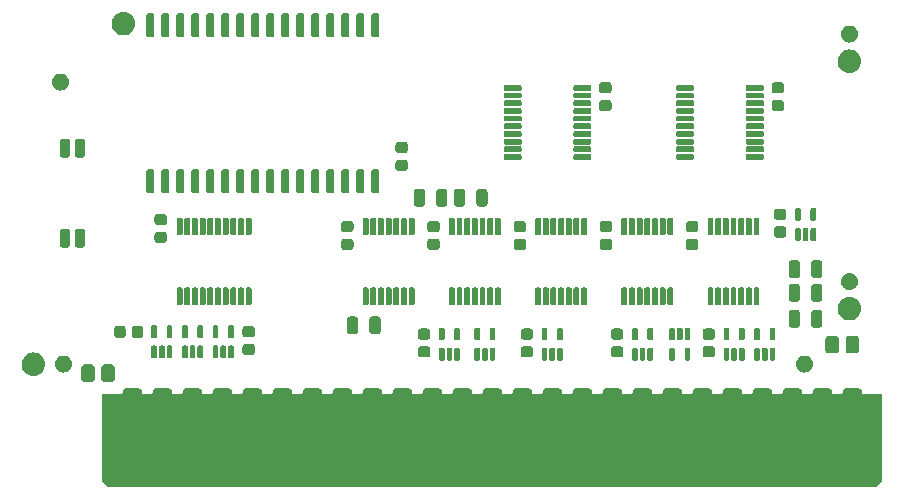
<source format=gts>
G04 #@! TF.GenerationSoftware,KiCad,Pcbnew,7.0.10*
G04 #@! TF.CreationDate,2024-03-18T18:39:32-04:00*
G04 #@! TF.ProjectId,RAM128,52414d31-3238-42e6-9b69-6361645f7063,1.2*
G04 #@! TF.SameCoordinates,Original*
G04 #@! TF.FileFunction,Soldermask,Top*
G04 #@! TF.FilePolarity,Negative*
%FSLAX46Y46*%
G04 Gerber Fmt 4.6, Leading zero omitted, Abs format (unit mm)*
G04 Created by KiCad (PCBNEW 7.0.10) date 2024-03-18 18:39:32*
%MOMM*%
%LPD*%
G01*
G04 APERTURE LIST*
G04 APERTURE END LIST*
G36*
X76665999Y-131543771D02*
G01*
X76677712Y-131547869D01*
X76688592Y-131549176D01*
X76744857Y-131571364D01*
X76794635Y-131588782D01*
X76801071Y-131593532D01*
X76804788Y-131594998D01*
X76867758Y-131642749D01*
X76904289Y-131669711D01*
X76931259Y-131706253D01*
X76979001Y-131769211D01*
X76980466Y-131772926D01*
X76985218Y-131779365D01*
X77002642Y-131829162D01*
X77024822Y-131885406D01*
X77026127Y-131896280D01*
X77030229Y-131908001D01*
X77038200Y-131993000D01*
X77038200Y-132042804D01*
X77075396Y-132080000D01*
X77864603Y-132080000D01*
X77901800Y-132042803D01*
X77901800Y-131996798D01*
X77901800Y-131993000D01*
X77909771Y-131908001D01*
X77913869Y-131896288D01*
X77915176Y-131885407D01*
X77937367Y-131829133D01*
X77954782Y-131779365D01*
X77959531Y-131772929D01*
X77960998Y-131769211D01*
X78008777Y-131706204D01*
X78035711Y-131669711D01*
X78072204Y-131642777D01*
X78135211Y-131594998D01*
X78138929Y-131593531D01*
X78145365Y-131588782D01*
X78195140Y-131571365D01*
X78251406Y-131549177D01*
X78262284Y-131547870D01*
X78274001Y-131543771D01*
X78359000Y-131535800D01*
X79121000Y-131535800D01*
X79205999Y-131543771D01*
X79217712Y-131547869D01*
X79228592Y-131549176D01*
X79284857Y-131571364D01*
X79334635Y-131588782D01*
X79341071Y-131593532D01*
X79344788Y-131594998D01*
X79407758Y-131642749D01*
X79444289Y-131669711D01*
X79471259Y-131706253D01*
X79519001Y-131769211D01*
X79520466Y-131772926D01*
X79525218Y-131779365D01*
X79542642Y-131829162D01*
X79564822Y-131885406D01*
X79566127Y-131896280D01*
X79570229Y-131908001D01*
X79578200Y-131993000D01*
X79578200Y-132042804D01*
X79615396Y-132080000D01*
X80404603Y-132080000D01*
X80441800Y-132042803D01*
X80441800Y-131996798D01*
X80441800Y-131993000D01*
X80449771Y-131908001D01*
X80453869Y-131896288D01*
X80455176Y-131885407D01*
X80477367Y-131829133D01*
X80494782Y-131779365D01*
X80499531Y-131772929D01*
X80500998Y-131769211D01*
X80548777Y-131706204D01*
X80575711Y-131669711D01*
X80612204Y-131642777D01*
X80675211Y-131594998D01*
X80678929Y-131593531D01*
X80685365Y-131588782D01*
X80735140Y-131571365D01*
X80791406Y-131549177D01*
X80802284Y-131547870D01*
X80814001Y-131543771D01*
X80899000Y-131535800D01*
X81661000Y-131535800D01*
X81745999Y-131543771D01*
X81757712Y-131547869D01*
X81768592Y-131549176D01*
X81824857Y-131571364D01*
X81874635Y-131588782D01*
X81881071Y-131593532D01*
X81884788Y-131594998D01*
X81947758Y-131642749D01*
X81984289Y-131669711D01*
X82011259Y-131706253D01*
X82059001Y-131769211D01*
X82060466Y-131772926D01*
X82065218Y-131779365D01*
X82082642Y-131829162D01*
X82104822Y-131885406D01*
X82106127Y-131896280D01*
X82110229Y-131908001D01*
X82118200Y-131993000D01*
X82118200Y-132042804D01*
X82155396Y-132080000D01*
X82944603Y-132080000D01*
X82981800Y-132042803D01*
X82981800Y-131996798D01*
X82981800Y-131993000D01*
X82989771Y-131908001D01*
X82993869Y-131896288D01*
X82995176Y-131885407D01*
X83017367Y-131829133D01*
X83034782Y-131779365D01*
X83039531Y-131772929D01*
X83040998Y-131769211D01*
X83088777Y-131706204D01*
X83115711Y-131669711D01*
X83152204Y-131642777D01*
X83215211Y-131594998D01*
X83218929Y-131593531D01*
X83225365Y-131588782D01*
X83275140Y-131571365D01*
X83331406Y-131549177D01*
X83342284Y-131547870D01*
X83354001Y-131543771D01*
X83439000Y-131535800D01*
X84201000Y-131535800D01*
X84285999Y-131543771D01*
X84297712Y-131547869D01*
X84308592Y-131549176D01*
X84364857Y-131571364D01*
X84414635Y-131588782D01*
X84421071Y-131593532D01*
X84424788Y-131594998D01*
X84487758Y-131642749D01*
X84524289Y-131669711D01*
X84551259Y-131706253D01*
X84599001Y-131769211D01*
X84600466Y-131772926D01*
X84605218Y-131779365D01*
X84622642Y-131829162D01*
X84644822Y-131885406D01*
X84646127Y-131896280D01*
X84650229Y-131908001D01*
X84658200Y-131993000D01*
X84658200Y-132042804D01*
X84695396Y-132080000D01*
X85484603Y-132080000D01*
X85521800Y-132042803D01*
X85521800Y-131996798D01*
X85521800Y-131993000D01*
X85529771Y-131908001D01*
X85533869Y-131896288D01*
X85535176Y-131885407D01*
X85557367Y-131829133D01*
X85574782Y-131779365D01*
X85579531Y-131772929D01*
X85580998Y-131769211D01*
X85628777Y-131706204D01*
X85655711Y-131669711D01*
X85692204Y-131642777D01*
X85755211Y-131594998D01*
X85758929Y-131593531D01*
X85765365Y-131588782D01*
X85815140Y-131571365D01*
X85871406Y-131549177D01*
X85882284Y-131547870D01*
X85894001Y-131543771D01*
X85979000Y-131535800D01*
X86741000Y-131535800D01*
X86825999Y-131543771D01*
X86837712Y-131547869D01*
X86848592Y-131549176D01*
X86904857Y-131571364D01*
X86954635Y-131588782D01*
X86961071Y-131593532D01*
X86964788Y-131594998D01*
X87027758Y-131642749D01*
X87064289Y-131669711D01*
X87091259Y-131706253D01*
X87139001Y-131769211D01*
X87140466Y-131772926D01*
X87145218Y-131779365D01*
X87162642Y-131829162D01*
X87184822Y-131885406D01*
X87186127Y-131896280D01*
X87190229Y-131908001D01*
X87198200Y-131993000D01*
X87198200Y-132042804D01*
X87235396Y-132080000D01*
X88024603Y-132080000D01*
X88061800Y-132042803D01*
X88061800Y-131996798D01*
X88061800Y-131993000D01*
X88069771Y-131908001D01*
X88073869Y-131896288D01*
X88075176Y-131885407D01*
X88097367Y-131829133D01*
X88114782Y-131779365D01*
X88119531Y-131772929D01*
X88120998Y-131769211D01*
X88168777Y-131706204D01*
X88195711Y-131669711D01*
X88232204Y-131642777D01*
X88295211Y-131594998D01*
X88298929Y-131593531D01*
X88305365Y-131588782D01*
X88355140Y-131571365D01*
X88411406Y-131549177D01*
X88422284Y-131547870D01*
X88434001Y-131543771D01*
X88519000Y-131535800D01*
X89281000Y-131535800D01*
X89365999Y-131543771D01*
X89377712Y-131547869D01*
X89388592Y-131549176D01*
X89444857Y-131571364D01*
X89494635Y-131588782D01*
X89501071Y-131593532D01*
X89504788Y-131594998D01*
X89567758Y-131642749D01*
X89604289Y-131669711D01*
X89631259Y-131706253D01*
X89679001Y-131769211D01*
X89680466Y-131772926D01*
X89685218Y-131779365D01*
X89702642Y-131829162D01*
X89724822Y-131885406D01*
X89726127Y-131896280D01*
X89730229Y-131908001D01*
X89738200Y-131993000D01*
X89738200Y-132042804D01*
X89775396Y-132080000D01*
X90564603Y-132080000D01*
X90601800Y-132042803D01*
X90601800Y-131996798D01*
X90601800Y-131993000D01*
X90609771Y-131908001D01*
X90613869Y-131896288D01*
X90615176Y-131885407D01*
X90637367Y-131829133D01*
X90654782Y-131779365D01*
X90659531Y-131772929D01*
X90660998Y-131769211D01*
X90708777Y-131706204D01*
X90735711Y-131669711D01*
X90772204Y-131642777D01*
X90835211Y-131594998D01*
X90838929Y-131593531D01*
X90845365Y-131588782D01*
X90895140Y-131571365D01*
X90951406Y-131549177D01*
X90962284Y-131547870D01*
X90974001Y-131543771D01*
X91059000Y-131535800D01*
X91821000Y-131535800D01*
X91905999Y-131543771D01*
X91917712Y-131547869D01*
X91928592Y-131549176D01*
X91984857Y-131571364D01*
X92034635Y-131588782D01*
X92041071Y-131593532D01*
X92044788Y-131594998D01*
X92107758Y-131642749D01*
X92144289Y-131669711D01*
X92171259Y-131706253D01*
X92219001Y-131769211D01*
X92220466Y-131772926D01*
X92225218Y-131779365D01*
X92242642Y-131829162D01*
X92264822Y-131885406D01*
X92266127Y-131896280D01*
X92270229Y-131908001D01*
X92278200Y-131993000D01*
X92278200Y-132042804D01*
X92315396Y-132080000D01*
X93104603Y-132080000D01*
X93141800Y-132042803D01*
X93141800Y-131996798D01*
X93141800Y-131993000D01*
X93149771Y-131908001D01*
X93153869Y-131896288D01*
X93155176Y-131885407D01*
X93177367Y-131829133D01*
X93194782Y-131779365D01*
X93199531Y-131772929D01*
X93200998Y-131769211D01*
X93248777Y-131706204D01*
X93275711Y-131669711D01*
X93312204Y-131642777D01*
X93375211Y-131594998D01*
X93378929Y-131593531D01*
X93385365Y-131588782D01*
X93435140Y-131571365D01*
X93491406Y-131549177D01*
X93502284Y-131547870D01*
X93514001Y-131543771D01*
X93599000Y-131535800D01*
X94361000Y-131535800D01*
X94445999Y-131543771D01*
X94457712Y-131547869D01*
X94468592Y-131549176D01*
X94524857Y-131571364D01*
X94574635Y-131588782D01*
X94581071Y-131593532D01*
X94584788Y-131594998D01*
X94647758Y-131642749D01*
X94684289Y-131669711D01*
X94711259Y-131706253D01*
X94759001Y-131769211D01*
X94760466Y-131772926D01*
X94765218Y-131779365D01*
X94782642Y-131829162D01*
X94804822Y-131885406D01*
X94806127Y-131896280D01*
X94810229Y-131908001D01*
X94818200Y-131993000D01*
X94818200Y-132042804D01*
X94855396Y-132080000D01*
X95644603Y-132080000D01*
X95681800Y-132042803D01*
X95681800Y-131996798D01*
X95681800Y-131993000D01*
X95689771Y-131908001D01*
X95693869Y-131896288D01*
X95695176Y-131885407D01*
X95717367Y-131829133D01*
X95734782Y-131779365D01*
X95739531Y-131772929D01*
X95740998Y-131769211D01*
X95788777Y-131706204D01*
X95815711Y-131669711D01*
X95852204Y-131642777D01*
X95915211Y-131594998D01*
X95918929Y-131593531D01*
X95925365Y-131588782D01*
X95975140Y-131571365D01*
X96031406Y-131549177D01*
X96042284Y-131547870D01*
X96054001Y-131543771D01*
X96139000Y-131535800D01*
X96901000Y-131535800D01*
X96985999Y-131543771D01*
X96997712Y-131547869D01*
X97008592Y-131549176D01*
X97064857Y-131571364D01*
X97114635Y-131588782D01*
X97121071Y-131593532D01*
X97124788Y-131594998D01*
X97187758Y-131642749D01*
X97224289Y-131669711D01*
X97251259Y-131706253D01*
X97299001Y-131769211D01*
X97300466Y-131772926D01*
X97305218Y-131779365D01*
X97322642Y-131829162D01*
X97344822Y-131885406D01*
X97346127Y-131896280D01*
X97350229Y-131908001D01*
X97358200Y-131993000D01*
X97358200Y-132042804D01*
X97395396Y-132080000D01*
X98184603Y-132080000D01*
X98221800Y-132042803D01*
X98221800Y-131996798D01*
X98221800Y-131993000D01*
X98229771Y-131908001D01*
X98233869Y-131896288D01*
X98235176Y-131885407D01*
X98257367Y-131829133D01*
X98274782Y-131779365D01*
X98279531Y-131772929D01*
X98280998Y-131769211D01*
X98328777Y-131706204D01*
X98355711Y-131669711D01*
X98392204Y-131642777D01*
X98455211Y-131594998D01*
X98458929Y-131593531D01*
X98465365Y-131588782D01*
X98515140Y-131571365D01*
X98571406Y-131549177D01*
X98582284Y-131547870D01*
X98594001Y-131543771D01*
X98679000Y-131535800D01*
X99441000Y-131535800D01*
X99525999Y-131543771D01*
X99537712Y-131547869D01*
X99548592Y-131549176D01*
X99604857Y-131571364D01*
X99654635Y-131588782D01*
X99661071Y-131593532D01*
X99664788Y-131594998D01*
X99727758Y-131642749D01*
X99764289Y-131669711D01*
X99791259Y-131706253D01*
X99839001Y-131769211D01*
X99840466Y-131772926D01*
X99845218Y-131779365D01*
X99862642Y-131829162D01*
X99884822Y-131885406D01*
X99886127Y-131896280D01*
X99890229Y-131908001D01*
X99898200Y-131993000D01*
X99898200Y-132042804D01*
X99935396Y-132080000D01*
X100724603Y-132080000D01*
X100761800Y-132042803D01*
X100761800Y-131996798D01*
X100761800Y-131993000D01*
X100769771Y-131908001D01*
X100773869Y-131896288D01*
X100775176Y-131885407D01*
X100797367Y-131829133D01*
X100814782Y-131779365D01*
X100819531Y-131772929D01*
X100820998Y-131769211D01*
X100868777Y-131706204D01*
X100895711Y-131669711D01*
X100932204Y-131642777D01*
X100995211Y-131594998D01*
X100998929Y-131593531D01*
X101005365Y-131588782D01*
X101055140Y-131571365D01*
X101111406Y-131549177D01*
X101122284Y-131547870D01*
X101134001Y-131543771D01*
X101219000Y-131535800D01*
X101981000Y-131535800D01*
X102065999Y-131543771D01*
X102077712Y-131547869D01*
X102088592Y-131549176D01*
X102144857Y-131571364D01*
X102194635Y-131588782D01*
X102201071Y-131593532D01*
X102204788Y-131594998D01*
X102267758Y-131642749D01*
X102304289Y-131669711D01*
X102331259Y-131706253D01*
X102379001Y-131769211D01*
X102380466Y-131772926D01*
X102385218Y-131779365D01*
X102402642Y-131829162D01*
X102424822Y-131885406D01*
X102426127Y-131896280D01*
X102430229Y-131908001D01*
X102438200Y-131993000D01*
X102438200Y-132042804D01*
X102475396Y-132080000D01*
X103264603Y-132080000D01*
X103301800Y-132042803D01*
X103301800Y-131996798D01*
X103301800Y-131993000D01*
X103309771Y-131908001D01*
X103313869Y-131896288D01*
X103315176Y-131885407D01*
X103337367Y-131829133D01*
X103354782Y-131779365D01*
X103359531Y-131772929D01*
X103360998Y-131769211D01*
X103408777Y-131706204D01*
X103435711Y-131669711D01*
X103472204Y-131642777D01*
X103535211Y-131594998D01*
X103538929Y-131593531D01*
X103545365Y-131588782D01*
X103595140Y-131571365D01*
X103651406Y-131549177D01*
X103662284Y-131547870D01*
X103674001Y-131543771D01*
X103759000Y-131535800D01*
X104521000Y-131535800D01*
X104605999Y-131543771D01*
X104617712Y-131547869D01*
X104628592Y-131549176D01*
X104684857Y-131571364D01*
X104734635Y-131588782D01*
X104741071Y-131593532D01*
X104744788Y-131594998D01*
X104807758Y-131642749D01*
X104844289Y-131669711D01*
X104871259Y-131706253D01*
X104919001Y-131769211D01*
X104920466Y-131772926D01*
X104925218Y-131779365D01*
X104942642Y-131829162D01*
X104964822Y-131885406D01*
X104966127Y-131896280D01*
X104970229Y-131908001D01*
X104978200Y-131993000D01*
X104978200Y-132042804D01*
X105015396Y-132080000D01*
X105804603Y-132080000D01*
X105841800Y-132042803D01*
X105841800Y-131996798D01*
X105841800Y-131993000D01*
X105849771Y-131908001D01*
X105853869Y-131896288D01*
X105855176Y-131885407D01*
X105877367Y-131829133D01*
X105894782Y-131779365D01*
X105899531Y-131772929D01*
X105900998Y-131769211D01*
X105948777Y-131706204D01*
X105975711Y-131669711D01*
X106012204Y-131642777D01*
X106075211Y-131594998D01*
X106078929Y-131593531D01*
X106085365Y-131588782D01*
X106135140Y-131571365D01*
X106191406Y-131549177D01*
X106202284Y-131547870D01*
X106214001Y-131543771D01*
X106299000Y-131535800D01*
X107061000Y-131535800D01*
X107145999Y-131543771D01*
X107157712Y-131547869D01*
X107168592Y-131549176D01*
X107224857Y-131571364D01*
X107274635Y-131588782D01*
X107281071Y-131593532D01*
X107284788Y-131594998D01*
X107347758Y-131642749D01*
X107384289Y-131669711D01*
X107411259Y-131706253D01*
X107459001Y-131769211D01*
X107460466Y-131772926D01*
X107465218Y-131779365D01*
X107482642Y-131829162D01*
X107504822Y-131885406D01*
X107506127Y-131896280D01*
X107510229Y-131908001D01*
X107518200Y-131993000D01*
X107518200Y-132042804D01*
X107555396Y-132080000D01*
X108344603Y-132080000D01*
X108381800Y-132042803D01*
X108381800Y-131996798D01*
X108381800Y-131993000D01*
X108389771Y-131908001D01*
X108393869Y-131896288D01*
X108395176Y-131885407D01*
X108417367Y-131829133D01*
X108434782Y-131779365D01*
X108439531Y-131772929D01*
X108440998Y-131769211D01*
X108488777Y-131706204D01*
X108515711Y-131669711D01*
X108552204Y-131642777D01*
X108615211Y-131594998D01*
X108618929Y-131593531D01*
X108625365Y-131588782D01*
X108675140Y-131571365D01*
X108731406Y-131549177D01*
X108742284Y-131547870D01*
X108754001Y-131543771D01*
X108839000Y-131535800D01*
X109601000Y-131535800D01*
X109685999Y-131543771D01*
X109697712Y-131547869D01*
X109708592Y-131549176D01*
X109764857Y-131571364D01*
X109814635Y-131588782D01*
X109821071Y-131593532D01*
X109824788Y-131594998D01*
X109887758Y-131642749D01*
X109924289Y-131669711D01*
X109951259Y-131706253D01*
X109999001Y-131769211D01*
X110000466Y-131772926D01*
X110005218Y-131779365D01*
X110022642Y-131829162D01*
X110044822Y-131885406D01*
X110046127Y-131896280D01*
X110050229Y-131908001D01*
X110058200Y-131993000D01*
X110058200Y-132042804D01*
X110095396Y-132080000D01*
X110884603Y-132080000D01*
X110921800Y-132042803D01*
X110921800Y-131996798D01*
X110921800Y-131993000D01*
X110929771Y-131908001D01*
X110933869Y-131896288D01*
X110935176Y-131885407D01*
X110957367Y-131829133D01*
X110974782Y-131779365D01*
X110979531Y-131772929D01*
X110980998Y-131769211D01*
X111028777Y-131706204D01*
X111055711Y-131669711D01*
X111092204Y-131642777D01*
X111155211Y-131594998D01*
X111158929Y-131593531D01*
X111165365Y-131588782D01*
X111215140Y-131571365D01*
X111271406Y-131549177D01*
X111282284Y-131547870D01*
X111294001Y-131543771D01*
X111379000Y-131535800D01*
X112141000Y-131535800D01*
X112225999Y-131543771D01*
X112237712Y-131547869D01*
X112248592Y-131549176D01*
X112304857Y-131571364D01*
X112354635Y-131588782D01*
X112361071Y-131593532D01*
X112364788Y-131594998D01*
X112427758Y-131642749D01*
X112464289Y-131669711D01*
X112491259Y-131706253D01*
X112539001Y-131769211D01*
X112540466Y-131772926D01*
X112545218Y-131779365D01*
X112562642Y-131829162D01*
X112584822Y-131885406D01*
X112586127Y-131896280D01*
X112590229Y-131908001D01*
X112598200Y-131993000D01*
X112598200Y-132042804D01*
X112635396Y-132080000D01*
X113424603Y-132080000D01*
X113461800Y-132042803D01*
X113461800Y-131996798D01*
X113461800Y-131993000D01*
X113469771Y-131908001D01*
X113473869Y-131896288D01*
X113475176Y-131885407D01*
X113497367Y-131829133D01*
X113514782Y-131779365D01*
X113519531Y-131772929D01*
X113520998Y-131769211D01*
X113568777Y-131706204D01*
X113595711Y-131669711D01*
X113632204Y-131642777D01*
X113695211Y-131594998D01*
X113698929Y-131593531D01*
X113705365Y-131588782D01*
X113755140Y-131571365D01*
X113811406Y-131549177D01*
X113822284Y-131547870D01*
X113834001Y-131543771D01*
X113919000Y-131535800D01*
X114681000Y-131535800D01*
X114765999Y-131543771D01*
X114777712Y-131547869D01*
X114788592Y-131549176D01*
X114844857Y-131571364D01*
X114894635Y-131588782D01*
X114901071Y-131593532D01*
X114904788Y-131594998D01*
X114967758Y-131642749D01*
X115004289Y-131669711D01*
X115031259Y-131706253D01*
X115079001Y-131769211D01*
X115080466Y-131772926D01*
X115085218Y-131779365D01*
X115102642Y-131829162D01*
X115124822Y-131885406D01*
X115126127Y-131896280D01*
X115130229Y-131908001D01*
X115138200Y-131993000D01*
X115138200Y-132042804D01*
X115175396Y-132080000D01*
X115964603Y-132080000D01*
X116001800Y-132042803D01*
X116001800Y-131996798D01*
X116001800Y-131993000D01*
X116009771Y-131908001D01*
X116013869Y-131896288D01*
X116015176Y-131885407D01*
X116037367Y-131829133D01*
X116054782Y-131779365D01*
X116059531Y-131772929D01*
X116060998Y-131769211D01*
X116108777Y-131706204D01*
X116135711Y-131669711D01*
X116172204Y-131642777D01*
X116235211Y-131594998D01*
X116238929Y-131593531D01*
X116245365Y-131588782D01*
X116295140Y-131571365D01*
X116351406Y-131549177D01*
X116362284Y-131547870D01*
X116374001Y-131543771D01*
X116459000Y-131535800D01*
X117221000Y-131535800D01*
X117305999Y-131543771D01*
X117317712Y-131547869D01*
X117328592Y-131549176D01*
X117384857Y-131571364D01*
X117434635Y-131588782D01*
X117441071Y-131593532D01*
X117444788Y-131594998D01*
X117507758Y-131642749D01*
X117544289Y-131669711D01*
X117571259Y-131706253D01*
X117619001Y-131769211D01*
X117620466Y-131772926D01*
X117625218Y-131779365D01*
X117642642Y-131829162D01*
X117664822Y-131885406D01*
X117666127Y-131896280D01*
X117670229Y-131908001D01*
X117678200Y-131993000D01*
X117678200Y-132042804D01*
X117715396Y-132080000D01*
X118504603Y-132080000D01*
X118541800Y-132042803D01*
X118541800Y-131996798D01*
X118541800Y-131993000D01*
X118549771Y-131908001D01*
X118553869Y-131896288D01*
X118555176Y-131885407D01*
X118577367Y-131829133D01*
X118594782Y-131779365D01*
X118599531Y-131772929D01*
X118600998Y-131769211D01*
X118648777Y-131706204D01*
X118675711Y-131669711D01*
X118712204Y-131642777D01*
X118775211Y-131594998D01*
X118778929Y-131593531D01*
X118785365Y-131588782D01*
X118835140Y-131571365D01*
X118891406Y-131549177D01*
X118902284Y-131547870D01*
X118914001Y-131543771D01*
X118999000Y-131535800D01*
X119761000Y-131535800D01*
X119845999Y-131543771D01*
X119857712Y-131547869D01*
X119868592Y-131549176D01*
X119924857Y-131571364D01*
X119974635Y-131588782D01*
X119981071Y-131593532D01*
X119984788Y-131594998D01*
X120047758Y-131642749D01*
X120084289Y-131669711D01*
X120111259Y-131706253D01*
X120159001Y-131769211D01*
X120160466Y-131772926D01*
X120165218Y-131779365D01*
X120182642Y-131829162D01*
X120204822Y-131885406D01*
X120206127Y-131896280D01*
X120210229Y-131908001D01*
X120218200Y-131993000D01*
X120218200Y-132042804D01*
X120255396Y-132080000D01*
X121044603Y-132080000D01*
X121081800Y-132042803D01*
X121081800Y-131996798D01*
X121081800Y-131993000D01*
X121089771Y-131908001D01*
X121093869Y-131896288D01*
X121095176Y-131885407D01*
X121117367Y-131829133D01*
X121134782Y-131779365D01*
X121139531Y-131772929D01*
X121140998Y-131769211D01*
X121188777Y-131706204D01*
X121215711Y-131669711D01*
X121252204Y-131642777D01*
X121315211Y-131594998D01*
X121318929Y-131593531D01*
X121325365Y-131588782D01*
X121375140Y-131571365D01*
X121431406Y-131549177D01*
X121442284Y-131547870D01*
X121454001Y-131543771D01*
X121539000Y-131535800D01*
X122301000Y-131535800D01*
X122385999Y-131543771D01*
X122397712Y-131547869D01*
X122408592Y-131549176D01*
X122464857Y-131571364D01*
X122514635Y-131588782D01*
X122521071Y-131593532D01*
X122524788Y-131594998D01*
X122587758Y-131642749D01*
X122624289Y-131669711D01*
X122651259Y-131706253D01*
X122699001Y-131769211D01*
X122700466Y-131772926D01*
X122705218Y-131779365D01*
X122722642Y-131829162D01*
X122744822Y-131885406D01*
X122746127Y-131896280D01*
X122750229Y-131908001D01*
X122758200Y-131993000D01*
X122758200Y-132042804D01*
X122795396Y-132080000D01*
X123584603Y-132080000D01*
X123621800Y-132042803D01*
X123621800Y-131996798D01*
X123621800Y-131993000D01*
X123629771Y-131908001D01*
X123633869Y-131896288D01*
X123635176Y-131885407D01*
X123657367Y-131829133D01*
X123674782Y-131779365D01*
X123679531Y-131772929D01*
X123680998Y-131769211D01*
X123728777Y-131706204D01*
X123755711Y-131669711D01*
X123792204Y-131642777D01*
X123855211Y-131594998D01*
X123858929Y-131593531D01*
X123865365Y-131588782D01*
X123915140Y-131571365D01*
X123971406Y-131549177D01*
X123982284Y-131547870D01*
X123994001Y-131543771D01*
X124079000Y-131535800D01*
X124841000Y-131535800D01*
X124925999Y-131543771D01*
X124937712Y-131547869D01*
X124948592Y-131549176D01*
X125004857Y-131571364D01*
X125054635Y-131588782D01*
X125061071Y-131593532D01*
X125064788Y-131594998D01*
X125127758Y-131642749D01*
X125164289Y-131669711D01*
X125191259Y-131706253D01*
X125239001Y-131769211D01*
X125240466Y-131772926D01*
X125245218Y-131779365D01*
X125262642Y-131829162D01*
X125284822Y-131885406D01*
X125286127Y-131896280D01*
X125290229Y-131908001D01*
X125298200Y-131993000D01*
X125298200Y-132042804D01*
X125335396Y-132080000D01*
X126124603Y-132080000D01*
X126161800Y-132042803D01*
X126161800Y-131996798D01*
X126161800Y-131993000D01*
X126169771Y-131908001D01*
X126173869Y-131896288D01*
X126175176Y-131885407D01*
X126197367Y-131829133D01*
X126214782Y-131779365D01*
X126219531Y-131772929D01*
X126220998Y-131769211D01*
X126268777Y-131706204D01*
X126295711Y-131669711D01*
X126332204Y-131642777D01*
X126395211Y-131594998D01*
X126398929Y-131593531D01*
X126405365Y-131588782D01*
X126455140Y-131571365D01*
X126511406Y-131549177D01*
X126522284Y-131547870D01*
X126534001Y-131543771D01*
X126619000Y-131535800D01*
X127381000Y-131535800D01*
X127465999Y-131543771D01*
X127477712Y-131547869D01*
X127488592Y-131549176D01*
X127544857Y-131571364D01*
X127594635Y-131588782D01*
X127601071Y-131593532D01*
X127604788Y-131594998D01*
X127667758Y-131642749D01*
X127704289Y-131669711D01*
X127731259Y-131706253D01*
X127779001Y-131769211D01*
X127780466Y-131772926D01*
X127785218Y-131779365D01*
X127802642Y-131829162D01*
X127824822Y-131885406D01*
X127826127Y-131896280D01*
X127830229Y-131908001D01*
X127838200Y-131993000D01*
X127838200Y-132042804D01*
X127875396Y-132080000D01*
X128664603Y-132080000D01*
X128701800Y-132042803D01*
X128701800Y-131996798D01*
X128701800Y-131993000D01*
X128709771Y-131908001D01*
X128713869Y-131896288D01*
X128715176Y-131885407D01*
X128737367Y-131829133D01*
X128754782Y-131779365D01*
X128759531Y-131772929D01*
X128760998Y-131769211D01*
X128808777Y-131706204D01*
X128835711Y-131669711D01*
X128872204Y-131642777D01*
X128935211Y-131594998D01*
X128938929Y-131593531D01*
X128945365Y-131588782D01*
X128995140Y-131571365D01*
X129051406Y-131549177D01*
X129062284Y-131547870D01*
X129074001Y-131543771D01*
X129159000Y-131535800D01*
X129921000Y-131535800D01*
X130005999Y-131543771D01*
X130017712Y-131547869D01*
X130028592Y-131549176D01*
X130084857Y-131571364D01*
X130134635Y-131588782D01*
X130141071Y-131593532D01*
X130144788Y-131594998D01*
X130207758Y-131642749D01*
X130244289Y-131669711D01*
X130271259Y-131706253D01*
X130319001Y-131769211D01*
X130320466Y-131772926D01*
X130325218Y-131779365D01*
X130342642Y-131829162D01*
X130364822Y-131885406D01*
X130366127Y-131896280D01*
X130370229Y-131908001D01*
X130378200Y-131993000D01*
X130378200Y-132042804D01*
X130415396Y-132080000D01*
X131204603Y-132080000D01*
X131241800Y-132042803D01*
X131241800Y-131996798D01*
X131241800Y-131993000D01*
X131249771Y-131908001D01*
X131253869Y-131896288D01*
X131255176Y-131885407D01*
X131277367Y-131829133D01*
X131294782Y-131779365D01*
X131299531Y-131772929D01*
X131300998Y-131769211D01*
X131348777Y-131706204D01*
X131375711Y-131669711D01*
X131412204Y-131642777D01*
X131475211Y-131594998D01*
X131478929Y-131593531D01*
X131485365Y-131588782D01*
X131535140Y-131571365D01*
X131591406Y-131549177D01*
X131602284Y-131547870D01*
X131614001Y-131543771D01*
X131699000Y-131535800D01*
X132461000Y-131535800D01*
X132545999Y-131543771D01*
X132557712Y-131547869D01*
X132568592Y-131549176D01*
X132624857Y-131571364D01*
X132674635Y-131588782D01*
X132681071Y-131593532D01*
X132684788Y-131594998D01*
X132747758Y-131642749D01*
X132784289Y-131669711D01*
X132811259Y-131706253D01*
X132859001Y-131769211D01*
X132860466Y-131772926D01*
X132865218Y-131779365D01*
X132882642Y-131829162D01*
X132904822Y-131885406D01*
X132906127Y-131896280D01*
X132910229Y-131908001D01*
X132918200Y-131993000D01*
X132918200Y-132042804D01*
X132955396Y-132080000D01*
X133744603Y-132080000D01*
X133781800Y-132042803D01*
X133781800Y-131996798D01*
X133781800Y-131993000D01*
X133789771Y-131908001D01*
X133793869Y-131896288D01*
X133795176Y-131885407D01*
X133817367Y-131829133D01*
X133834782Y-131779365D01*
X133839531Y-131772929D01*
X133840998Y-131769211D01*
X133888777Y-131706204D01*
X133915711Y-131669711D01*
X133952204Y-131642777D01*
X134015211Y-131594998D01*
X134018929Y-131593531D01*
X134025365Y-131588782D01*
X134075140Y-131571365D01*
X134131406Y-131549177D01*
X134142284Y-131547870D01*
X134154001Y-131543771D01*
X134239000Y-131535800D01*
X135001000Y-131535800D01*
X135085999Y-131543771D01*
X135097712Y-131547869D01*
X135108592Y-131549176D01*
X135164857Y-131571364D01*
X135214635Y-131588782D01*
X135221071Y-131593532D01*
X135224788Y-131594998D01*
X135287758Y-131642749D01*
X135324289Y-131669711D01*
X135351259Y-131706253D01*
X135399001Y-131769211D01*
X135400466Y-131772926D01*
X135405218Y-131779365D01*
X135422642Y-131829162D01*
X135444822Y-131885406D01*
X135446127Y-131896280D01*
X135450229Y-131908001D01*
X135458200Y-131993000D01*
X135458200Y-132042804D01*
X135495396Y-132080000D01*
X136284603Y-132080000D01*
X136321800Y-132042803D01*
X136321800Y-131996798D01*
X136321800Y-131993000D01*
X136329771Y-131908001D01*
X136333869Y-131896288D01*
X136335176Y-131885407D01*
X136357367Y-131829133D01*
X136374782Y-131779365D01*
X136379531Y-131772929D01*
X136380998Y-131769211D01*
X136428777Y-131706204D01*
X136455711Y-131669711D01*
X136492204Y-131642777D01*
X136555211Y-131594998D01*
X136558929Y-131593531D01*
X136565365Y-131588782D01*
X136615140Y-131571365D01*
X136671406Y-131549177D01*
X136682284Y-131547870D01*
X136694001Y-131543771D01*
X136779000Y-131535800D01*
X137541000Y-131535800D01*
X137625999Y-131543771D01*
X137637712Y-131547869D01*
X137648592Y-131549176D01*
X137704857Y-131571364D01*
X137754635Y-131588782D01*
X137761071Y-131593532D01*
X137764788Y-131594998D01*
X137827758Y-131642749D01*
X137864289Y-131669711D01*
X137891259Y-131706253D01*
X137939001Y-131769211D01*
X137940466Y-131772926D01*
X137945218Y-131779365D01*
X137962642Y-131829162D01*
X137984822Y-131885406D01*
X137986127Y-131896280D01*
X137990229Y-131908001D01*
X137998200Y-131993000D01*
X137998200Y-132042804D01*
X138035396Y-132080000D01*
X139700000Y-132080000D01*
X139700000Y-139446000D01*
X139192000Y-139954000D01*
X139179372Y-139954000D01*
X74180631Y-139954000D01*
X74168000Y-139954000D01*
X73660000Y-139446000D01*
X73660000Y-132080000D01*
X75324603Y-132080000D01*
X75361800Y-132042803D01*
X75361800Y-131996798D01*
X75361800Y-131993000D01*
X75369771Y-131908001D01*
X75373869Y-131896288D01*
X75375176Y-131885407D01*
X75397367Y-131829133D01*
X75414782Y-131779365D01*
X75419531Y-131772929D01*
X75420998Y-131769211D01*
X75468777Y-131706204D01*
X75495711Y-131669711D01*
X75532204Y-131642777D01*
X75595211Y-131594998D01*
X75598929Y-131593531D01*
X75605365Y-131588782D01*
X75655140Y-131571365D01*
X75711406Y-131549177D01*
X75722284Y-131547870D01*
X75734001Y-131543771D01*
X75819000Y-131535800D01*
X76581000Y-131535800D01*
X76665999Y-131543771D01*
G37*
G36*
X72793381Y-129560648D02*
G01*
X72799015Y-129563275D01*
X72800812Y-129563537D01*
X72826342Y-129576018D01*
X72891743Y-129606515D01*
X72968485Y-129683257D01*
X72998992Y-129748680D01*
X73011462Y-129774187D01*
X73011723Y-129775982D01*
X73014352Y-129781619D01*
X73025000Y-129862500D01*
X73025000Y-130737500D01*
X73014352Y-130818381D01*
X73011723Y-130824018D01*
X73011462Y-130825812D01*
X72999002Y-130851298D01*
X72968485Y-130916743D01*
X72891743Y-130993485D01*
X72826298Y-131024002D01*
X72800812Y-131036462D01*
X72799018Y-131036723D01*
X72793381Y-131039352D01*
X72712500Y-131050000D01*
X72187500Y-131050000D01*
X72106619Y-131039352D01*
X72100982Y-131036723D01*
X72099187Y-131036462D01*
X72073680Y-131023992D01*
X72008257Y-130993485D01*
X71931515Y-130916743D01*
X71901018Y-130851342D01*
X71888537Y-130825812D01*
X71888275Y-130824015D01*
X71885648Y-130818381D01*
X71875000Y-130737500D01*
X71875000Y-129862500D01*
X71885648Y-129781619D01*
X71888274Y-129775985D01*
X71888537Y-129774187D01*
X71901028Y-129748635D01*
X71931515Y-129683257D01*
X72008257Y-129606515D01*
X72073635Y-129576028D01*
X72099187Y-129563537D01*
X72100985Y-129563274D01*
X72106619Y-129560648D01*
X72187500Y-129550000D01*
X72712500Y-129550000D01*
X72793381Y-129560648D01*
G37*
G36*
X74493381Y-129560648D02*
G01*
X74499015Y-129563275D01*
X74500812Y-129563537D01*
X74526342Y-129576018D01*
X74591743Y-129606515D01*
X74668485Y-129683257D01*
X74698992Y-129748680D01*
X74711462Y-129774187D01*
X74711723Y-129775982D01*
X74714352Y-129781619D01*
X74725000Y-129862500D01*
X74725000Y-130737500D01*
X74714352Y-130818381D01*
X74711723Y-130824018D01*
X74711462Y-130825812D01*
X74699002Y-130851298D01*
X74668485Y-130916743D01*
X74591743Y-130993485D01*
X74526298Y-131024002D01*
X74500812Y-131036462D01*
X74499018Y-131036723D01*
X74493381Y-131039352D01*
X74412500Y-131050000D01*
X73887500Y-131050000D01*
X73806619Y-131039352D01*
X73800982Y-131036723D01*
X73799187Y-131036462D01*
X73773680Y-131023992D01*
X73708257Y-130993485D01*
X73631515Y-130916743D01*
X73601018Y-130851342D01*
X73588537Y-130825812D01*
X73588275Y-130824015D01*
X73585648Y-130818381D01*
X73575000Y-130737500D01*
X73575000Y-129862500D01*
X73585648Y-129781619D01*
X73588274Y-129775985D01*
X73588537Y-129774187D01*
X73601028Y-129748635D01*
X73631515Y-129683257D01*
X73708257Y-129606515D01*
X73773635Y-129576028D01*
X73799187Y-129563537D01*
X73800985Y-129563274D01*
X73806619Y-129560648D01*
X73887500Y-129550000D01*
X74412500Y-129550000D01*
X74493381Y-129560648D01*
G37*
G36*
X68013090Y-128559215D02*
G01*
X68200683Y-128616120D01*
X68373570Y-128708530D01*
X68525107Y-128832893D01*
X68649470Y-128984430D01*
X68741880Y-129157317D01*
X68798785Y-129344910D01*
X68818000Y-129540000D01*
X68798785Y-129735090D01*
X68741880Y-129922683D01*
X68649470Y-130095570D01*
X68525107Y-130247107D01*
X68373570Y-130371470D01*
X68200683Y-130463880D01*
X68013090Y-130520785D01*
X67818000Y-130540000D01*
X67622910Y-130520785D01*
X67435317Y-130463880D01*
X67262430Y-130371470D01*
X67110893Y-130247107D01*
X66986530Y-130095570D01*
X66894120Y-129922683D01*
X66837215Y-129735090D01*
X66818000Y-129540000D01*
X66837215Y-129344910D01*
X66894120Y-129157317D01*
X66986530Y-128984430D01*
X67110893Y-128832893D01*
X67262430Y-128708530D01*
X67435317Y-128616120D01*
X67622910Y-128559215D01*
X67818000Y-128540000D01*
X68013090Y-128559215D01*
G37*
G36*
X70519105Y-128834152D02*
G01*
X70672132Y-128887699D01*
X70809407Y-128973954D01*
X70924046Y-129088593D01*
X71010301Y-129225868D01*
X71063848Y-129378895D01*
X71082000Y-129540000D01*
X71063848Y-129701105D01*
X71010301Y-129854132D01*
X70924046Y-129991407D01*
X70809407Y-130106046D01*
X70672132Y-130192301D01*
X70519105Y-130245848D01*
X70358000Y-130264000D01*
X70196895Y-130245848D01*
X70043868Y-130192301D01*
X69906593Y-130106046D01*
X69791954Y-129991407D01*
X69705699Y-129854132D01*
X69652152Y-129701105D01*
X69634000Y-129540000D01*
X69652152Y-129378895D01*
X69705699Y-129225868D01*
X69791954Y-129088593D01*
X69906593Y-128973954D01*
X70043868Y-128887699D01*
X70196895Y-128834152D01*
X70358000Y-128816000D01*
X70519105Y-128834152D01*
G37*
G36*
X133257105Y-128834152D02*
G01*
X133410132Y-128887699D01*
X133547407Y-128973954D01*
X133662046Y-129088593D01*
X133748301Y-129225868D01*
X133801848Y-129378895D01*
X133820000Y-129540000D01*
X133801848Y-129701105D01*
X133748301Y-129854132D01*
X133662046Y-129991407D01*
X133547407Y-130106046D01*
X133410132Y-130192301D01*
X133257105Y-130245848D01*
X133096000Y-130264000D01*
X132934895Y-130245848D01*
X132781868Y-130192301D01*
X132644593Y-130106046D01*
X132529954Y-129991407D01*
X132443699Y-129854132D01*
X132390152Y-129701105D01*
X132372000Y-129540000D01*
X132390152Y-129378895D01*
X132443699Y-129225868D01*
X132529954Y-129088593D01*
X132644593Y-128973954D01*
X132781868Y-128887699D01*
X132934895Y-128834152D01*
X133096000Y-128816000D01*
X133257105Y-128834152D01*
G37*
G36*
X102553576Y-128170657D02*
G01*
X102598995Y-128201005D01*
X102629343Y-128246424D01*
X102640000Y-128300000D01*
X102640000Y-129100000D01*
X102629343Y-129153576D01*
X102598995Y-129198995D01*
X102553576Y-129229343D01*
X102500000Y-129240000D01*
X102300000Y-129240000D01*
X102246424Y-129229343D01*
X102201005Y-129198995D01*
X102170657Y-129153576D01*
X102160000Y-129100000D01*
X102160000Y-128300000D01*
X102170657Y-128246424D01*
X102201005Y-128201005D01*
X102246424Y-128170657D01*
X102300000Y-128160000D01*
X102500000Y-128160000D01*
X102553576Y-128170657D01*
G37*
G36*
X103203576Y-128170657D02*
G01*
X103248995Y-128201005D01*
X103279343Y-128246424D01*
X103290000Y-128300000D01*
X103290000Y-129100000D01*
X103279343Y-129153576D01*
X103248995Y-129198995D01*
X103203576Y-129229343D01*
X103150000Y-129240000D01*
X102950000Y-129240000D01*
X102896424Y-129229343D01*
X102851005Y-129198995D01*
X102820657Y-129153576D01*
X102810000Y-129100000D01*
X102810000Y-128300000D01*
X102820657Y-128246424D01*
X102851005Y-128201005D01*
X102896424Y-128170657D01*
X102950000Y-128160000D01*
X103150000Y-128160000D01*
X103203576Y-128170657D01*
G37*
G36*
X103853576Y-128170657D02*
G01*
X103898995Y-128201005D01*
X103929343Y-128246424D01*
X103940000Y-128300000D01*
X103940000Y-129100000D01*
X103929343Y-129153576D01*
X103898995Y-129198995D01*
X103853576Y-129229343D01*
X103800000Y-129240000D01*
X103600000Y-129240000D01*
X103546424Y-129229343D01*
X103501005Y-129198995D01*
X103470657Y-129153576D01*
X103460000Y-129100000D01*
X103460000Y-128300000D01*
X103470657Y-128246424D01*
X103501005Y-128201005D01*
X103546424Y-128170657D01*
X103600000Y-128160000D01*
X103800000Y-128160000D01*
X103853576Y-128170657D01*
G37*
G36*
X105553576Y-128170657D02*
G01*
X105598995Y-128201005D01*
X105629343Y-128246424D01*
X105640000Y-128300000D01*
X105640000Y-129100000D01*
X105629343Y-129153576D01*
X105598995Y-129198995D01*
X105553576Y-129229343D01*
X105500000Y-129240000D01*
X105300000Y-129240000D01*
X105246424Y-129229343D01*
X105201005Y-129198995D01*
X105170657Y-129153576D01*
X105160000Y-129100000D01*
X105160000Y-128300000D01*
X105170657Y-128246424D01*
X105201005Y-128201005D01*
X105246424Y-128170657D01*
X105300000Y-128160000D01*
X105500000Y-128160000D01*
X105553576Y-128170657D01*
G37*
G36*
X106203576Y-128170657D02*
G01*
X106248995Y-128201005D01*
X106279343Y-128246424D01*
X106290000Y-128300000D01*
X106290000Y-129100000D01*
X106279343Y-129153576D01*
X106248995Y-129198995D01*
X106203576Y-129229343D01*
X106150000Y-129240000D01*
X105950000Y-129240000D01*
X105896424Y-129229343D01*
X105851005Y-129198995D01*
X105820657Y-129153576D01*
X105810000Y-129100000D01*
X105810000Y-128300000D01*
X105820657Y-128246424D01*
X105851005Y-128201005D01*
X105896424Y-128170657D01*
X105950000Y-128160000D01*
X106150000Y-128160000D01*
X106203576Y-128170657D01*
G37*
G36*
X106853576Y-128170657D02*
G01*
X106898995Y-128201005D01*
X106929343Y-128246424D01*
X106940000Y-128300000D01*
X106940000Y-129100000D01*
X106929343Y-129153576D01*
X106898995Y-129198995D01*
X106853576Y-129229343D01*
X106800000Y-129240000D01*
X106600000Y-129240000D01*
X106546424Y-129229343D01*
X106501005Y-129198995D01*
X106470657Y-129153576D01*
X106460000Y-129100000D01*
X106460000Y-128300000D01*
X106470657Y-128246424D01*
X106501005Y-128201005D01*
X106546424Y-128170657D01*
X106600000Y-128160000D01*
X106800000Y-128160000D01*
X106853576Y-128170657D01*
G37*
G36*
X111253576Y-128170657D02*
G01*
X111298995Y-128201005D01*
X111329343Y-128246424D01*
X111340000Y-128300000D01*
X111340000Y-129100000D01*
X111329343Y-129153576D01*
X111298995Y-129198995D01*
X111253576Y-129229343D01*
X111200000Y-129240000D01*
X111000000Y-129240000D01*
X110946424Y-129229343D01*
X110901005Y-129198995D01*
X110870657Y-129153576D01*
X110860000Y-129100000D01*
X110860000Y-128300000D01*
X110870657Y-128246424D01*
X110901005Y-128201005D01*
X110946424Y-128170657D01*
X111000000Y-128160000D01*
X111200000Y-128160000D01*
X111253576Y-128170657D01*
G37*
G36*
X111903576Y-128170657D02*
G01*
X111948995Y-128201005D01*
X111979343Y-128246424D01*
X111990000Y-128300000D01*
X111990000Y-129100000D01*
X111979343Y-129153576D01*
X111948995Y-129198995D01*
X111903576Y-129229343D01*
X111850000Y-129240000D01*
X111650000Y-129240000D01*
X111596424Y-129229343D01*
X111551005Y-129198995D01*
X111520657Y-129153576D01*
X111510000Y-129100000D01*
X111510000Y-128300000D01*
X111520657Y-128246424D01*
X111551005Y-128201005D01*
X111596424Y-128170657D01*
X111650000Y-128160000D01*
X111850000Y-128160000D01*
X111903576Y-128170657D01*
G37*
G36*
X112553576Y-128170657D02*
G01*
X112598995Y-128201005D01*
X112629343Y-128246424D01*
X112640000Y-128300000D01*
X112640000Y-129100000D01*
X112629343Y-129153576D01*
X112598995Y-129198995D01*
X112553576Y-129229343D01*
X112500000Y-129240000D01*
X112300000Y-129240000D01*
X112246424Y-129229343D01*
X112201005Y-129198995D01*
X112170657Y-129153576D01*
X112160000Y-129100000D01*
X112160000Y-128300000D01*
X112170657Y-128246424D01*
X112201005Y-128201005D01*
X112246424Y-128170657D01*
X112300000Y-128160000D01*
X112500000Y-128160000D01*
X112553576Y-128170657D01*
G37*
G36*
X118903576Y-128170657D02*
G01*
X118948995Y-128201005D01*
X118979343Y-128246424D01*
X118990000Y-128300000D01*
X118990000Y-129100000D01*
X118979343Y-129153576D01*
X118948995Y-129198995D01*
X118903576Y-129229343D01*
X118850000Y-129240000D01*
X118650000Y-129240000D01*
X118596424Y-129229343D01*
X118551005Y-129198995D01*
X118520657Y-129153576D01*
X118510000Y-129100000D01*
X118510000Y-128300000D01*
X118520657Y-128246424D01*
X118551005Y-128201005D01*
X118596424Y-128170657D01*
X118650000Y-128160000D01*
X118850000Y-128160000D01*
X118903576Y-128170657D01*
G37*
G36*
X119553576Y-128170657D02*
G01*
X119598995Y-128201005D01*
X119629343Y-128246424D01*
X119640000Y-128300000D01*
X119640000Y-129100000D01*
X119629343Y-129153576D01*
X119598995Y-129198995D01*
X119553576Y-129229343D01*
X119500000Y-129240000D01*
X119300000Y-129240000D01*
X119246424Y-129229343D01*
X119201005Y-129198995D01*
X119170657Y-129153576D01*
X119160000Y-129100000D01*
X119160000Y-128300000D01*
X119170657Y-128246424D01*
X119201005Y-128201005D01*
X119246424Y-128170657D01*
X119300000Y-128160000D01*
X119500000Y-128160000D01*
X119553576Y-128170657D01*
G37*
G36*
X120203576Y-128170657D02*
G01*
X120248995Y-128201005D01*
X120279343Y-128246424D01*
X120290000Y-128300000D01*
X120290000Y-129100000D01*
X120279343Y-129153576D01*
X120248995Y-129198995D01*
X120203576Y-129229343D01*
X120150000Y-129240000D01*
X119950000Y-129240000D01*
X119896424Y-129229343D01*
X119851005Y-129198995D01*
X119820657Y-129153576D01*
X119810000Y-129100000D01*
X119810000Y-128300000D01*
X119820657Y-128246424D01*
X119851005Y-128201005D01*
X119896424Y-128170657D01*
X119950000Y-128160000D01*
X120150000Y-128160000D01*
X120203576Y-128170657D01*
G37*
G36*
X122053576Y-128170657D02*
G01*
X122098995Y-128201005D01*
X122129343Y-128246424D01*
X122140000Y-128300000D01*
X122140000Y-129100000D01*
X122129343Y-129153576D01*
X122098995Y-129198995D01*
X122053576Y-129229343D01*
X122000000Y-129240000D01*
X121800000Y-129240000D01*
X121746424Y-129229343D01*
X121701005Y-129198995D01*
X121670657Y-129153576D01*
X121660000Y-129100000D01*
X121660000Y-128300000D01*
X121670657Y-128246424D01*
X121701005Y-128201005D01*
X121746424Y-128170657D01*
X121800000Y-128160000D01*
X122000000Y-128160000D01*
X122053576Y-128170657D01*
G37*
G36*
X123353576Y-128170657D02*
G01*
X123398995Y-128201005D01*
X123429343Y-128246424D01*
X123440000Y-128300000D01*
X123440000Y-129100000D01*
X123429343Y-129153576D01*
X123398995Y-129198995D01*
X123353576Y-129229343D01*
X123300000Y-129240000D01*
X123100000Y-129240000D01*
X123046424Y-129229343D01*
X123001005Y-129198995D01*
X122970657Y-129153576D01*
X122960000Y-129100000D01*
X122960000Y-128300000D01*
X122970657Y-128246424D01*
X123001005Y-128201005D01*
X123046424Y-128170657D01*
X123100000Y-128160000D01*
X123300000Y-128160000D01*
X123353576Y-128170657D01*
G37*
G36*
X126653576Y-128170657D02*
G01*
X126698995Y-128201005D01*
X126729343Y-128246424D01*
X126740000Y-128300000D01*
X126740000Y-129100000D01*
X126729343Y-129153576D01*
X126698995Y-129198995D01*
X126653576Y-129229343D01*
X126600000Y-129240000D01*
X126400000Y-129240000D01*
X126346424Y-129229343D01*
X126301005Y-129198995D01*
X126270657Y-129153576D01*
X126260000Y-129100000D01*
X126260000Y-128300000D01*
X126270657Y-128246424D01*
X126301005Y-128201005D01*
X126346424Y-128170657D01*
X126400000Y-128160000D01*
X126600000Y-128160000D01*
X126653576Y-128170657D01*
G37*
G36*
X127303576Y-128170657D02*
G01*
X127348995Y-128201005D01*
X127379343Y-128246424D01*
X127390000Y-128300000D01*
X127390000Y-129100000D01*
X127379343Y-129153576D01*
X127348995Y-129198995D01*
X127303576Y-129229343D01*
X127250000Y-129240000D01*
X127050000Y-129240000D01*
X126996424Y-129229343D01*
X126951005Y-129198995D01*
X126920657Y-129153576D01*
X126910000Y-129100000D01*
X126910000Y-128300000D01*
X126920657Y-128246424D01*
X126951005Y-128201005D01*
X126996424Y-128170657D01*
X127050000Y-128160000D01*
X127250000Y-128160000D01*
X127303576Y-128170657D01*
G37*
G36*
X127953576Y-128170657D02*
G01*
X127998995Y-128201005D01*
X128029343Y-128246424D01*
X128040000Y-128300000D01*
X128040000Y-129100000D01*
X128029343Y-129153576D01*
X127998995Y-129198995D01*
X127953576Y-129229343D01*
X127900000Y-129240000D01*
X127700000Y-129240000D01*
X127646424Y-129229343D01*
X127601005Y-129198995D01*
X127570657Y-129153576D01*
X127560000Y-129100000D01*
X127560000Y-128300000D01*
X127570657Y-128246424D01*
X127601005Y-128201005D01*
X127646424Y-128170657D01*
X127700000Y-128160000D01*
X127900000Y-128160000D01*
X127953576Y-128170657D01*
G37*
G36*
X129253576Y-128170657D02*
G01*
X129298995Y-128201005D01*
X129329343Y-128246424D01*
X129340000Y-128300000D01*
X129340000Y-129100000D01*
X129329343Y-129153576D01*
X129298995Y-129198995D01*
X129253576Y-129229343D01*
X129200000Y-129240000D01*
X129000000Y-129240000D01*
X128946424Y-129229343D01*
X128901005Y-129198995D01*
X128870657Y-129153576D01*
X128860000Y-129100000D01*
X128860000Y-128300000D01*
X128870657Y-128246424D01*
X128901005Y-128201005D01*
X128946424Y-128170657D01*
X129000000Y-128160000D01*
X129200000Y-128160000D01*
X129253576Y-128170657D01*
G37*
G36*
X129903576Y-128170657D02*
G01*
X129948995Y-128201005D01*
X129979343Y-128246424D01*
X129990000Y-128300000D01*
X129990000Y-129100000D01*
X129979343Y-129153576D01*
X129948995Y-129198995D01*
X129903576Y-129229343D01*
X129850000Y-129240000D01*
X129650000Y-129240000D01*
X129596424Y-129229343D01*
X129551005Y-129198995D01*
X129520657Y-129153576D01*
X129510000Y-129100000D01*
X129510000Y-128300000D01*
X129520657Y-128246424D01*
X129551005Y-128201005D01*
X129596424Y-128170657D01*
X129650000Y-128160000D01*
X129850000Y-128160000D01*
X129903576Y-128170657D01*
G37*
G36*
X130553576Y-128170657D02*
G01*
X130598995Y-128201005D01*
X130629343Y-128246424D01*
X130640000Y-128300000D01*
X130640000Y-129100000D01*
X130629343Y-129153576D01*
X130598995Y-129198995D01*
X130553576Y-129229343D01*
X130500000Y-129240000D01*
X130300000Y-129240000D01*
X130246424Y-129229343D01*
X130201005Y-129198995D01*
X130170657Y-129153576D01*
X130160000Y-129100000D01*
X130160000Y-128300000D01*
X130170657Y-128246424D01*
X130201005Y-128201005D01*
X130246424Y-128170657D01*
X130300000Y-128160000D01*
X130500000Y-128160000D01*
X130553576Y-128170657D01*
G37*
G36*
X78203576Y-127970657D02*
G01*
X78248995Y-128001005D01*
X78279343Y-128046424D01*
X78290000Y-128100000D01*
X78290000Y-128900000D01*
X78279343Y-128953576D01*
X78248995Y-128998995D01*
X78203576Y-129029343D01*
X78150000Y-129040000D01*
X77950000Y-129040000D01*
X77896424Y-129029343D01*
X77851005Y-128998995D01*
X77820657Y-128953576D01*
X77810000Y-128900000D01*
X77810000Y-128100000D01*
X77820657Y-128046424D01*
X77851005Y-128001005D01*
X77896424Y-127970657D01*
X77950000Y-127960000D01*
X78150000Y-127960000D01*
X78203576Y-127970657D01*
G37*
G36*
X78853576Y-127970657D02*
G01*
X78898995Y-128001005D01*
X78929343Y-128046424D01*
X78940000Y-128100000D01*
X78940000Y-128900000D01*
X78929343Y-128953576D01*
X78898995Y-128998995D01*
X78853576Y-129029343D01*
X78800000Y-129040000D01*
X78600000Y-129040000D01*
X78546424Y-129029343D01*
X78501005Y-128998995D01*
X78470657Y-128953576D01*
X78460000Y-128900000D01*
X78460000Y-128100000D01*
X78470657Y-128046424D01*
X78501005Y-128001005D01*
X78546424Y-127970657D01*
X78600000Y-127960000D01*
X78800000Y-127960000D01*
X78853576Y-127970657D01*
G37*
G36*
X79503576Y-127970657D02*
G01*
X79548995Y-128001005D01*
X79579343Y-128046424D01*
X79590000Y-128100000D01*
X79590000Y-128900000D01*
X79579343Y-128953576D01*
X79548995Y-128998995D01*
X79503576Y-129029343D01*
X79450000Y-129040000D01*
X79250000Y-129040000D01*
X79196424Y-129029343D01*
X79151005Y-128998995D01*
X79120657Y-128953576D01*
X79110000Y-128900000D01*
X79110000Y-128100000D01*
X79120657Y-128046424D01*
X79151005Y-128001005D01*
X79196424Y-127970657D01*
X79250000Y-127960000D01*
X79450000Y-127960000D01*
X79503576Y-127970657D01*
G37*
G36*
X80803576Y-127970657D02*
G01*
X80848995Y-128001005D01*
X80879343Y-128046424D01*
X80890000Y-128100000D01*
X80890000Y-128900000D01*
X80879343Y-128953576D01*
X80848995Y-128998995D01*
X80803576Y-129029343D01*
X80750000Y-129040000D01*
X80550000Y-129040000D01*
X80496424Y-129029343D01*
X80451005Y-128998995D01*
X80420657Y-128953576D01*
X80410000Y-128900000D01*
X80410000Y-128100000D01*
X80420657Y-128046424D01*
X80451005Y-128001005D01*
X80496424Y-127970657D01*
X80550000Y-127960000D01*
X80750000Y-127960000D01*
X80803576Y-127970657D01*
G37*
G36*
X81453576Y-127970657D02*
G01*
X81498995Y-128001005D01*
X81529343Y-128046424D01*
X81540000Y-128100000D01*
X81540000Y-128900000D01*
X81529343Y-128953576D01*
X81498995Y-128998995D01*
X81453576Y-129029343D01*
X81400000Y-129040000D01*
X81200000Y-129040000D01*
X81146424Y-129029343D01*
X81101005Y-128998995D01*
X81070657Y-128953576D01*
X81060000Y-128900000D01*
X81060000Y-128100000D01*
X81070657Y-128046424D01*
X81101005Y-128001005D01*
X81146424Y-127970657D01*
X81200000Y-127960000D01*
X81400000Y-127960000D01*
X81453576Y-127970657D01*
G37*
G36*
X82103576Y-127970657D02*
G01*
X82148995Y-128001005D01*
X82179343Y-128046424D01*
X82190000Y-128100000D01*
X82190000Y-128900000D01*
X82179343Y-128953576D01*
X82148995Y-128998995D01*
X82103576Y-129029343D01*
X82050000Y-129040000D01*
X81850000Y-129040000D01*
X81796424Y-129029343D01*
X81751005Y-128998995D01*
X81720657Y-128953576D01*
X81710000Y-128900000D01*
X81710000Y-128100000D01*
X81720657Y-128046424D01*
X81751005Y-128001005D01*
X81796424Y-127970657D01*
X81850000Y-127960000D01*
X82050000Y-127960000D01*
X82103576Y-127970657D01*
G37*
G36*
X83403576Y-127970657D02*
G01*
X83448995Y-128001005D01*
X83479343Y-128046424D01*
X83490000Y-128100000D01*
X83490000Y-128900000D01*
X83479343Y-128953576D01*
X83448995Y-128998995D01*
X83403576Y-129029343D01*
X83350000Y-129040000D01*
X83150000Y-129040000D01*
X83096424Y-129029343D01*
X83051005Y-128998995D01*
X83020657Y-128953576D01*
X83010000Y-128900000D01*
X83010000Y-128100000D01*
X83020657Y-128046424D01*
X83051005Y-128001005D01*
X83096424Y-127970657D01*
X83150000Y-127960000D01*
X83350000Y-127960000D01*
X83403576Y-127970657D01*
G37*
G36*
X84053576Y-127970657D02*
G01*
X84098995Y-128001005D01*
X84129343Y-128046424D01*
X84140000Y-128100000D01*
X84140000Y-128900000D01*
X84129343Y-128953576D01*
X84098995Y-128998995D01*
X84053576Y-129029343D01*
X84000000Y-129040000D01*
X83800000Y-129040000D01*
X83746424Y-129029343D01*
X83701005Y-128998995D01*
X83670657Y-128953576D01*
X83660000Y-128900000D01*
X83660000Y-128100000D01*
X83670657Y-128046424D01*
X83701005Y-128001005D01*
X83746424Y-127970657D01*
X83800000Y-127960000D01*
X84000000Y-127960000D01*
X84053576Y-127970657D01*
G37*
G36*
X84703576Y-127970657D02*
G01*
X84748995Y-128001005D01*
X84779343Y-128046424D01*
X84790000Y-128100000D01*
X84790000Y-128900000D01*
X84779343Y-128953576D01*
X84748995Y-128998995D01*
X84703576Y-129029343D01*
X84650000Y-129040000D01*
X84450000Y-129040000D01*
X84396424Y-129029343D01*
X84351005Y-128998995D01*
X84320657Y-128953576D01*
X84310000Y-128900000D01*
X84310000Y-128100000D01*
X84320657Y-128046424D01*
X84351005Y-128001005D01*
X84396424Y-127970657D01*
X84450000Y-127960000D01*
X84650000Y-127960000D01*
X84703576Y-127970657D01*
G37*
G36*
X101170648Y-128026620D02*
G01*
X101228896Y-128034289D01*
X101243549Y-128041122D01*
X101262954Y-128044982D01*
X101288657Y-128062156D01*
X101312500Y-128073274D01*
X101327003Y-128087777D01*
X101348116Y-128101884D01*
X101362222Y-128122996D01*
X101376725Y-128137499D01*
X101387842Y-128161339D01*
X101405018Y-128187046D01*
X101408878Y-128206452D01*
X101415710Y-128221103D01*
X101423376Y-128279338D01*
X101425000Y-128287500D01*
X101425000Y-128712500D01*
X101423376Y-128720663D01*
X101415710Y-128778896D01*
X101408878Y-128793546D01*
X101405018Y-128812954D01*
X101387840Y-128838662D01*
X101376725Y-128862500D01*
X101362224Y-128877000D01*
X101348116Y-128898116D01*
X101327000Y-128912224D01*
X101312500Y-128926725D01*
X101288662Y-128937840D01*
X101262954Y-128955018D01*
X101243546Y-128958878D01*
X101228896Y-128965710D01*
X101170663Y-128973376D01*
X101162500Y-128975000D01*
X100637500Y-128975000D01*
X100629338Y-128973376D01*
X100571103Y-128965710D01*
X100556452Y-128958878D01*
X100537046Y-128955018D01*
X100511339Y-128937842D01*
X100487499Y-128926725D01*
X100472996Y-128912222D01*
X100451884Y-128898116D01*
X100437777Y-128877003D01*
X100423274Y-128862500D01*
X100412156Y-128838657D01*
X100394982Y-128812954D01*
X100391122Y-128793549D01*
X100384289Y-128778896D01*
X100376620Y-128720648D01*
X100375000Y-128712500D01*
X100375000Y-128287500D01*
X100376620Y-128279353D01*
X100384289Y-128221103D01*
X100391122Y-128206448D01*
X100394982Y-128187046D01*
X100412154Y-128161344D01*
X100423274Y-128137499D01*
X100437779Y-128122993D01*
X100451884Y-128101884D01*
X100472993Y-128087779D01*
X100487499Y-128073274D01*
X100511344Y-128062154D01*
X100537046Y-128044982D01*
X100556448Y-128041122D01*
X100571103Y-128034289D01*
X100629353Y-128026620D01*
X100637500Y-128025000D01*
X101162500Y-128025000D01*
X101170648Y-128026620D01*
G37*
G36*
X109870648Y-128026620D02*
G01*
X109928896Y-128034289D01*
X109943549Y-128041122D01*
X109962954Y-128044982D01*
X109988657Y-128062156D01*
X110012500Y-128073274D01*
X110027003Y-128087777D01*
X110048116Y-128101884D01*
X110062222Y-128122996D01*
X110076725Y-128137499D01*
X110087842Y-128161339D01*
X110105018Y-128187046D01*
X110108878Y-128206452D01*
X110115710Y-128221103D01*
X110123376Y-128279338D01*
X110125000Y-128287500D01*
X110125000Y-128712500D01*
X110123376Y-128720663D01*
X110115710Y-128778896D01*
X110108878Y-128793546D01*
X110105018Y-128812954D01*
X110087840Y-128838662D01*
X110076725Y-128862500D01*
X110062224Y-128877000D01*
X110048116Y-128898116D01*
X110027000Y-128912224D01*
X110012500Y-128926725D01*
X109988662Y-128937840D01*
X109962954Y-128955018D01*
X109943546Y-128958878D01*
X109928896Y-128965710D01*
X109870663Y-128973376D01*
X109862500Y-128975000D01*
X109337500Y-128975000D01*
X109329338Y-128973376D01*
X109271103Y-128965710D01*
X109256452Y-128958878D01*
X109237046Y-128955018D01*
X109211339Y-128937842D01*
X109187499Y-128926725D01*
X109172996Y-128912222D01*
X109151884Y-128898116D01*
X109137777Y-128877003D01*
X109123274Y-128862500D01*
X109112156Y-128838657D01*
X109094982Y-128812954D01*
X109091122Y-128793549D01*
X109084289Y-128778896D01*
X109076620Y-128720648D01*
X109075000Y-128712500D01*
X109075000Y-128287500D01*
X109076620Y-128279353D01*
X109084289Y-128221103D01*
X109091122Y-128206448D01*
X109094982Y-128187046D01*
X109112154Y-128161344D01*
X109123274Y-128137499D01*
X109137779Y-128122993D01*
X109151884Y-128101884D01*
X109172993Y-128087779D01*
X109187499Y-128073274D01*
X109211344Y-128062154D01*
X109237046Y-128044982D01*
X109256448Y-128041122D01*
X109271103Y-128034289D01*
X109329353Y-128026620D01*
X109337500Y-128025000D01*
X109862500Y-128025000D01*
X109870648Y-128026620D01*
G37*
G36*
X117520648Y-128026620D02*
G01*
X117578896Y-128034289D01*
X117593549Y-128041122D01*
X117612954Y-128044982D01*
X117638657Y-128062156D01*
X117662500Y-128073274D01*
X117677003Y-128087777D01*
X117698116Y-128101884D01*
X117712222Y-128122996D01*
X117726725Y-128137499D01*
X117737842Y-128161339D01*
X117755018Y-128187046D01*
X117758878Y-128206452D01*
X117765710Y-128221103D01*
X117773376Y-128279338D01*
X117775000Y-128287500D01*
X117775000Y-128712500D01*
X117773376Y-128720663D01*
X117765710Y-128778896D01*
X117758878Y-128793546D01*
X117755018Y-128812954D01*
X117737840Y-128838662D01*
X117726725Y-128862500D01*
X117712224Y-128877000D01*
X117698116Y-128898116D01*
X117677000Y-128912224D01*
X117662500Y-128926725D01*
X117638662Y-128937840D01*
X117612954Y-128955018D01*
X117593546Y-128958878D01*
X117578896Y-128965710D01*
X117520663Y-128973376D01*
X117512500Y-128975000D01*
X116987500Y-128975000D01*
X116979338Y-128973376D01*
X116921103Y-128965710D01*
X116906452Y-128958878D01*
X116887046Y-128955018D01*
X116861339Y-128937842D01*
X116837499Y-128926725D01*
X116822996Y-128912222D01*
X116801884Y-128898116D01*
X116787777Y-128877003D01*
X116773274Y-128862500D01*
X116762156Y-128838657D01*
X116744982Y-128812954D01*
X116741122Y-128793549D01*
X116734289Y-128778896D01*
X116726620Y-128720648D01*
X116725000Y-128712500D01*
X116725000Y-128287500D01*
X116726620Y-128279353D01*
X116734289Y-128221103D01*
X116741122Y-128206448D01*
X116744982Y-128187046D01*
X116762154Y-128161344D01*
X116773274Y-128137499D01*
X116787779Y-128122993D01*
X116801884Y-128101884D01*
X116822993Y-128087779D01*
X116837499Y-128073274D01*
X116861344Y-128062154D01*
X116887046Y-128044982D01*
X116906448Y-128041122D01*
X116921103Y-128034289D01*
X116979353Y-128026620D01*
X116987500Y-128025000D01*
X117512500Y-128025000D01*
X117520648Y-128026620D01*
G37*
G36*
X125270648Y-128026620D02*
G01*
X125328896Y-128034289D01*
X125343549Y-128041122D01*
X125362954Y-128044982D01*
X125388657Y-128062156D01*
X125412500Y-128073274D01*
X125427003Y-128087777D01*
X125448116Y-128101884D01*
X125462222Y-128122996D01*
X125476725Y-128137499D01*
X125487842Y-128161339D01*
X125505018Y-128187046D01*
X125508878Y-128206452D01*
X125515710Y-128221103D01*
X125523376Y-128279338D01*
X125525000Y-128287500D01*
X125525000Y-128712500D01*
X125523376Y-128720663D01*
X125515710Y-128778896D01*
X125508878Y-128793546D01*
X125505018Y-128812954D01*
X125487840Y-128838662D01*
X125476725Y-128862500D01*
X125462224Y-128877000D01*
X125448116Y-128898116D01*
X125427000Y-128912224D01*
X125412500Y-128926725D01*
X125388662Y-128937840D01*
X125362954Y-128955018D01*
X125343546Y-128958878D01*
X125328896Y-128965710D01*
X125270663Y-128973376D01*
X125262500Y-128975000D01*
X124737500Y-128975000D01*
X124729338Y-128973376D01*
X124671103Y-128965710D01*
X124656452Y-128958878D01*
X124637046Y-128955018D01*
X124611339Y-128937842D01*
X124587499Y-128926725D01*
X124572996Y-128912222D01*
X124551884Y-128898116D01*
X124537777Y-128877003D01*
X124523274Y-128862500D01*
X124512156Y-128838657D01*
X124494982Y-128812954D01*
X124491122Y-128793549D01*
X124484289Y-128778896D01*
X124476620Y-128720648D01*
X124475000Y-128712500D01*
X124475000Y-128287500D01*
X124476620Y-128279353D01*
X124484289Y-128221103D01*
X124491122Y-128206448D01*
X124494982Y-128187046D01*
X124512154Y-128161344D01*
X124523274Y-128137499D01*
X124537779Y-128122993D01*
X124551884Y-128101884D01*
X124572993Y-128087779D01*
X124587499Y-128073274D01*
X124611344Y-128062154D01*
X124637046Y-128044982D01*
X124656448Y-128041122D01*
X124671103Y-128034289D01*
X124729353Y-128026620D01*
X124737500Y-128025000D01*
X125262500Y-128025000D01*
X125270648Y-128026620D01*
G37*
G36*
X86320648Y-127826620D02*
G01*
X86378896Y-127834289D01*
X86393549Y-127841122D01*
X86412954Y-127844982D01*
X86438657Y-127862156D01*
X86462500Y-127873274D01*
X86477003Y-127887777D01*
X86498116Y-127901884D01*
X86512222Y-127922996D01*
X86526725Y-127937499D01*
X86537842Y-127961339D01*
X86555018Y-127987046D01*
X86558878Y-128006452D01*
X86565710Y-128021103D01*
X86573376Y-128079338D01*
X86575000Y-128087500D01*
X86575000Y-128512500D01*
X86573376Y-128520663D01*
X86565710Y-128578896D01*
X86558878Y-128593546D01*
X86555018Y-128612954D01*
X86537840Y-128638662D01*
X86526725Y-128662500D01*
X86512224Y-128677000D01*
X86498116Y-128698116D01*
X86477000Y-128712224D01*
X86462500Y-128726725D01*
X86438662Y-128737840D01*
X86412954Y-128755018D01*
X86393546Y-128758878D01*
X86378896Y-128765710D01*
X86320663Y-128773376D01*
X86312500Y-128775000D01*
X85787500Y-128775000D01*
X85779338Y-128773376D01*
X85721103Y-128765710D01*
X85706452Y-128758878D01*
X85687046Y-128755018D01*
X85661339Y-128737842D01*
X85637499Y-128726725D01*
X85622996Y-128712222D01*
X85601884Y-128698116D01*
X85587777Y-128677003D01*
X85573274Y-128662500D01*
X85562156Y-128638657D01*
X85544982Y-128612954D01*
X85541122Y-128593549D01*
X85534289Y-128578896D01*
X85526620Y-128520648D01*
X85525000Y-128512500D01*
X85525000Y-128087500D01*
X85526620Y-128079353D01*
X85534289Y-128021103D01*
X85541122Y-128006448D01*
X85544982Y-127987046D01*
X85562154Y-127961344D01*
X85573274Y-127937499D01*
X85587779Y-127922993D01*
X85601884Y-127901884D01*
X85622993Y-127887779D01*
X85637499Y-127873274D01*
X85661344Y-127862154D01*
X85687046Y-127844982D01*
X85706448Y-127841122D01*
X85721103Y-127834289D01*
X85779353Y-127826620D01*
X85787500Y-127825000D01*
X86312500Y-127825000D01*
X86320648Y-127826620D01*
G37*
G36*
X135803381Y-127149648D02*
G01*
X135809015Y-127152275D01*
X135810812Y-127152537D01*
X135836342Y-127165018D01*
X135901743Y-127195515D01*
X135978485Y-127272257D01*
X136008992Y-127337680D01*
X136021462Y-127363187D01*
X136021723Y-127364982D01*
X136024352Y-127370619D01*
X136035000Y-127451500D01*
X136035000Y-128326500D01*
X136024352Y-128407381D01*
X136021723Y-128413018D01*
X136021462Y-128414812D01*
X136009002Y-128440298D01*
X135978485Y-128505743D01*
X135901743Y-128582485D01*
X135836298Y-128613002D01*
X135810812Y-128625462D01*
X135809018Y-128625723D01*
X135803381Y-128628352D01*
X135722500Y-128639000D01*
X135197500Y-128639000D01*
X135116619Y-128628352D01*
X135110982Y-128625723D01*
X135109187Y-128625462D01*
X135083680Y-128612992D01*
X135018257Y-128582485D01*
X134941515Y-128505743D01*
X134911018Y-128440342D01*
X134898537Y-128414812D01*
X134898275Y-128413015D01*
X134895648Y-128407381D01*
X134885000Y-128326500D01*
X134885000Y-127451500D01*
X134895648Y-127370619D01*
X134898274Y-127364985D01*
X134898537Y-127363187D01*
X134911028Y-127337635D01*
X134941515Y-127272257D01*
X135018257Y-127195515D01*
X135083635Y-127165028D01*
X135109187Y-127152537D01*
X135110985Y-127152274D01*
X135116619Y-127149648D01*
X135197500Y-127139000D01*
X135722500Y-127139000D01*
X135803381Y-127149648D01*
G37*
G36*
X137503381Y-127149648D02*
G01*
X137509015Y-127152275D01*
X137510812Y-127152537D01*
X137536342Y-127165018D01*
X137601743Y-127195515D01*
X137678485Y-127272257D01*
X137708992Y-127337680D01*
X137721462Y-127363187D01*
X137721723Y-127364982D01*
X137724352Y-127370619D01*
X137735000Y-127451500D01*
X137735000Y-128326500D01*
X137724352Y-128407381D01*
X137721723Y-128413018D01*
X137721462Y-128414812D01*
X137709002Y-128440298D01*
X137678485Y-128505743D01*
X137601743Y-128582485D01*
X137536298Y-128613002D01*
X137510812Y-128625462D01*
X137509018Y-128625723D01*
X137503381Y-128628352D01*
X137422500Y-128639000D01*
X136897500Y-128639000D01*
X136816619Y-128628352D01*
X136810982Y-128625723D01*
X136809187Y-128625462D01*
X136783680Y-128612992D01*
X136718257Y-128582485D01*
X136641515Y-128505743D01*
X136611018Y-128440342D01*
X136598537Y-128414812D01*
X136598275Y-128413015D01*
X136595648Y-128407381D01*
X136585000Y-128326500D01*
X136585000Y-127451500D01*
X136595648Y-127370619D01*
X136598274Y-127364985D01*
X136598537Y-127363187D01*
X136611028Y-127337635D01*
X136641515Y-127272257D01*
X136718257Y-127195515D01*
X136783635Y-127165028D01*
X136809187Y-127152537D01*
X136810985Y-127152274D01*
X136816619Y-127149648D01*
X136897500Y-127139000D01*
X137422500Y-127139000D01*
X137503381Y-127149648D01*
G37*
G36*
X102553576Y-126470657D02*
G01*
X102598995Y-126501005D01*
X102629343Y-126546424D01*
X102640000Y-126600000D01*
X102640000Y-127400000D01*
X102629343Y-127453576D01*
X102598995Y-127498995D01*
X102553576Y-127529343D01*
X102500000Y-127540000D01*
X102300000Y-127540000D01*
X102246424Y-127529343D01*
X102201005Y-127498995D01*
X102170657Y-127453576D01*
X102160000Y-127400000D01*
X102160000Y-126600000D01*
X102170657Y-126546424D01*
X102201005Y-126501005D01*
X102246424Y-126470657D01*
X102300000Y-126460000D01*
X102500000Y-126460000D01*
X102553576Y-126470657D01*
G37*
G36*
X103853576Y-126470657D02*
G01*
X103898995Y-126501005D01*
X103929343Y-126546424D01*
X103940000Y-126600000D01*
X103940000Y-127400000D01*
X103929343Y-127453576D01*
X103898995Y-127498995D01*
X103853576Y-127529343D01*
X103800000Y-127540000D01*
X103600000Y-127540000D01*
X103546424Y-127529343D01*
X103501005Y-127498995D01*
X103470657Y-127453576D01*
X103460000Y-127400000D01*
X103460000Y-126600000D01*
X103470657Y-126546424D01*
X103501005Y-126501005D01*
X103546424Y-126470657D01*
X103600000Y-126460000D01*
X103800000Y-126460000D01*
X103853576Y-126470657D01*
G37*
G36*
X105553576Y-126470657D02*
G01*
X105598995Y-126501005D01*
X105629343Y-126546424D01*
X105640000Y-126600000D01*
X105640000Y-127400000D01*
X105629343Y-127453576D01*
X105598995Y-127498995D01*
X105553576Y-127529343D01*
X105500000Y-127540000D01*
X105300000Y-127540000D01*
X105246424Y-127529343D01*
X105201005Y-127498995D01*
X105170657Y-127453576D01*
X105160000Y-127400000D01*
X105160000Y-126600000D01*
X105170657Y-126546424D01*
X105201005Y-126501005D01*
X105246424Y-126470657D01*
X105300000Y-126460000D01*
X105500000Y-126460000D01*
X105553576Y-126470657D01*
G37*
G36*
X106853576Y-126470657D02*
G01*
X106898995Y-126501005D01*
X106929343Y-126546424D01*
X106940000Y-126600000D01*
X106940000Y-127400000D01*
X106929343Y-127453576D01*
X106898995Y-127498995D01*
X106853576Y-127529343D01*
X106800000Y-127540000D01*
X106600000Y-127540000D01*
X106546424Y-127529343D01*
X106501005Y-127498995D01*
X106470657Y-127453576D01*
X106460000Y-127400000D01*
X106460000Y-126600000D01*
X106470657Y-126546424D01*
X106501005Y-126501005D01*
X106546424Y-126470657D01*
X106600000Y-126460000D01*
X106800000Y-126460000D01*
X106853576Y-126470657D01*
G37*
G36*
X111253576Y-126470657D02*
G01*
X111298995Y-126501005D01*
X111329343Y-126546424D01*
X111340000Y-126600000D01*
X111340000Y-127400000D01*
X111329343Y-127453576D01*
X111298995Y-127498995D01*
X111253576Y-127529343D01*
X111200000Y-127540000D01*
X111000000Y-127540000D01*
X110946424Y-127529343D01*
X110901005Y-127498995D01*
X110870657Y-127453576D01*
X110860000Y-127400000D01*
X110860000Y-126600000D01*
X110870657Y-126546424D01*
X110901005Y-126501005D01*
X110946424Y-126470657D01*
X111000000Y-126460000D01*
X111200000Y-126460000D01*
X111253576Y-126470657D01*
G37*
G36*
X112553576Y-126470657D02*
G01*
X112598995Y-126501005D01*
X112629343Y-126546424D01*
X112640000Y-126600000D01*
X112640000Y-127400000D01*
X112629343Y-127453576D01*
X112598995Y-127498995D01*
X112553576Y-127529343D01*
X112500000Y-127540000D01*
X112300000Y-127540000D01*
X112246424Y-127529343D01*
X112201005Y-127498995D01*
X112170657Y-127453576D01*
X112160000Y-127400000D01*
X112160000Y-126600000D01*
X112170657Y-126546424D01*
X112201005Y-126501005D01*
X112246424Y-126470657D01*
X112300000Y-126460000D01*
X112500000Y-126460000D01*
X112553576Y-126470657D01*
G37*
G36*
X118903576Y-126470657D02*
G01*
X118948995Y-126501005D01*
X118979343Y-126546424D01*
X118990000Y-126600000D01*
X118990000Y-127400000D01*
X118979343Y-127453576D01*
X118948995Y-127498995D01*
X118903576Y-127529343D01*
X118850000Y-127540000D01*
X118650000Y-127540000D01*
X118596424Y-127529343D01*
X118551005Y-127498995D01*
X118520657Y-127453576D01*
X118510000Y-127400000D01*
X118510000Y-126600000D01*
X118520657Y-126546424D01*
X118551005Y-126501005D01*
X118596424Y-126470657D01*
X118650000Y-126460000D01*
X118850000Y-126460000D01*
X118903576Y-126470657D01*
G37*
G36*
X120203576Y-126470657D02*
G01*
X120248995Y-126501005D01*
X120279343Y-126546424D01*
X120290000Y-126600000D01*
X120290000Y-127400000D01*
X120279343Y-127453576D01*
X120248995Y-127498995D01*
X120203576Y-127529343D01*
X120150000Y-127540000D01*
X119950000Y-127540000D01*
X119896424Y-127529343D01*
X119851005Y-127498995D01*
X119820657Y-127453576D01*
X119810000Y-127400000D01*
X119810000Y-126600000D01*
X119820657Y-126546424D01*
X119851005Y-126501005D01*
X119896424Y-126470657D01*
X119950000Y-126460000D01*
X120150000Y-126460000D01*
X120203576Y-126470657D01*
G37*
G36*
X122053576Y-126470657D02*
G01*
X122098995Y-126501005D01*
X122129343Y-126546424D01*
X122140000Y-126600000D01*
X122140000Y-127400000D01*
X122129343Y-127453576D01*
X122098995Y-127498995D01*
X122053576Y-127529343D01*
X122000000Y-127540000D01*
X121800000Y-127540000D01*
X121746424Y-127529343D01*
X121701005Y-127498995D01*
X121670657Y-127453576D01*
X121660000Y-127400000D01*
X121660000Y-126600000D01*
X121670657Y-126546424D01*
X121701005Y-126501005D01*
X121746424Y-126470657D01*
X121800000Y-126460000D01*
X122000000Y-126460000D01*
X122053576Y-126470657D01*
G37*
G36*
X122703576Y-126470657D02*
G01*
X122748995Y-126501005D01*
X122779343Y-126546424D01*
X122790000Y-126600000D01*
X122790000Y-127400000D01*
X122779343Y-127453576D01*
X122748995Y-127498995D01*
X122703576Y-127529343D01*
X122650000Y-127540000D01*
X122450000Y-127540000D01*
X122396424Y-127529343D01*
X122351005Y-127498995D01*
X122320657Y-127453576D01*
X122310000Y-127400000D01*
X122310000Y-126600000D01*
X122320657Y-126546424D01*
X122351005Y-126501005D01*
X122396424Y-126470657D01*
X122450000Y-126460000D01*
X122650000Y-126460000D01*
X122703576Y-126470657D01*
G37*
G36*
X123353576Y-126470657D02*
G01*
X123398995Y-126501005D01*
X123429343Y-126546424D01*
X123440000Y-126600000D01*
X123440000Y-127400000D01*
X123429343Y-127453576D01*
X123398995Y-127498995D01*
X123353576Y-127529343D01*
X123300000Y-127540000D01*
X123100000Y-127540000D01*
X123046424Y-127529343D01*
X123001005Y-127498995D01*
X122970657Y-127453576D01*
X122960000Y-127400000D01*
X122960000Y-126600000D01*
X122970657Y-126546424D01*
X123001005Y-126501005D01*
X123046424Y-126470657D01*
X123100000Y-126460000D01*
X123300000Y-126460000D01*
X123353576Y-126470657D01*
G37*
G36*
X126653576Y-126470657D02*
G01*
X126698995Y-126501005D01*
X126729343Y-126546424D01*
X126740000Y-126600000D01*
X126740000Y-127400000D01*
X126729343Y-127453576D01*
X126698995Y-127498995D01*
X126653576Y-127529343D01*
X126600000Y-127540000D01*
X126400000Y-127540000D01*
X126346424Y-127529343D01*
X126301005Y-127498995D01*
X126270657Y-127453576D01*
X126260000Y-127400000D01*
X126260000Y-126600000D01*
X126270657Y-126546424D01*
X126301005Y-126501005D01*
X126346424Y-126470657D01*
X126400000Y-126460000D01*
X126600000Y-126460000D01*
X126653576Y-126470657D01*
G37*
G36*
X127953576Y-126470657D02*
G01*
X127998995Y-126501005D01*
X128029343Y-126546424D01*
X128040000Y-126600000D01*
X128040000Y-127400000D01*
X128029343Y-127453576D01*
X127998995Y-127498995D01*
X127953576Y-127529343D01*
X127900000Y-127540000D01*
X127700000Y-127540000D01*
X127646424Y-127529343D01*
X127601005Y-127498995D01*
X127570657Y-127453576D01*
X127560000Y-127400000D01*
X127560000Y-126600000D01*
X127570657Y-126546424D01*
X127601005Y-126501005D01*
X127646424Y-126470657D01*
X127700000Y-126460000D01*
X127900000Y-126460000D01*
X127953576Y-126470657D01*
G37*
G36*
X129253576Y-126470657D02*
G01*
X129298995Y-126501005D01*
X129329343Y-126546424D01*
X129340000Y-126600000D01*
X129340000Y-127400000D01*
X129329343Y-127453576D01*
X129298995Y-127498995D01*
X129253576Y-127529343D01*
X129200000Y-127540000D01*
X129000000Y-127540000D01*
X128946424Y-127529343D01*
X128901005Y-127498995D01*
X128870657Y-127453576D01*
X128860000Y-127400000D01*
X128860000Y-126600000D01*
X128870657Y-126546424D01*
X128901005Y-126501005D01*
X128946424Y-126470657D01*
X129000000Y-126460000D01*
X129200000Y-126460000D01*
X129253576Y-126470657D01*
G37*
G36*
X130553576Y-126470657D02*
G01*
X130598995Y-126501005D01*
X130629343Y-126546424D01*
X130640000Y-126600000D01*
X130640000Y-127400000D01*
X130629343Y-127453576D01*
X130598995Y-127498995D01*
X130553576Y-127529343D01*
X130500000Y-127540000D01*
X130300000Y-127540000D01*
X130246424Y-127529343D01*
X130201005Y-127498995D01*
X130170657Y-127453576D01*
X130160000Y-127400000D01*
X130160000Y-126600000D01*
X130170657Y-126546424D01*
X130201005Y-126501005D01*
X130246424Y-126470657D01*
X130300000Y-126460000D01*
X130500000Y-126460000D01*
X130553576Y-126470657D01*
G37*
G36*
X101170648Y-126526620D02*
G01*
X101228896Y-126534289D01*
X101243549Y-126541122D01*
X101262954Y-126544982D01*
X101288657Y-126562156D01*
X101312500Y-126573274D01*
X101327003Y-126587777D01*
X101348116Y-126601884D01*
X101362222Y-126622996D01*
X101376725Y-126637499D01*
X101387842Y-126661339D01*
X101405018Y-126687046D01*
X101408878Y-126706452D01*
X101415710Y-126721103D01*
X101423376Y-126779338D01*
X101425000Y-126787500D01*
X101425000Y-127212500D01*
X101423376Y-127220663D01*
X101415710Y-127278896D01*
X101408878Y-127293546D01*
X101405018Y-127312954D01*
X101387840Y-127338662D01*
X101376725Y-127362500D01*
X101362224Y-127377000D01*
X101348116Y-127398116D01*
X101327000Y-127412224D01*
X101312500Y-127426725D01*
X101288662Y-127437840D01*
X101262954Y-127455018D01*
X101243546Y-127458878D01*
X101228896Y-127465710D01*
X101170663Y-127473376D01*
X101162500Y-127475000D01*
X100637500Y-127475000D01*
X100629338Y-127473376D01*
X100571103Y-127465710D01*
X100556452Y-127458878D01*
X100537046Y-127455018D01*
X100511339Y-127437842D01*
X100487499Y-127426725D01*
X100472996Y-127412222D01*
X100451884Y-127398116D01*
X100437777Y-127377003D01*
X100423274Y-127362500D01*
X100412156Y-127338657D01*
X100394982Y-127312954D01*
X100391122Y-127293549D01*
X100384289Y-127278896D01*
X100376620Y-127220648D01*
X100375000Y-127212500D01*
X100375000Y-126787500D01*
X100376620Y-126779353D01*
X100384289Y-126721103D01*
X100391122Y-126706448D01*
X100394982Y-126687046D01*
X100412154Y-126661344D01*
X100423274Y-126637499D01*
X100437779Y-126622993D01*
X100451884Y-126601884D01*
X100472993Y-126587779D01*
X100487499Y-126573274D01*
X100511344Y-126562154D01*
X100537046Y-126544982D01*
X100556448Y-126541122D01*
X100571103Y-126534289D01*
X100629353Y-126526620D01*
X100637500Y-126525000D01*
X101162500Y-126525000D01*
X101170648Y-126526620D01*
G37*
G36*
X109870648Y-126526620D02*
G01*
X109928896Y-126534289D01*
X109943549Y-126541122D01*
X109962954Y-126544982D01*
X109988657Y-126562156D01*
X110012500Y-126573274D01*
X110027003Y-126587777D01*
X110048116Y-126601884D01*
X110062222Y-126622996D01*
X110076725Y-126637499D01*
X110087842Y-126661339D01*
X110105018Y-126687046D01*
X110108878Y-126706452D01*
X110115710Y-126721103D01*
X110123376Y-126779338D01*
X110125000Y-126787500D01*
X110125000Y-127212500D01*
X110123376Y-127220663D01*
X110115710Y-127278896D01*
X110108878Y-127293546D01*
X110105018Y-127312954D01*
X110087840Y-127338662D01*
X110076725Y-127362500D01*
X110062224Y-127377000D01*
X110048116Y-127398116D01*
X110027000Y-127412224D01*
X110012500Y-127426725D01*
X109988662Y-127437840D01*
X109962954Y-127455018D01*
X109943546Y-127458878D01*
X109928896Y-127465710D01*
X109870663Y-127473376D01*
X109862500Y-127475000D01*
X109337500Y-127475000D01*
X109329338Y-127473376D01*
X109271103Y-127465710D01*
X109256452Y-127458878D01*
X109237046Y-127455018D01*
X109211339Y-127437842D01*
X109187499Y-127426725D01*
X109172996Y-127412222D01*
X109151884Y-127398116D01*
X109137777Y-127377003D01*
X109123274Y-127362500D01*
X109112156Y-127338657D01*
X109094982Y-127312954D01*
X109091122Y-127293549D01*
X109084289Y-127278896D01*
X109076620Y-127220648D01*
X109075000Y-127212500D01*
X109075000Y-126787500D01*
X109076620Y-126779353D01*
X109084289Y-126721103D01*
X109091122Y-126706448D01*
X109094982Y-126687046D01*
X109112154Y-126661344D01*
X109123274Y-126637499D01*
X109137779Y-126622993D01*
X109151884Y-126601884D01*
X109172993Y-126587779D01*
X109187499Y-126573274D01*
X109211344Y-126562154D01*
X109237046Y-126544982D01*
X109256448Y-126541122D01*
X109271103Y-126534289D01*
X109329353Y-126526620D01*
X109337500Y-126525000D01*
X109862500Y-126525000D01*
X109870648Y-126526620D01*
G37*
G36*
X117520648Y-126526620D02*
G01*
X117578896Y-126534289D01*
X117593549Y-126541122D01*
X117612954Y-126544982D01*
X117638657Y-126562156D01*
X117662500Y-126573274D01*
X117677003Y-126587777D01*
X117698116Y-126601884D01*
X117712222Y-126622996D01*
X117726725Y-126637499D01*
X117737842Y-126661339D01*
X117755018Y-126687046D01*
X117758878Y-126706452D01*
X117765710Y-126721103D01*
X117773376Y-126779338D01*
X117775000Y-126787500D01*
X117775000Y-127212500D01*
X117773376Y-127220663D01*
X117765710Y-127278896D01*
X117758878Y-127293546D01*
X117755018Y-127312954D01*
X117737840Y-127338662D01*
X117726725Y-127362500D01*
X117712224Y-127377000D01*
X117698116Y-127398116D01*
X117677000Y-127412224D01*
X117662500Y-127426725D01*
X117638662Y-127437840D01*
X117612954Y-127455018D01*
X117593546Y-127458878D01*
X117578896Y-127465710D01*
X117520663Y-127473376D01*
X117512500Y-127475000D01*
X116987500Y-127475000D01*
X116979338Y-127473376D01*
X116921103Y-127465710D01*
X116906452Y-127458878D01*
X116887046Y-127455018D01*
X116861339Y-127437842D01*
X116837499Y-127426725D01*
X116822996Y-127412222D01*
X116801884Y-127398116D01*
X116787777Y-127377003D01*
X116773274Y-127362500D01*
X116762156Y-127338657D01*
X116744982Y-127312954D01*
X116741122Y-127293549D01*
X116734289Y-127278896D01*
X116726620Y-127220648D01*
X116725000Y-127212500D01*
X116725000Y-126787500D01*
X116726620Y-126779353D01*
X116734289Y-126721103D01*
X116741122Y-126706448D01*
X116744982Y-126687046D01*
X116762154Y-126661344D01*
X116773274Y-126637499D01*
X116787779Y-126622993D01*
X116801884Y-126601884D01*
X116822993Y-126587779D01*
X116837499Y-126573274D01*
X116861344Y-126562154D01*
X116887046Y-126544982D01*
X116906448Y-126541122D01*
X116921103Y-126534289D01*
X116979353Y-126526620D01*
X116987500Y-126525000D01*
X117512500Y-126525000D01*
X117520648Y-126526620D01*
G37*
G36*
X125270648Y-126526620D02*
G01*
X125328896Y-126534289D01*
X125343549Y-126541122D01*
X125362954Y-126544982D01*
X125388657Y-126562156D01*
X125412500Y-126573274D01*
X125427003Y-126587777D01*
X125448116Y-126601884D01*
X125462222Y-126622996D01*
X125476725Y-126637499D01*
X125487842Y-126661339D01*
X125505018Y-126687046D01*
X125508878Y-126706452D01*
X125515710Y-126721103D01*
X125523376Y-126779338D01*
X125525000Y-126787500D01*
X125525000Y-127212500D01*
X125523376Y-127220663D01*
X125515710Y-127278896D01*
X125508878Y-127293546D01*
X125505018Y-127312954D01*
X125487840Y-127338662D01*
X125476725Y-127362500D01*
X125462224Y-127377000D01*
X125448116Y-127398116D01*
X125427000Y-127412224D01*
X125412500Y-127426725D01*
X125388662Y-127437840D01*
X125362954Y-127455018D01*
X125343546Y-127458878D01*
X125328896Y-127465710D01*
X125270663Y-127473376D01*
X125262500Y-127475000D01*
X124737500Y-127475000D01*
X124729338Y-127473376D01*
X124671103Y-127465710D01*
X124656452Y-127458878D01*
X124637046Y-127455018D01*
X124611339Y-127437842D01*
X124587499Y-127426725D01*
X124572996Y-127412222D01*
X124551884Y-127398116D01*
X124537777Y-127377003D01*
X124523274Y-127362500D01*
X124512156Y-127338657D01*
X124494982Y-127312954D01*
X124491122Y-127293549D01*
X124484289Y-127278896D01*
X124476620Y-127220648D01*
X124475000Y-127212500D01*
X124475000Y-126787500D01*
X124476620Y-126779353D01*
X124484289Y-126721103D01*
X124491122Y-126706448D01*
X124494982Y-126687046D01*
X124512154Y-126661344D01*
X124523274Y-126637499D01*
X124537779Y-126622993D01*
X124551884Y-126601884D01*
X124572993Y-126587779D01*
X124587499Y-126573274D01*
X124611344Y-126562154D01*
X124637046Y-126544982D01*
X124656448Y-126541122D01*
X124671103Y-126534289D01*
X124729353Y-126526620D01*
X124737500Y-126525000D01*
X125262500Y-126525000D01*
X125270648Y-126526620D01*
G37*
G36*
X78203576Y-126270657D02*
G01*
X78248995Y-126301005D01*
X78279343Y-126346424D01*
X78290000Y-126400000D01*
X78290000Y-127200000D01*
X78279343Y-127253576D01*
X78248995Y-127298995D01*
X78203576Y-127329343D01*
X78150000Y-127340000D01*
X77950000Y-127340000D01*
X77896424Y-127329343D01*
X77851005Y-127298995D01*
X77820657Y-127253576D01*
X77810000Y-127200000D01*
X77810000Y-126400000D01*
X77820657Y-126346424D01*
X77851005Y-126301005D01*
X77896424Y-126270657D01*
X77950000Y-126260000D01*
X78150000Y-126260000D01*
X78203576Y-126270657D01*
G37*
G36*
X79503576Y-126270657D02*
G01*
X79548995Y-126301005D01*
X79579343Y-126346424D01*
X79590000Y-126400000D01*
X79590000Y-127200000D01*
X79579343Y-127253576D01*
X79548995Y-127298995D01*
X79503576Y-127329343D01*
X79450000Y-127340000D01*
X79250000Y-127340000D01*
X79196424Y-127329343D01*
X79151005Y-127298995D01*
X79120657Y-127253576D01*
X79110000Y-127200000D01*
X79110000Y-126400000D01*
X79120657Y-126346424D01*
X79151005Y-126301005D01*
X79196424Y-126270657D01*
X79250000Y-126260000D01*
X79450000Y-126260000D01*
X79503576Y-126270657D01*
G37*
G36*
X80803576Y-126270657D02*
G01*
X80848995Y-126301005D01*
X80879343Y-126346424D01*
X80890000Y-126400000D01*
X80890000Y-127200000D01*
X80879343Y-127253576D01*
X80848995Y-127298995D01*
X80803576Y-127329343D01*
X80750000Y-127340000D01*
X80550000Y-127340000D01*
X80496424Y-127329343D01*
X80451005Y-127298995D01*
X80420657Y-127253576D01*
X80410000Y-127200000D01*
X80410000Y-126400000D01*
X80420657Y-126346424D01*
X80451005Y-126301005D01*
X80496424Y-126270657D01*
X80550000Y-126260000D01*
X80750000Y-126260000D01*
X80803576Y-126270657D01*
G37*
G36*
X82103576Y-126270657D02*
G01*
X82148995Y-126301005D01*
X82179343Y-126346424D01*
X82190000Y-126400000D01*
X82190000Y-127200000D01*
X82179343Y-127253576D01*
X82148995Y-127298995D01*
X82103576Y-127329343D01*
X82050000Y-127340000D01*
X81850000Y-127340000D01*
X81796424Y-127329343D01*
X81751005Y-127298995D01*
X81720657Y-127253576D01*
X81710000Y-127200000D01*
X81710000Y-126400000D01*
X81720657Y-126346424D01*
X81751005Y-126301005D01*
X81796424Y-126270657D01*
X81850000Y-126260000D01*
X82050000Y-126260000D01*
X82103576Y-126270657D01*
G37*
G36*
X83403576Y-126270657D02*
G01*
X83448995Y-126301005D01*
X83479343Y-126346424D01*
X83490000Y-126400000D01*
X83490000Y-127200000D01*
X83479343Y-127253576D01*
X83448995Y-127298995D01*
X83403576Y-127329343D01*
X83350000Y-127340000D01*
X83150000Y-127340000D01*
X83096424Y-127329343D01*
X83051005Y-127298995D01*
X83020657Y-127253576D01*
X83010000Y-127200000D01*
X83010000Y-126400000D01*
X83020657Y-126346424D01*
X83051005Y-126301005D01*
X83096424Y-126270657D01*
X83150000Y-126260000D01*
X83350000Y-126260000D01*
X83403576Y-126270657D01*
G37*
G36*
X84703576Y-126270657D02*
G01*
X84748995Y-126301005D01*
X84779343Y-126346424D01*
X84790000Y-126400000D01*
X84790000Y-127200000D01*
X84779343Y-127253576D01*
X84748995Y-127298995D01*
X84703576Y-127329343D01*
X84650000Y-127340000D01*
X84450000Y-127340000D01*
X84396424Y-127329343D01*
X84351005Y-127298995D01*
X84320657Y-127253576D01*
X84310000Y-127200000D01*
X84310000Y-126400000D01*
X84320657Y-126346424D01*
X84351005Y-126301005D01*
X84396424Y-126270657D01*
X84450000Y-126260000D01*
X84650000Y-126260000D01*
X84703576Y-126270657D01*
G37*
G36*
X75370648Y-126276620D02*
G01*
X75428896Y-126284289D01*
X75443549Y-126291122D01*
X75462954Y-126294982D01*
X75488657Y-126312156D01*
X75512500Y-126323274D01*
X75527003Y-126337777D01*
X75548116Y-126351884D01*
X75562222Y-126372996D01*
X75576725Y-126387499D01*
X75587842Y-126411339D01*
X75605018Y-126437046D01*
X75608878Y-126456452D01*
X75615710Y-126471103D01*
X75623376Y-126529338D01*
X75625000Y-126537500D01*
X75625000Y-127062500D01*
X75623376Y-127070663D01*
X75615710Y-127128896D01*
X75608878Y-127143546D01*
X75605018Y-127162954D01*
X75587840Y-127188662D01*
X75576725Y-127212500D01*
X75562224Y-127227000D01*
X75548116Y-127248116D01*
X75527000Y-127262224D01*
X75512500Y-127276725D01*
X75488662Y-127287840D01*
X75462954Y-127305018D01*
X75443546Y-127308878D01*
X75428896Y-127315710D01*
X75370663Y-127323376D01*
X75362500Y-127325000D01*
X74937500Y-127325000D01*
X74929338Y-127323376D01*
X74871103Y-127315710D01*
X74856452Y-127308878D01*
X74837046Y-127305018D01*
X74811339Y-127287842D01*
X74787499Y-127276725D01*
X74772996Y-127262222D01*
X74751884Y-127248116D01*
X74737777Y-127227003D01*
X74723274Y-127212500D01*
X74712156Y-127188657D01*
X74694982Y-127162954D01*
X74691122Y-127143549D01*
X74684289Y-127128896D01*
X74676620Y-127070648D01*
X74675000Y-127062500D01*
X74675000Y-126537500D01*
X74676620Y-126529353D01*
X74684289Y-126471103D01*
X74691122Y-126456448D01*
X74694982Y-126437046D01*
X74712154Y-126411344D01*
X74723274Y-126387499D01*
X74737779Y-126372993D01*
X74751884Y-126351884D01*
X74772993Y-126337779D01*
X74787499Y-126323274D01*
X74811344Y-126312154D01*
X74837046Y-126294982D01*
X74856448Y-126291122D01*
X74871103Y-126284289D01*
X74929353Y-126276620D01*
X74937500Y-126275000D01*
X75362500Y-126275000D01*
X75370648Y-126276620D01*
G37*
G36*
X76870648Y-126276620D02*
G01*
X76928896Y-126284289D01*
X76943549Y-126291122D01*
X76962954Y-126294982D01*
X76988657Y-126312156D01*
X77012500Y-126323274D01*
X77027003Y-126337777D01*
X77048116Y-126351884D01*
X77062222Y-126372996D01*
X77076725Y-126387499D01*
X77087842Y-126411339D01*
X77105018Y-126437046D01*
X77108878Y-126456452D01*
X77115710Y-126471103D01*
X77123376Y-126529338D01*
X77125000Y-126537500D01*
X77125000Y-127062500D01*
X77123376Y-127070663D01*
X77115710Y-127128896D01*
X77108878Y-127143546D01*
X77105018Y-127162954D01*
X77087840Y-127188662D01*
X77076725Y-127212500D01*
X77062224Y-127227000D01*
X77048116Y-127248116D01*
X77027000Y-127262224D01*
X77012500Y-127276725D01*
X76988662Y-127287840D01*
X76962954Y-127305018D01*
X76943546Y-127308878D01*
X76928896Y-127315710D01*
X76870663Y-127323376D01*
X76862500Y-127325000D01*
X76437500Y-127325000D01*
X76429338Y-127323376D01*
X76371103Y-127315710D01*
X76356452Y-127308878D01*
X76337046Y-127305018D01*
X76311339Y-127287842D01*
X76287499Y-127276725D01*
X76272996Y-127262222D01*
X76251884Y-127248116D01*
X76237777Y-127227003D01*
X76223274Y-127212500D01*
X76212156Y-127188657D01*
X76194982Y-127162954D01*
X76191122Y-127143549D01*
X76184289Y-127128896D01*
X76176620Y-127070648D01*
X76175000Y-127062500D01*
X76175000Y-126537500D01*
X76176620Y-126529353D01*
X76184289Y-126471103D01*
X76191122Y-126456448D01*
X76194982Y-126437046D01*
X76212154Y-126411344D01*
X76223274Y-126387499D01*
X76237779Y-126372993D01*
X76251884Y-126351884D01*
X76272993Y-126337779D01*
X76287499Y-126323274D01*
X76311344Y-126312154D01*
X76337046Y-126294982D01*
X76356448Y-126291122D01*
X76371103Y-126284289D01*
X76429353Y-126276620D01*
X76437500Y-126275000D01*
X76862500Y-126275000D01*
X76870648Y-126276620D01*
G37*
G36*
X86320648Y-126326620D02*
G01*
X86378896Y-126334289D01*
X86393549Y-126341122D01*
X86412954Y-126344982D01*
X86438657Y-126362156D01*
X86462500Y-126373274D01*
X86477003Y-126387777D01*
X86498116Y-126401884D01*
X86512222Y-126422996D01*
X86526725Y-126437499D01*
X86537842Y-126461339D01*
X86555018Y-126487046D01*
X86558878Y-126506452D01*
X86565710Y-126521103D01*
X86573376Y-126579338D01*
X86575000Y-126587500D01*
X86575000Y-127012500D01*
X86573376Y-127020663D01*
X86565710Y-127078896D01*
X86558878Y-127093546D01*
X86555018Y-127112954D01*
X86537840Y-127138662D01*
X86526725Y-127162500D01*
X86512224Y-127177000D01*
X86498116Y-127198116D01*
X86477000Y-127212224D01*
X86462500Y-127226725D01*
X86438662Y-127237840D01*
X86412954Y-127255018D01*
X86393546Y-127258878D01*
X86378896Y-127265710D01*
X86320663Y-127273376D01*
X86312500Y-127275000D01*
X85787500Y-127275000D01*
X85779338Y-127273376D01*
X85721103Y-127265710D01*
X85706452Y-127258878D01*
X85687046Y-127255018D01*
X85661339Y-127237842D01*
X85637499Y-127226725D01*
X85622996Y-127212222D01*
X85601884Y-127198116D01*
X85587777Y-127177003D01*
X85573274Y-127162500D01*
X85562156Y-127138657D01*
X85544982Y-127112954D01*
X85541122Y-127093549D01*
X85534289Y-127078896D01*
X85526620Y-127020648D01*
X85525000Y-127012500D01*
X85525000Y-126587500D01*
X85526620Y-126579353D01*
X85534289Y-126521103D01*
X85541122Y-126506448D01*
X85544982Y-126487046D01*
X85562154Y-126461344D01*
X85573274Y-126437499D01*
X85587779Y-126422993D01*
X85601884Y-126401884D01*
X85622993Y-126387779D01*
X85637499Y-126373274D01*
X85661344Y-126362154D01*
X85687046Y-126344982D01*
X85706448Y-126341122D01*
X85721103Y-126334289D01*
X85779353Y-126326620D01*
X85787500Y-126325000D01*
X86312500Y-126325000D01*
X86320648Y-126326620D01*
G37*
G36*
X95070648Y-125501620D02*
G01*
X95128896Y-125509289D01*
X95143549Y-125516122D01*
X95162954Y-125519982D01*
X95188657Y-125537156D01*
X95212500Y-125548274D01*
X95227003Y-125562777D01*
X95248116Y-125576884D01*
X95262222Y-125597996D01*
X95276725Y-125612499D01*
X95287842Y-125636339D01*
X95305018Y-125662046D01*
X95308878Y-125681452D01*
X95315710Y-125696103D01*
X95323376Y-125754338D01*
X95325000Y-125762500D01*
X95325000Y-126737500D01*
X95323376Y-126745663D01*
X95315710Y-126803896D01*
X95308878Y-126818546D01*
X95305018Y-126837954D01*
X95287840Y-126863662D01*
X95276725Y-126887500D01*
X95262224Y-126902000D01*
X95248116Y-126923116D01*
X95227000Y-126937224D01*
X95212500Y-126951725D01*
X95188662Y-126962840D01*
X95162954Y-126980018D01*
X95143546Y-126983878D01*
X95128896Y-126990710D01*
X95070663Y-126998376D01*
X95062500Y-127000000D01*
X94637500Y-127000000D01*
X94629338Y-126998376D01*
X94571103Y-126990710D01*
X94556452Y-126983878D01*
X94537046Y-126980018D01*
X94511339Y-126962842D01*
X94487499Y-126951725D01*
X94472996Y-126937222D01*
X94451884Y-126923116D01*
X94437777Y-126902003D01*
X94423274Y-126887500D01*
X94412156Y-126863657D01*
X94394982Y-126837954D01*
X94391122Y-126818549D01*
X94384289Y-126803896D01*
X94376620Y-126745648D01*
X94375000Y-126737500D01*
X94375000Y-125762500D01*
X94376620Y-125754353D01*
X94384289Y-125696103D01*
X94391122Y-125681448D01*
X94394982Y-125662046D01*
X94412154Y-125636344D01*
X94423274Y-125612499D01*
X94437779Y-125597993D01*
X94451884Y-125576884D01*
X94472993Y-125562779D01*
X94487499Y-125548274D01*
X94511344Y-125537154D01*
X94537046Y-125519982D01*
X94556448Y-125516122D01*
X94571103Y-125509289D01*
X94629353Y-125501620D01*
X94637500Y-125500000D01*
X95062500Y-125500000D01*
X95070648Y-125501620D01*
G37*
G36*
X96970648Y-125501620D02*
G01*
X97028896Y-125509289D01*
X97043549Y-125516122D01*
X97062954Y-125519982D01*
X97088657Y-125537156D01*
X97112500Y-125548274D01*
X97127003Y-125562777D01*
X97148116Y-125576884D01*
X97162222Y-125597996D01*
X97176725Y-125612499D01*
X97187842Y-125636339D01*
X97205018Y-125662046D01*
X97208878Y-125681452D01*
X97215710Y-125696103D01*
X97223376Y-125754338D01*
X97225000Y-125762500D01*
X97225000Y-126737500D01*
X97223376Y-126745663D01*
X97215710Y-126803896D01*
X97208878Y-126818546D01*
X97205018Y-126837954D01*
X97187840Y-126863662D01*
X97176725Y-126887500D01*
X97162224Y-126902000D01*
X97148116Y-126923116D01*
X97127000Y-126937224D01*
X97112500Y-126951725D01*
X97088662Y-126962840D01*
X97062954Y-126980018D01*
X97043546Y-126983878D01*
X97028896Y-126990710D01*
X96970663Y-126998376D01*
X96962500Y-127000000D01*
X96537500Y-127000000D01*
X96529338Y-126998376D01*
X96471103Y-126990710D01*
X96456452Y-126983878D01*
X96437046Y-126980018D01*
X96411339Y-126962842D01*
X96387499Y-126951725D01*
X96372996Y-126937222D01*
X96351884Y-126923116D01*
X96337777Y-126902003D01*
X96323274Y-126887500D01*
X96312156Y-126863657D01*
X96294982Y-126837954D01*
X96291122Y-126818549D01*
X96284289Y-126803896D01*
X96276620Y-126745648D01*
X96275000Y-126737500D01*
X96275000Y-125762500D01*
X96276620Y-125754353D01*
X96284289Y-125696103D01*
X96291122Y-125681448D01*
X96294982Y-125662046D01*
X96312154Y-125636344D01*
X96323274Y-125612499D01*
X96337779Y-125597993D01*
X96351884Y-125576884D01*
X96372993Y-125562779D01*
X96387499Y-125548274D01*
X96411344Y-125537154D01*
X96437046Y-125519982D01*
X96456448Y-125516122D01*
X96471103Y-125509289D01*
X96529353Y-125501620D01*
X96537500Y-125500000D01*
X96962500Y-125500000D01*
X96970648Y-125501620D01*
G37*
G36*
X132470648Y-124951620D02*
G01*
X132528896Y-124959289D01*
X132543549Y-124966122D01*
X132562954Y-124969982D01*
X132588657Y-124987156D01*
X132612500Y-124998274D01*
X132627003Y-125012777D01*
X132648116Y-125026884D01*
X132662222Y-125047996D01*
X132676725Y-125062499D01*
X132687842Y-125086339D01*
X132705018Y-125112046D01*
X132708878Y-125131452D01*
X132715710Y-125146103D01*
X132723376Y-125204338D01*
X132725000Y-125212500D01*
X132725000Y-126187500D01*
X132723376Y-126195663D01*
X132715710Y-126253896D01*
X132708878Y-126268546D01*
X132705018Y-126287954D01*
X132687840Y-126313662D01*
X132676725Y-126337500D01*
X132662224Y-126352000D01*
X132648116Y-126373116D01*
X132627000Y-126387224D01*
X132612500Y-126401725D01*
X132588662Y-126412840D01*
X132562954Y-126430018D01*
X132543546Y-126433878D01*
X132528896Y-126440710D01*
X132470663Y-126448376D01*
X132462500Y-126450000D01*
X132037500Y-126450000D01*
X132029338Y-126448376D01*
X131971103Y-126440710D01*
X131956452Y-126433878D01*
X131937046Y-126430018D01*
X131911339Y-126412842D01*
X131887499Y-126401725D01*
X131872996Y-126387222D01*
X131851884Y-126373116D01*
X131837777Y-126352003D01*
X131823274Y-126337500D01*
X131812156Y-126313657D01*
X131794982Y-126287954D01*
X131791122Y-126268549D01*
X131784289Y-126253896D01*
X131776620Y-126195648D01*
X131775000Y-126187500D01*
X131775000Y-125212500D01*
X131776620Y-125204353D01*
X131784289Y-125146103D01*
X131791122Y-125131448D01*
X131794982Y-125112046D01*
X131812154Y-125086344D01*
X131823274Y-125062499D01*
X131837779Y-125047993D01*
X131851884Y-125026884D01*
X131872993Y-125012779D01*
X131887499Y-124998274D01*
X131911344Y-124987154D01*
X131937046Y-124969982D01*
X131956448Y-124966122D01*
X131971103Y-124959289D01*
X132029353Y-124951620D01*
X132037500Y-124950000D01*
X132462500Y-124950000D01*
X132470648Y-124951620D01*
G37*
G36*
X134370648Y-124951620D02*
G01*
X134428896Y-124959289D01*
X134443549Y-124966122D01*
X134462954Y-124969982D01*
X134488657Y-124987156D01*
X134512500Y-124998274D01*
X134527003Y-125012777D01*
X134548116Y-125026884D01*
X134562222Y-125047996D01*
X134576725Y-125062499D01*
X134587842Y-125086339D01*
X134605018Y-125112046D01*
X134608878Y-125131452D01*
X134615710Y-125146103D01*
X134623376Y-125204338D01*
X134625000Y-125212500D01*
X134625000Y-126187500D01*
X134623376Y-126195663D01*
X134615710Y-126253896D01*
X134608878Y-126268546D01*
X134605018Y-126287954D01*
X134587840Y-126313662D01*
X134576725Y-126337500D01*
X134562224Y-126352000D01*
X134548116Y-126373116D01*
X134527000Y-126387224D01*
X134512500Y-126401725D01*
X134488662Y-126412840D01*
X134462954Y-126430018D01*
X134443546Y-126433878D01*
X134428896Y-126440710D01*
X134370663Y-126448376D01*
X134362500Y-126450000D01*
X133937500Y-126450000D01*
X133929338Y-126448376D01*
X133871103Y-126440710D01*
X133856452Y-126433878D01*
X133837046Y-126430018D01*
X133811339Y-126412842D01*
X133787499Y-126401725D01*
X133772996Y-126387222D01*
X133751884Y-126373116D01*
X133737777Y-126352003D01*
X133723274Y-126337500D01*
X133712156Y-126313657D01*
X133694982Y-126287954D01*
X133691122Y-126268549D01*
X133684289Y-126253896D01*
X133676620Y-126195648D01*
X133675000Y-126187500D01*
X133675000Y-125212500D01*
X133676620Y-125204353D01*
X133684289Y-125146103D01*
X133691122Y-125131448D01*
X133694982Y-125112046D01*
X133712154Y-125086344D01*
X133723274Y-125062499D01*
X133737779Y-125047993D01*
X133751884Y-125026884D01*
X133772993Y-125012779D01*
X133787499Y-124998274D01*
X133811344Y-124987154D01*
X133837046Y-124969982D01*
X133856448Y-124966122D01*
X133871103Y-124959289D01*
X133929353Y-124951620D01*
X133937500Y-124950000D01*
X134362500Y-124950000D01*
X134370648Y-124951620D01*
G37*
G36*
X137101090Y-123860215D02*
G01*
X137288683Y-123917120D01*
X137461570Y-124009530D01*
X137613107Y-124133893D01*
X137737470Y-124285430D01*
X137829880Y-124458317D01*
X137886785Y-124645910D01*
X137906000Y-124841000D01*
X137886785Y-125036090D01*
X137829880Y-125223683D01*
X137737470Y-125396570D01*
X137613107Y-125548107D01*
X137461570Y-125672470D01*
X137288683Y-125764880D01*
X137101090Y-125821785D01*
X136906000Y-125841000D01*
X136710910Y-125821785D01*
X136523317Y-125764880D01*
X136350430Y-125672470D01*
X136198893Y-125548107D01*
X136074530Y-125396570D01*
X135982120Y-125223683D01*
X135925215Y-125036090D01*
X135906000Y-124841000D01*
X135925215Y-124645910D01*
X135982120Y-124458317D01*
X136074530Y-124285430D01*
X136198893Y-124133893D01*
X136350430Y-124009530D01*
X136523317Y-123917120D01*
X136710910Y-123860215D01*
X136906000Y-123841000D01*
X137101090Y-123860215D01*
G37*
G36*
X80364736Y-123061390D02*
G01*
X80409020Y-123090980D01*
X80438610Y-123135264D01*
X80449000Y-123187500D01*
X80449000Y-124412500D01*
X80438610Y-124464736D01*
X80409020Y-124509020D01*
X80364736Y-124538610D01*
X80312500Y-124549000D01*
X80087500Y-124549000D01*
X80035264Y-124538610D01*
X79990980Y-124509020D01*
X79961390Y-124464736D01*
X79951000Y-124412500D01*
X79951000Y-123187500D01*
X79961390Y-123135264D01*
X79990980Y-123090980D01*
X80035264Y-123061390D01*
X80087500Y-123051000D01*
X80312500Y-123051000D01*
X80364736Y-123061390D01*
G37*
G36*
X81014736Y-123061390D02*
G01*
X81059020Y-123090980D01*
X81088610Y-123135264D01*
X81099000Y-123187500D01*
X81099000Y-124412500D01*
X81088610Y-124464736D01*
X81059020Y-124509020D01*
X81014736Y-124538610D01*
X80962500Y-124549000D01*
X80737500Y-124549000D01*
X80685264Y-124538610D01*
X80640980Y-124509020D01*
X80611390Y-124464736D01*
X80601000Y-124412500D01*
X80601000Y-123187500D01*
X80611390Y-123135264D01*
X80640980Y-123090980D01*
X80685264Y-123061390D01*
X80737500Y-123051000D01*
X80962500Y-123051000D01*
X81014736Y-123061390D01*
G37*
G36*
X81664736Y-123061390D02*
G01*
X81709020Y-123090980D01*
X81738610Y-123135264D01*
X81749000Y-123187500D01*
X81749000Y-124412500D01*
X81738610Y-124464736D01*
X81709020Y-124509020D01*
X81664736Y-124538610D01*
X81612500Y-124549000D01*
X81387500Y-124549000D01*
X81335264Y-124538610D01*
X81290980Y-124509020D01*
X81261390Y-124464736D01*
X81251000Y-124412500D01*
X81251000Y-123187500D01*
X81261390Y-123135264D01*
X81290980Y-123090980D01*
X81335264Y-123061390D01*
X81387500Y-123051000D01*
X81612500Y-123051000D01*
X81664736Y-123061390D01*
G37*
G36*
X82314736Y-123061390D02*
G01*
X82359020Y-123090980D01*
X82388610Y-123135264D01*
X82399000Y-123187500D01*
X82399000Y-124412500D01*
X82388610Y-124464736D01*
X82359020Y-124509020D01*
X82314736Y-124538610D01*
X82262500Y-124549000D01*
X82037500Y-124549000D01*
X81985264Y-124538610D01*
X81940980Y-124509020D01*
X81911390Y-124464736D01*
X81901000Y-124412500D01*
X81901000Y-123187500D01*
X81911390Y-123135264D01*
X81940980Y-123090980D01*
X81985264Y-123061390D01*
X82037500Y-123051000D01*
X82262500Y-123051000D01*
X82314736Y-123061390D01*
G37*
G36*
X82964736Y-123061390D02*
G01*
X83009020Y-123090980D01*
X83038610Y-123135264D01*
X83049000Y-123187500D01*
X83049000Y-124412500D01*
X83038610Y-124464736D01*
X83009020Y-124509020D01*
X82964736Y-124538610D01*
X82912500Y-124549000D01*
X82687500Y-124549000D01*
X82635264Y-124538610D01*
X82590980Y-124509020D01*
X82561390Y-124464736D01*
X82551000Y-124412500D01*
X82551000Y-123187500D01*
X82561390Y-123135264D01*
X82590980Y-123090980D01*
X82635264Y-123061390D01*
X82687500Y-123051000D01*
X82912500Y-123051000D01*
X82964736Y-123061390D01*
G37*
G36*
X83614736Y-123061390D02*
G01*
X83659020Y-123090980D01*
X83688610Y-123135264D01*
X83699000Y-123187500D01*
X83699000Y-124412500D01*
X83688610Y-124464736D01*
X83659020Y-124509020D01*
X83614736Y-124538610D01*
X83562500Y-124549000D01*
X83337500Y-124549000D01*
X83285264Y-124538610D01*
X83240980Y-124509020D01*
X83211390Y-124464736D01*
X83201000Y-124412500D01*
X83201000Y-123187500D01*
X83211390Y-123135264D01*
X83240980Y-123090980D01*
X83285264Y-123061390D01*
X83337500Y-123051000D01*
X83562500Y-123051000D01*
X83614736Y-123061390D01*
G37*
G36*
X84264736Y-123061390D02*
G01*
X84309020Y-123090980D01*
X84338610Y-123135264D01*
X84349000Y-123187500D01*
X84349000Y-124412500D01*
X84338610Y-124464736D01*
X84309020Y-124509020D01*
X84264736Y-124538610D01*
X84212500Y-124549000D01*
X83987500Y-124549000D01*
X83935264Y-124538610D01*
X83890980Y-124509020D01*
X83861390Y-124464736D01*
X83851000Y-124412500D01*
X83851000Y-123187500D01*
X83861390Y-123135264D01*
X83890980Y-123090980D01*
X83935264Y-123061390D01*
X83987500Y-123051000D01*
X84212500Y-123051000D01*
X84264736Y-123061390D01*
G37*
G36*
X84914736Y-123061390D02*
G01*
X84959020Y-123090980D01*
X84988610Y-123135264D01*
X84999000Y-123187500D01*
X84999000Y-124412500D01*
X84988610Y-124464736D01*
X84959020Y-124509020D01*
X84914736Y-124538610D01*
X84862500Y-124549000D01*
X84637500Y-124549000D01*
X84585264Y-124538610D01*
X84540980Y-124509020D01*
X84511390Y-124464736D01*
X84501000Y-124412500D01*
X84501000Y-123187500D01*
X84511390Y-123135264D01*
X84540980Y-123090980D01*
X84585264Y-123061390D01*
X84637500Y-123051000D01*
X84862500Y-123051000D01*
X84914736Y-123061390D01*
G37*
G36*
X85564736Y-123061390D02*
G01*
X85609020Y-123090980D01*
X85638610Y-123135264D01*
X85649000Y-123187500D01*
X85649000Y-124412500D01*
X85638610Y-124464736D01*
X85609020Y-124509020D01*
X85564736Y-124538610D01*
X85512500Y-124549000D01*
X85287500Y-124549000D01*
X85235264Y-124538610D01*
X85190980Y-124509020D01*
X85161390Y-124464736D01*
X85151000Y-124412500D01*
X85151000Y-123187500D01*
X85161390Y-123135264D01*
X85190980Y-123090980D01*
X85235264Y-123061390D01*
X85287500Y-123051000D01*
X85512500Y-123051000D01*
X85564736Y-123061390D01*
G37*
G36*
X86214736Y-123061390D02*
G01*
X86259020Y-123090980D01*
X86288610Y-123135264D01*
X86299000Y-123187500D01*
X86299000Y-124412500D01*
X86288610Y-124464736D01*
X86259020Y-124509020D01*
X86214736Y-124538610D01*
X86162500Y-124549000D01*
X85937500Y-124549000D01*
X85885264Y-124538610D01*
X85840980Y-124509020D01*
X85811390Y-124464736D01*
X85801000Y-124412500D01*
X85801000Y-123187500D01*
X85811390Y-123135264D01*
X85840980Y-123090980D01*
X85885264Y-123061390D01*
X85937500Y-123051000D01*
X86162500Y-123051000D01*
X86214736Y-123061390D01*
G37*
G36*
X96114736Y-123061390D02*
G01*
X96159020Y-123090980D01*
X96188610Y-123135264D01*
X96199000Y-123187500D01*
X96199000Y-124412500D01*
X96188610Y-124464736D01*
X96159020Y-124509020D01*
X96114736Y-124538610D01*
X96062500Y-124549000D01*
X95837500Y-124549000D01*
X95785264Y-124538610D01*
X95740980Y-124509020D01*
X95711390Y-124464736D01*
X95701000Y-124412500D01*
X95701000Y-123187500D01*
X95711390Y-123135264D01*
X95740980Y-123090980D01*
X95785264Y-123061390D01*
X95837500Y-123051000D01*
X96062500Y-123051000D01*
X96114736Y-123061390D01*
G37*
G36*
X96764736Y-123061390D02*
G01*
X96809020Y-123090980D01*
X96838610Y-123135264D01*
X96849000Y-123187500D01*
X96849000Y-124412500D01*
X96838610Y-124464736D01*
X96809020Y-124509020D01*
X96764736Y-124538610D01*
X96712500Y-124549000D01*
X96487500Y-124549000D01*
X96435264Y-124538610D01*
X96390980Y-124509020D01*
X96361390Y-124464736D01*
X96351000Y-124412500D01*
X96351000Y-123187500D01*
X96361390Y-123135264D01*
X96390980Y-123090980D01*
X96435264Y-123061390D01*
X96487500Y-123051000D01*
X96712500Y-123051000D01*
X96764736Y-123061390D01*
G37*
G36*
X97414736Y-123061390D02*
G01*
X97459020Y-123090980D01*
X97488610Y-123135264D01*
X97499000Y-123187500D01*
X97499000Y-124412500D01*
X97488610Y-124464736D01*
X97459020Y-124509020D01*
X97414736Y-124538610D01*
X97362500Y-124549000D01*
X97137500Y-124549000D01*
X97085264Y-124538610D01*
X97040980Y-124509020D01*
X97011390Y-124464736D01*
X97001000Y-124412500D01*
X97001000Y-123187500D01*
X97011390Y-123135264D01*
X97040980Y-123090980D01*
X97085264Y-123061390D01*
X97137500Y-123051000D01*
X97362500Y-123051000D01*
X97414736Y-123061390D01*
G37*
G36*
X98064736Y-123061390D02*
G01*
X98109020Y-123090980D01*
X98138610Y-123135264D01*
X98149000Y-123187500D01*
X98149000Y-124412500D01*
X98138610Y-124464736D01*
X98109020Y-124509020D01*
X98064736Y-124538610D01*
X98012500Y-124549000D01*
X97787500Y-124549000D01*
X97735264Y-124538610D01*
X97690980Y-124509020D01*
X97661390Y-124464736D01*
X97651000Y-124412500D01*
X97651000Y-123187500D01*
X97661390Y-123135264D01*
X97690980Y-123090980D01*
X97735264Y-123061390D01*
X97787500Y-123051000D01*
X98012500Y-123051000D01*
X98064736Y-123061390D01*
G37*
G36*
X98714736Y-123061390D02*
G01*
X98759020Y-123090980D01*
X98788610Y-123135264D01*
X98799000Y-123187500D01*
X98799000Y-124412500D01*
X98788610Y-124464736D01*
X98759020Y-124509020D01*
X98714736Y-124538610D01*
X98662500Y-124549000D01*
X98437500Y-124549000D01*
X98385264Y-124538610D01*
X98340980Y-124509020D01*
X98311390Y-124464736D01*
X98301000Y-124412500D01*
X98301000Y-123187500D01*
X98311390Y-123135264D01*
X98340980Y-123090980D01*
X98385264Y-123061390D01*
X98437500Y-123051000D01*
X98662500Y-123051000D01*
X98714736Y-123061390D01*
G37*
G36*
X99364736Y-123061390D02*
G01*
X99409020Y-123090980D01*
X99438610Y-123135264D01*
X99449000Y-123187500D01*
X99449000Y-124412500D01*
X99438610Y-124464736D01*
X99409020Y-124509020D01*
X99364736Y-124538610D01*
X99312500Y-124549000D01*
X99087500Y-124549000D01*
X99035264Y-124538610D01*
X98990980Y-124509020D01*
X98961390Y-124464736D01*
X98951000Y-124412500D01*
X98951000Y-123187500D01*
X98961390Y-123135264D01*
X98990980Y-123090980D01*
X99035264Y-123061390D01*
X99087500Y-123051000D01*
X99312500Y-123051000D01*
X99364736Y-123061390D01*
G37*
G36*
X100014736Y-123061390D02*
G01*
X100059020Y-123090980D01*
X100088610Y-123135264D01*
X100099000Y-123187500D01*
X100099000Y-124412500D01*
X100088610Y-124464736D01*
X100059020Y-124509020D01*
X100014736Y-124538610D01*
X99962500Y-124549000D01*
X99737500Y-124549000D01*
X99685264Y-124538610D01*
X99640980Y-124509020D01*
X99611390Y-124464736D01*
X99601000Y-124412500D01*
X99601000Y-123187500D01*
X99611390Y-123135264D01*
X99640980Y-123090980D01*
X99685264Y-123061390D01*
X99737500Y-123051000D01*
X99962500Y-123051000D01*
X100014736Y-123061390D01*
G37*
G36*
X103414736Y-123061390D02*
G01*
X103459020Y-123090980D01*
X103488610Y-123135264D01*
X103499000Y-123187500D01*
X103499000Y-124412500D01*
X103488610Y-124464736D01*
X103459020Y-124509020D01*
X103414736Y-124538610D01*
X103362500Y-124549000D01*
X103137500Y-124549000D01*
X103085264Y-124538610D01*
X103040980Y-124509020D01*
X103011390Y-124464736D01*
X103001000Y-124412500D01*
X103001000Y-123187500D01*
X103011390Y-123135264D01*
X103040980Y-123090980D01*
X103085264Y-123061390D01*
X103137500Y-123051000D01*
X103362500Y-123051000D01*
X103414736Y-123061390D01*
G37*
G36*
X104064736Y-123061390D02*
G01*
X104109020Y-123090980D01*
X104138610Y-123135264D01*
X104149000Y-123187500D01*
X104149000Y-124412500D01*
X104138610Y-124464736D01*
X104109020Y-124509020D01*
X104064736Y-124538610D01*
X104012500Y-124549000D01*
X103787500Y-124549000D01*
X103735264Y-124538610D01*
X103690980Y-124509020D01*
X103661390Y-124464736D01*
X103651000Y-124412500D01*
X103651000Y-123187500D01*
X103661390Y-123135264D01*
X103690980Y-123090980D01*
X103735264Y-123061390D01*
X103787500Y-123051000D01*
X104012500Y-123051000D01*
X104064736Y-123061390D01*
G37*
G36*
X104714736Y-123061390D02*
G01*
X104759020Y-123090980D01*
X104788610Y-123135264D01*
X104799000Y-123187500D01*
X104799000Y-124412500D01*
X104788610Y-124464736D01*
X104759020Y-124509020D01*
X104714736Y-124538610D01*
X104662500Y-124549000D01*
X104437500Y-124549000D01*
X104385264Y-124538610D01*
X104340980Y-124509020D01*
X104311390Y-124464736D01*
X104301000Y-124412500D01*
X104301000Y-123187500D01*
X104311390Y-123135264D01*
X104340980Y-123090980D01*
X104385264Y-123061390D01*
X104437500Y-123051000D01*
X104662500Y-123051000D01*
X104714736Y-123061390D01*
G37*
G36*
X105364736Y-123061390D02*
G01*
X105409020Y-123090980D01*
X105438610Y-123135264D01*
X105449000Y-123187500D01*
X105449000Y-124412500D01*
X105438610Y-124464736D01*
X105409020Y-124509020D01*
X105364736Y-124538610D01*
X105312500Y-124549000D01*
X105087500Y-124549000D01*
X105035264Y-124538610D01*
X104990980Y-124509020D01*
X104961390Y-124464736D01*
X104951000Y-124412500D01*
X104951000Y-123187500D01*
X104961390Y-123135264D01*
X104990980Y-123090980D01*
X105035264Y-123061390D01*
X105087500Y-123051000D01*
X105312500Y-123051000D01*
X105364736Y-123061390D01*
G37*
G36*
X106014736Y-123061390D02*
G01*
X106059020Y-123090980D01*
X106088610Y-123135264D01*
X106099000Y-123187500D01*
X106099000Y-124412500D01*
X106088610Y-124464736D01*
X106059020Y-124509020D01*
X106014736Y-124538610D01*
X105962500Y-124549000D01*
X105737500Y-124549000D01*
X105685264Y-124538610D01*
X105640980Y-124509020D01*
X105611390Y-124464736D01*
X105601000Y-124412500D01*
X105601000Y-123187500D01*
X105611390Y-123135264D01*
X105640980Y-123090980D01*
X105685264Y-123061390D01*
X105737500Y-123051000D01*
X105962500Y-123051000D01*
X106014736Y-123061390D01*
G37*
G36*
X106664736Y-123061390D02*
G01*
X106709020Y-123090980D01*
X106738610Y-123135264D01*
X106749000Y-123187500D01*
X106749000Y-124412500D01*
X106738610Y-124464736D01*
X106709020Y-124509020D01*
X106664736Y-124538610D01*
X106612500Y-124549000D01*
X106387500Y-124549000D01*
X106335264Y-124538610D01*
X106290980Y-124509020D01*
X106261390Y-124464736D01*
X106251000Y-124412500D01*
X106251000Y-123187500D01*
X106261390Y-123135264D01*
X106290980Y-123090980D01*
X106335264Y-123061390D01*
X106387500Y-123051000D01*
X106612500Y-123051000D01*
X106664736Y-123061390D01*
G37*
G36*
X107314736Y-123061390D02*
G01*
X107359020Y-123090980D01*
X107388610Y-123135264D01*
X107399000Y-123187500D01*
X107399000Y-124412500D01*
X107388610Y-124464736D01*
X107359020Y-124509020D01*
X107314736Y-124538610D01*
X107262500Y-124549000D01*
X107037500Y-124549000D01*
X106985264Y-124538610D01*
X106940980Y-124509020D01*
X106911390Y-124464736D01*
X106901000Y-124412500D01*
X106901000Y-123187500D01*
X106911390Y-123135264D01*
X106940980Y-123090980D01*
X106985264Y-123061390D01*
X107037500Y-123051000D01*
X107262500Y-123051000D01*
X107314736Y-123061390D01*
G37*
G36*
X110714736Y-123061390D02*
G01*
X110759020Y-123090980D01*
X110788610Y-123135264D01*
X110799000Y-123187500D01*
X110799000Y-124412500D01*
X110788610Y-124464736D01*
X110759020Y-124509020D01*
X110714736Y-124538610D01*
X110662500Y-124549000D01*
X110437500Y-124549000D01*
X110385264Y-124538610D01*
X110340980Y-124509020D01*
X110311390Y-124464736D01*
X110301000Y-124412500D01*
X110301000Y-123187500D01*
X110311390Y-123135264D01*
X110340980Y-123090980D01*
X110385264Y-123061390D01*
X110437500Y-123051000D01*
X110662500Y-123051000D01*
X110714736Y-123061390D01*
G37*
G36*
X111364736Y-123061390D02*
G01*
X111409020Y-123090980D01*
X111438610Y-123135264D01*
X111449000Y-123187500D01*
X111449000Y-124412500D01*
X111438610Y-124464736D01*
X111409020Y-124509020D01*
X111364736Y-124538610D01*
X111312500Y-124549000D01*
X111087500Y-124549000D01*
X111035264Y-124538610D01*
X110990980Y-124509020D01*
X110961390Y-124464736D01*
X110951000Y-124412500D01*
X110951000Y-123187500D01*
X110961390Y-123135264D01*
X110990980Y-123090980D01*
X111035264Y-123061390D01*
X111087500Y-123051000D01*
X111312500Y-123051000D01*
X111364736Y-123061390D01*
G37*
G36*
X112014736Y-123061390D02*
G01*
X112059020Y-123090980D01*
X112088610Y-123135264D01*
X112099000Y-123187500D01*
X112099000Y-124412500D01*
X112088610Y-124464736D01*
X112059020Y-124509020D01*
X112014736Y-124538610D01*
X111962500Y-124549000D01*
X111737500Y-124549000D01*
X111685264Y-124538610D01*
X111640980Y-124509020D01*
X111611390Y-124464736D01*
X111601000Y-124412500D01*
X111601000Y-123187500D01*
X111611390Y-123135264D01*
X111640980Y-123090980D01*
X111685264Y-123061390D01*
X111737500Y-123051000D01*
X111962500Y-123051000D01*
X112014736Y-123061390D01*
G37*
G36*
X112664736Y-123061390D02*
G01*
X112709020Y-123090980D01*
X112738610Y-123135264D01*
X112749000Y-123187500D01*
X112749000Y-124412500D01*
X112738610Y-124464736D01*
X112709020Y-124509020D01*
X112664736Y-124538610D01*
X112612500Y-124549000D01*
X112387500Y-124549000D01*
X112335264Y-124538610D01*
X112290980Y-124509020D01*
X112261390Y-124464736D01*
X112251000Y-124412500D01*
X112251000Y-123187500D01*
X112261390Y-123135264D01*
X112290980Y-123090980D01*
X112335264Y-123061390D01*
X112387500Y-123051000D01*
X112612500Y-123051000D01*
X112664736Y-123061390D01*
G37*
G36*
X113314736Y-123061390D02*
G01*
X113359020Y-123090980D01*
X113388610Y-123135264D01*
X113399000Y-123187500D01*
X113399000Y-124412500D01*
X113388610Y-124464736D01*
X113359020Y-124509020D01*
X113314736Y-124538610D01*
X113262500Y-124549000D01*
X113037500Y-124549000D01*
X112985264Y-124538610D01*
X112940980Y-124509020D01*
X112911390Y-124464736D01*
X112901000Y-124412500D01*
X112901000Y-123187500D01*
X112911390Y-123135264D01*
X112940980Y-123090980D01*
X112985264Y-123061390D01*
X113037500Y-123051000D01*
X113262500Y-123051000D01*
X113314736Y-123061390D01*
G37*
G36*
X113964736Y-123061390D02*
G01*
X114009020Y-123090980D01*
X114038610Y-123135264D01*
X114049000Y-123187500D01*
X114049000Y-124412500D01*
X114038610Y-124464736D01*
X114009020Y-124509020D01*
X113964736Y-124538610D01*
X113912500Y-124549000D01*
X113687500Y-124549000D01*
X113635264Y-124538610D01*
X113590980Y-124509020D01*
X113561390Y-124464736D01*
X113551000Y-124412500D01*
X113551000Y-123187500D01*
X113561390Y-123135264D01*
X113590980Y-123090980D01*
X113635264Y-123061390D01*
X113687500Y-123051000D01*
X113912500Y-123051000D01*
X113964736Y-123061390D01*
G37*
G36*
X114614736Y-123061390D02*
G01*
X114659020Y-123090980D01*
X114688610Y-123135264D01*
X114699000Y-123187500D01*
X114699000Y-124412500D01*
X114688610Y-124464736D01*
X114659020Y-124509020D01*
X114614736Y-124538610D01*
X114562500Y-124549000D01*
X114337500Y-124549000D01*
X114285264Y-124538610D01*
X114240980Y-124509020D01*
X114211390Y-124464736D01*
X114201000Y-124412500D01*
X114201000Y-123187500D01*
X114211390Y-123135264D01*
X114240980Y-123090980D01*
X114285264Y-123061390D01*
X114337500Y-123051000D01*
X114562500Y-123051000D01*
X114614736Y-123061390D01*
G37*
G36*
X118014736Y-123061390D02*
G01*
X118059020Y-123090980D01*
X118088610Y-123135264D01*
X118099000Y-123187500D01*
X118099000Y-124412500D01*
X118088610Y-124464736D01*
X118059020Y-124509020D01*
X118014736Y-124538610D01*
X117962500Y-124549000D01*
X117737500Y-124549000D01*
X117685264Y-124538610D01*
X117640980Y-124509020D01*
X117611390Y-124464736D01*
X117601000Y-124412500D01*
X117601000Y-123187500D01*
X117611390Y-123135264D01*
X117640980Y-123090980D01*
X117685264Y-123061390D01*
X117737500Y-123051000D01*
X117962500Y-123051000D01*
X118014736Y-123061390D01*
G37*
G36*
X118664736Y-123061390D02*
G01*
X118709020Y-123090980D01*
X118738610Y-123135264D01*
X118749000Y-123187500D01*
X118749000Y-124412500D01*
X118738610Y-124464736D01*
X118709020Y-124509020D01*
X118664736Y-124538610D01*
X118612500Y-124549000D01*
X118387500Y-124549000D01*
X118335264Y-124538610D01*
X118290980Y-124509020D01*
X118261390Y-124464736D01*
X118251000Y-124412500D01*
X118251000Y-123187500D01*
X118261390Y-123135264D01*
X118290980Y-123090980D01*
X118335264Y-123061390D01*
X118387500Y-123051000D01*
X118612500Y-123051000D01*
X118664736Y-123061390D01*
G37*
G36*
X119314736Y-123061390D02*
G01*
X119359020Y-123090980D01*
X119388610Y-123135264D01*
X119399000Y-123187500D01*
X119399000Y-124412500D01*
X119388610Y-124464736D01*
X119359020Y-124509020D01*
X119314736Y-124538610D01*
X119262500Y-124549000D01*
X119037500Y-124549000D01*
X118985264Y-124538610D01*
X118940980Y-124509020D01*
X118911390Y-124464736D01*
X118901000Y-124412500D01*
X118901000Y-123187500D01*
X118911390Y-123135264D01*
X118940980Y-123090980D01*
X118985264Y-123061390D01*
X119037500Y-123051000D01*
X119262500Y-123051000D01*
X119314736Y-123061390D01*
G37*
G36*
X119964736Y-123061390D02*
G01*
X120009020Y-123090980D01*
X120038610Y-123135264D01*
X120049000Y-123187500D01*
X120049000Y-124412500D01*
X120038610Y-124464736D01*
X120009020Y-124509020D01*
X119964736Y-124538610D01*
X119912500Y-124549000D01*
X119687500Y-124549000D01*
X119635264Y-124538610D01*
X119590980Y-124509020D01*
X119561390Y-124464736D01*
X119551000Y-124412500D01*
X119551000Y-123187500D01*
X119561390Y-123135264D01*
X119590980Y-123090980D01*
X119635264Y-123061390D01*
X119687500Y-123051000D01*
X119912500Y-123051000D01*
X119964736Y-123061390D01*
G37*
G36*
X120614736Y-123061390D02*
G01*
X120659020Y-123090980D01*
X120688610Y-123135264D01*
X120699000Y-123187500D01*
X120699000Y-124412500D01*
X120688610Y-124464736D01*
X120659020Y-124509020D01*
X120614736Y-124538610D01*
X120562500Y-124549000D01*
X120337500Y-124549000D01*
X120285264Y-124538610D01*
X120240980Y-124509020D01*
X120211390Y-124464736D01*
X120201000Y-124412500D01*
X120201000Y-123187500D01*
X120211390Y-123135264D01*
X120240980Y-123090980D01*
X120285264Y-123061390D01*
X120337500Y-123051000D01*
X120562500Y-123051000D01*
X120614736Y-123061390D01*
G37*
G36*
X121264736Y-123061390D02*
G01*
X121309020Y-123090980D01*
X121338610Y-123135264D01*
X121349000Y-123187500D01*
X121349000Y-124412500D01*
X121338610Y-124464736D01*
X121309020Y-124509020D01*
X121264736Y-124538610D01*
X121212500Y-124549000D01*
X120987500Y-124549000D01*
X120935264Y-124538610D01*
X120890980Y-124509020D01*
X120861390Y-124464736D01*
X120851000Y-124412500D01*
X120851000Y-123187500D01*
X120861390Y-123135264D01*
X120890980Y-123090980D01*
X120935264Y-123061390D01*
X120987500Y-123051000D01*
X121212500Y-123051000D01*
X121264736Y-123061390D01*
G37*
G36*
X121914736Y-123061390D02*
G01*
X121959020Y-123090980D01*
X121988610Y-123135264D01*
X121999000Y-123187500D01*
X121999000Y-124412500D01*
X121988610Y-124464736D01*
X121959020Y-124509020D01*
X121914736Y-124538610D01*
X121862500Y-124549000D01*
X121637500Y-124549000D01*
X121585264Y-124538610D01*
X121540980Y-124509020D01*
X121511390Y-124464736D01*
X121501000Y-124412500D01*
X121501000Y-123187500D01*
X121511390Y-123135264D01*
X121540980Y-123090980D01*
X121585264Y-123061390D01*
X121637500Y-123051000D01*
X121862500Y-123051000D01*
X121914736Y-123061390D01*
G37*
G36*
X125314736Y-123061390D02*
G01*
X125359020Y-123090980D01*
X125388610Y-123135264D01*
X125399000Y-123187500D01*
X125399000Y-124412500D01*
X125388610Y-124464736D01*
X125359020Y-124509020D01*
X125314736Y-124538610D01*
X125262500Y-124549000D01*
X125037500Y-124549000D01*
X124985264Y-124538610D01*
X124940980Y-124509020D01*
X124911390Y-124464736D01*
X124901000Y-124412500D01*
X124901000Y-123187500D01*
X124911390Y-123135264D01*
X124940980Y-123090980D01*
X124985264Y-123061390D01*
X125037500Y-123051000D01*
X125262500Y-123051000D01*
X125314736Y-123061390D01*
G37*
G36*
X125964736Y-123061390D02*
G01*
X126009020Y-123090980D01*
X126038610Y-123135264D01*
X126049000Y-123187500D01*
X126049000Y-124412500D01*
X126038610Y-124464736D01*
X126009020Y-124509020D01*
X125964736Y-124538610D01*
X125912500Y-124549000D01*
X125687500Y-124549000D01*
X125635264Y-124538610D01*
X125590980Y-124509020D01*
X125561390Y-124464736D01*
X125551000Y-124412500D01*
X125551000Y-123187500D01*
X125561390Y-123135264D01*
X125590980Y-123090980D01*
X125635264Y-123061390D01*
X125687500Y-123051000D01*
X125912500Y-123051000D01*
X125964736Y-123061390D01*
G37*
G36*
X126614736Y-123061390D02*
G01*
X126659020Y-123090980D01*
X126688610Y-123135264D01*
X126699000Y-123187500D01*
X126699000Y-124412500D01*
X126688610Y-124464736D01*
X126659020Y-124509020D01*
X126614736Y-124538610D01*
X126562500Y-124549000D01*
X126337500Y-124549000D01*
X126285264Y-124538610D01*
X126240980Y-124509020D01*
X126211390Y-124464736D01*
X126201000Y-124412500D01*
X126201000Y-123187500D01*
X126211390Y-123135264D01*
X126240980Y-123090980D01*
X126285264Y-123061390D01*
X126337500Y-123051000D01*
X126562500Y-123051000D01*
X126614736Y-123061390D01*
G37*
G36*
X127264736Y-123061390D02*
G01*
X127309020Y-123090980D01*
X127338610Y-123135264D01*
X127349000Y-123187500D01*
X127349000Y-124412500D01*
X127338610Y-124464736D01*
X127309020Y-124509020D01*
X127264736Y-124538610D01*
X127212500Y-124549000D01*
X126987500Y-124549000D01*
X126935264Y-124538610D01*
X126890980Y-124509020D01*
X126861390Y-124464736D01*
X126851000Y-124412500D01*
X126851000Y-123187500D01*
X126861390Y-123135264D01*
X126890980Y-123090980D01*
X126935264Y-123061390D01*
X126987500Y-123051000D01*
X127212500Y-123051000D01*
X127264736Y-123061390D01*
G37*
G36*
X127914736Y-123061390D02*
G01*
X127959020Y-123090980D01*
X127988610Y-123135264D01*
X127999000Y-123187500D01*
X127999000Y-124412500D01*
X127988610Y-124464736D01*
X127959020Y-124509020D01*
X127914736Y-124538610D01*
X127862500Y-124549000D01*
X127637500Y-124549000D01*
X127585264Y-124538610D01*
X127540980Y-124509020D01*
X127511390Y-124464736D01*
X127501000Y-124412500D01*
X127501000Y-123187500D01*
X127511390Y-123135264D01*
X127540980Y-123090980D01*
X127585264Y-123061390D01*
X127637500Y-123051000D01*
X127862500Y-123051000D01*
X127914736Y-123061390D01*
G37*
G36*
X128564736Y-123061390D02*
G01*
X128609020Y-123090980D01*
X128638610Y-123135264D01*
X128649000Y-123187500D01*
X128649000Y-124412500D01*
X128638610Y-124464736D01*
X128609020Y-124509020D01*
X128564736Y-124538610D01*
X128512500Y-124549000D01*
X128287500Y-124549000D01*
X128235264Y-124538610D01*
X128190980Y-124509020D01*
X128161390Y-124464736D01*
X128151000Y-124412500D01*
X128151000Y-123187500D01*
X128161390Y-123135264D01*
X128190980Y-123090980D01*
X128235264Y-123061390D01*
X128287500Y-123051000D01*
X128512500Y-123051000D01*
X128564736Y-123061390D01*
G37*
G36*
X129214736Y-123061390D02*
G01*
X129259020Y-123090980D01*
X129288610Y-123135264D01*
X129299000Y-123187500D01*
X129299000Y-124412500D01*
X129288610Y-124464736D01*
X129259020Y-124509020D01*
X129214736Y-124538610D01*
X129162500Y-124549000D01*
X128937500Y-124549000D01*
X128885264Y-124538610D01*
X128840980Y-124509020D01*
X128811390Y-124464736D01*
X128801000Y-124412500D01*
X128801000Y-123187500D01*
X128811390Y-123135264D01*
X128840980Y-123090980D01*
X128885264Y-123061390D01*
X128937500Y-123051000D01*
X129162500Y-123051000D01*
X129214736Y-123061390D01*
G37*
G36*
X132470648Y-122751620D02*
G01*
X132528896Y-122759289D01*
X132543549Y-122766122D01*
X132562954Y-122769982D01*
X132588657Y-122787156D01*
X132612500Y-122798274D01*
X132627003Y-122812777D01*
X132648116Y-122826884D01*
X132662222Y-122847996D01*
X132676725Y-122862499D01*
X132687842Y-122886339D01*
X132705018Y-122912046D01*
X132708878Y-122931452D01*
X132715710Y-122946103D01*
X132723376Y-123004338D01*
X132725000Y-123012500D01*
X132725000Y-123987500D01*
X132723376Y-123995663D01*
X132715710Y-124053896D01*
X132708878Y-124068546D01*
X132705018Y-124087954D01*
X132687840Y-124113662D01*
X132676725Y-124137500D01*
X132662224Y-124152000D01*
X132648116Y-124173116D01*
X132627000Y-124187224D01*
X132612500Y-124201725D01*
X132588662Y-124212840D01*
X132562954Y-124230018D01*
X132543546Y-124233878D01*
X132528896Y-124240710D01*
X132470663Y-124248376D01*
X132462500Y-124250000D01*
X132037500Y-124250000D01*
X132029338Y-124248376D01*
X131971103Y-124240710D01*
X131956452Y-124233878D01*
X131937046Y-124230018D01*
X131911339Y-124212842D01*
X131887499Y-124201725D01*
X131872996Y-124187222D01*
X131851884Y-124173116D01*
X131837777Y-124152003D01*
X131823274Y-124137500D01*
X131812156Y-124113657D01*
X131794982Y-124087954D01*
X131791122Y-124068549D01*
X131784289Y-124053896D01*
X131776620Y-123995648D01*
X131775000Y-123987500D01*
X131775000Y-123012500D01*
X131776620Y-123004353D01*
X131784289Y-122946103D01*
X131791122Y-122931448D01*
X131794982Y-122912046D01*
X131812154Y-122886344D01*
X131823274Y-122862499D01*
X131837779Y-122847993D01*
X131851884Y-122826884D01*
X131872993Y-122812779D01*
X131887499Y-122798274D01*
X131911344Y-122787154D01*
X131937046Y-122769982D01*
X131956448Y-122766122D01*
X131971103Y-122759289D01*
X132029353Y-122751620D01*
X132037500Y-122750000D01*
X132462500Y-122750000D01*
X132470648Y-122751620D01*
G37*
G36*
X134370648Y-122751620D02*
G01*
X134428896Y-122759289D01*
X134443549Y-122766122D01*
X134462954Y-122769982D01*
X134488657Y-122787156D01*
X134512500Y-122798274D01*
X134527003Y-122812777D01*
X134548116Y-122826884D01*
X134562222Y-122847996D01*
X134576725Y-122862499D01*
X134587842Y-122886339D01*
X134605018Y-122912046D01*
X134608878Y-122931452D01*
X134615710Y-122946103D01*
X134623376Y-123004338D01*
X134625000Y-123012500D01*
X134625000Y-123987500D01*
X134623376Y-123995663D01*
X134615710Y-124053896D01*
X134608878Y-124068546D01*
X134605018Y-124087954D01*
X134587840Y-124113662D01*
X134576725Y-124137500D01*
X134562224Y-124152000D01*
X134548116Y-124173116D01*
X134527000Y-124187224D01*
X134512500Y-124201725D01*
X134488662Y-124212840D01*
X134462954Y-124230018D01*
X134443546Y-124233878D01*
X134428896Y-124240710D01*
X134370663Y-124248376D01*
X134362500Y-124250000D01*
X133937500Y-124250000D01*
X133929338Y-124248376D01*
X133871103Y-124240710D01*
X133856452Y-124233878D01*
X133837046Y-124230018D01*
X133811339Y-124212842D01*
X133787499Y-124201725D01*
X133772996Y-124187222D01*
X133751884Y-124173116D01*
X133737777Y-124152003D01*
X133723274Y-124137500D01*
X133712156Y-124113657D01*
X133694982Y-124087954D01*
X133691122Y-124068549D01*
X133684289Y-124053896D01*
X133676620Y-123995648D01*
X133675000Y-123987500D01*
X133675000Y-123012500D01*
X133676620Y-123004353D01*
X133684289Y-122946103D01*
X133691122Y-122931448D01*
X133694982Y-122912046D01*
X133712154Y-122886344D01*
X133723274Y-122862499D01*
X133737779Y-122847993D01*
X133751884Y-122826884D01*
X133772993Y-122812779D01*
X133787499Y-122798274D01*
X133811344Y-122787154D01*
X133837046Y-122769982D01*
X133856448Y-122766122D01*
X133871103Y-122759289D01*
X133929353Y-122751620D01*
X133937500Y-122750000D01*
X134362500Y-122750000D01*
X134370648Y-122751620D01*
G37*
G36*
X137067105Y-121849152D02*
G01*
X137220132Y-121902699D01*
X137357407Y-121988954D01*
X137472046Y-122103593D01*
X137558301Y-122240868D01*
X137611848Y-122393895D01*
X137630000Y-122555000D01*
X137611848Y-122716105D01*
X137558301Y-122869132D01*
X137472046Y-123006407D01*
X137357407Y-123121046D01*
X137220132Y-123207301D01*
X137067105Y-123260848D01*
X136906000Y-123279000D01*
X136744895Y-123260848D01*
X136591868Y-123207301D01*
X136454593Y-123121046D01*
X136339954Y-123006407D01*
X136253699Y-122869132D01*
X136200152Y-122716105D01*
X136182000Y-122555000D01*
X136200152Y-122393895D01*
X136253699Y-122240868D01*
X136339954Y-122103593D01*
X136454593Y-121988954D01*
X136591868Y-121902699D01*
X136744895Y-121849152D01*
X136906000Y-121831000D01*
X137067105Y-121849152D01*
G37*
G36*
X132470648Y-120751620D02*
G01*
X132528896Y-120759289D01*
X132543549Y-120766122D01*
X132562954Y-120769982D01*
X132588657Y-120787156D01*
X132612500Y-120798274D01*
X132627003Y-120812777D01*
X132648116Y-120826884D01*
X132662222Y-120847996D01*
X132676725Y-120862499D01*
X132687842Y-120886339D01*
X132705018Y-120912046D01*
X132708878Y-120931452D01*
X132715710Y-120946103D01*
X132723376Y-121004338D01*
X132725000Y-121012500D01*
X132725000Y-121987500D01*
X132723376Y-121995663D01*
X132715710Y-122053896D01*
X132708878Y-122068546D01*
X132705018Y-122087954D01*
X132687840Y-122113662D01*
X132676725Y-122137500D01*
X132662224Y-122152000D01*
X132648116Y-122173116D01*
X132627000Y-122187224D01*
X132612500Y-122201725D01*
X132588662Y-122212840D01*
X132562954Y-122230018D01*
X132543546Y-122233878D01*
X132528896Y-122240710D01*
X132470663Y-122248376D01*
X132462500Y-122250000D01*
X132037500Y-122250000D01*
X132029338Y-122248376D01*
X131971103Y-122240710D01*
X131956452Y-122233878D01*
X131937046Y-122230018D01*
X131911339Y-122212842D01*
X131887499Y-122201725D01*
X131872996Y-122187222D01*
X131851884Y-122173116D01*
X131837777Y-122152003D01*
X131823274Y-122137500D01*
X131812156Y-122113657D01*
X131794982Y-122087954D01*
X131791122Y-122068549D01*
X131784289Y-122053896D01*
X131776620Y-121995648D01*
X131775000Y-121987500D01*
X131775000Y-121012500D01*
X131776620Y-121004353D01*
X131784289Y-120946103D01*
X131791122Y-120931448D01*
X131794982Y-120912046D01*
X131812154Y-120886344D01*
X131823274Y-120862499D01*
X131837779Y-120847993D01*
X131851884Y-120826884D01*
X131872993Y-120812779D01*
X131887499Y-120798274D01*
X131911344Y-120787154D01*
X131937046Y-120769982D01*
X131956448Y-120766122D01*
X131971103Y-120759289D01*
X132029353Y-120751620D01*
X132037500Y-120750000D01*
X132462500Y-120750000D01*
X132470648Y-120751620D01*
G37*
G36*
X134370648Y-120751620D02*
G01*
X134428896Y-120759289D01*
X134443549Y-120766122D01*
X134462954Y-120769982D01*
X134488657Y-120787156D01*
X134512500Y-120798274D01*
X134527003Y-120812777D01*
X134548116Y-120826884D01*
X134562222Y-120847996D01*
X134576725Y-120862499D01*
X134587842Y-120886339D01*
X134605018Y-120912046D01*
X134608878Y-120931452D01*
X134615710Y-120946103D01*
X134623376Y-121004338D01*
X134625000Y-121012500D01*
X134625000Y-121987500D01*
X134623376Y-121995663D01*
X134615710Y-122053896D01*
X134608878Y-122068546D01*
X134605018Y-122087954D01*
X134587840Y-122113662D01*
X134576725Y-122137500D01*
X134562224Y-122152000D01*
X134548116Y-122173116D01*
X134527000Y-122187224D01*
X134512500Y-122201725D01*
X134488662Y-122212840D01*
X134462954Y-122230018D01*
X134443546Y-122233878D01*
X134428896Y-122240710D01*
X134370663Y-122248376D01*
X134362500Y-122250000D01*
X133937500Y-122250000D01*
X133929338Y-122248376D01*
X133871103Y-122240710D01*
X133856452Y-122233878D01*
X133837046Y-122230018D01*
X133811339Y-122212842D01*
X133787499Y-122201725D01*
X133772996Y-122187222D01*
X133751884Y-122173116D01*
X133737777Y-122152003D01*
X133723274Y-122137500D01*
X133712156Y-122113657D01*
X133694982Y-122087954D01*
X133691122Y-122068549D01*
X133684289Y-122053896D01*
X133676620Y-121995648D01*
X133675000Y-121987500D01*
X133675000Y-121012500D01*
X133676620Y-121004353D01*
X133684289Y-120946103D01*
X133691122Y-120931448D01*
X133694982Y-120912046D01*
X133712154Y-120886344D01*
X133723274Y-120862499D01*
X133737779Y-120847993D01*
X133751884Y-120826884D01*
X133772993Y-120812779D01*
X133787499Y-120798274D01*
X133811344Y-120787154D01*
X133837046Y-120769982D01*
X133856448Y-120766122D01*
X133871103Y-120759289D01*
X133929353Y-120751620D01*
X133937500Y-120750000D01*
X134362500Y-120750000D01*
X134370648Y-120751620D01*
G37*
G36*
X94670648Y-118926620D02*
G01*
X94728896Y-118934289D01*
X94743549Y-118941122D01*
X94762954Y-118944982D01*
X94788657Y-118962156D01*
X94812500Y-118973274D01*
X94827003Y-118987777D01*
X94848116Y-119001884D01*
X94862222Y-119022996D01*
X94876725Y-119037499D01*
X94887842Y-119061339D01*
X94905018Y-119087046D01*
X94908878Y-119106452D01*
X94915710Y-119121103D01*
X94923376Y-119179338D01*
X94925000Y-119187500D01*
X94925000Y-119612500D01*
X94923376Y-119620663D01*
X94915710Y-119678896D01*
X94908878Y-119693546D01*
X94905018Y-119712954D01*
X94887840Y-119738662D01*
X94876725Y-119762500D01*
X94862224Y-119777000D01*
X94848116Y-119798116D01*
X94827000Y-119812224D01*
X94812500Y-119826725D01*
X94788662Y-119837840D01*
X94762954Y-119855018D01*
X94743546Y-119858878D01*
X94728896Y-119865710D01*
X94670663Y-119873376D01*
X94662500Y-119875000D01*
X94137500Y-119875000D01*
X94129338Y-119873376D01*
X94071103Y-119865710D01*
X94056452Y-119858878D01*
X94037046Y-119855018D01*
X94011339Y-119837842D01*
X93987499Y-119826725D01*
X93972996Y-119812222D01*
X93951884Y-119798116D01*
X93937777Y-119777003D01*
X93923274Y-119762500D01*
X93912156Y-119738657D01*
X93894982Y-119712954D01*
X93891122Y-119693549D01*
X93884289Y-119678896D01*
X93876620Y-119620648D01*
X93875000Y-119612500D01*
X93875000Y-119187500D01*
X93876620Y-119179353D01*
X93884289Y-119121103D01*
X93891122Y-119106448D01*
X93894982Y-119087046D01*
X93912154Y-119061344D01*
X93923274Y-119037499D01*
X93937779Y-119022993D01*
X93951884Y-119001884D01*
X93972993Y-118987779D01*
X93987499Y-118973274D01*
X94011344Y-118962154D01*
X94037046Y-118944982D01*
X94056448Y-118941122D01*
X94071103Y-118934289D01*
X94129353Y-118926620D01*
X94137500Y-118925000D01*
X94662500Y-118925000D01*
X94670648Y-118926620D01*
G37*
G36*
X101970648Y-118926620D02*
G01*
X102028896Y-118934289D01*
X102043549Y-118941122D01*
X102062954Y-118944982D01*
X102088657Y-118962156D01*
X102112500Y-118973274D01*
X102127003Y-118987777D01*
X102148116Y-119001884D01*
X102162222Y-119022996D01*
X102176725Y-119037499D01*
X102187842Y-119061339D01*
X102205018Y-119087046D01*
X102208878Y-119106452D01*
X102215710Y-119121103D01*
X102223376Y-119179338D01*
X102225000Y-119187500D01*
X102225000Y-119612500D01*
X102223376Y-119620663D01*
X102215710Y-119678896D01*
X102208878Y-119693546D01*
X102205018Y-119712954D01*
X102187840Y-119738662D01*
X102176725Y-119762500D01*
X102162224Y-119777000D01*
X102148116Y-119798116D01*
X102127000Y-119812224D01*
X102112500Y-119826725D01*
X102088662Y-119837840D01*
X102062954Y-119855018D01*
X102043546Y-119858878D01*
X102028896Y-119865710D01*
X101970663Y-119873376D01*
X101962500Y-119875000D01*
X101437500Y-119875000D01*
X101429338Y-119873376D01*
X101371103Y-119865710D01*
X101356452Y-119858878D01*
X101337046Y-119855018D01*
X101311339Y-119837842D01*
X101287499Y-119826725D01*
X101272996Y-119812222D01*
X101251884Y-119798116D01*
X101237777Y-119777003D01*
X101223274Y-119762500D01*
X101212156Y-119738657D01*
X101194982Y-119712954D01*
X101191122Y-119693549D01*
X101184289Y-119678896D01*
X101176620Y-119620648D01*
X101175000Y-119612500D01*
X101175000Y-119187500D01*
X101176620Y-119179353D01*
X101184289Y-119121103D01*
X101191122Y-119106448D01*
X101194982Y-119087046D01*
X101212154Y-119061344D01*
X101223274Y-119037499D01*
X101237779Y-119022993D01*
X101251884Y-119001884D01*
X101272993Y-118987779D01*
X101287499Y-118973274D01*
X101311344Y-118962154D01*
X101337046Y-118944982D01*
X101356448Y-118941122D01*
X101371103Y-118934289D01*
X101429353Y-118926620D01*
X101437500Y-118925000D01*
X101962500Y-118925000D01*
X101970648Y-118926620D01*
G37*
G36*
X109270648Y-118926620D02*
G01*
X109328896Y-118934289D01*
X109343549Y-118941122D01*
X109362954Y-118944982D01*
X109388657Y-118962156D01*
X109412500Y-118973274D01*
X109427003Y-118987777D01*
X109448116Y-119001884D01*
X109462222Y-119022996D01*
X109476725Y-119037499D01*
X109487842Y-119061339D01*
X109505018Y-119087046D01*
X109508878Y-119106452D01*
X109515710Y-119121103D01*
X109523376Y-119179338D01*
X109525000Y-119187500D01*
X109525000Y-119612500D01*
X109523376Y-119620663D01*
X109515710Y-119678896D01*
X109508878Y-119693546D01*
X109505018Y-119712954D01*
X109487840Y-119738662D01*
X109476725Y-119762500D01*
X109462224Y-119777000D01*
X109448116Y-119798116D01*
X109427000Y-119812224D01*
X109412500Y-119826725D01*
X109388662Y-119837840D01*
X109362954Y-119855018D01*
X109343546Y-119858878D01*
X109328896Y-119865710D01*
X109270663Y-119873376D01*
X109262500Y-119875000D01*
X108737500Y-119875000D01*
X108729338Y-119873376D01*
X108671103Y-119865710D01*
X108656452Y-119858878D01*
X108637046Y-119855018D01*
X108611339Y-119837842D01*
X108587499Y-119826725D01*
X108572996Y-119812222D01*
X108551884Y-119798116D01*
X108537777Y-119777003D01*
X108523274Y-119762500D01*
X108512156Y-119738657D01*
X108494982Y-119712954D01*
X108491122Y-119693549D01*
X108484289Y-119678896D01*
X108476620Y-119620648D01*
X108475000Y-119612500D01*
X108475000Y-119187500D01*
X108476620Y-119179353D01*
X108484289Y-119121103D01*
X108491122Y-119106448D01*
X108494982Y-119087046D01*
X108512154Y-119061344D01*
X108523274Y-119037499D01*
X108537779Y-119022993D01*
X108551884Y-119001884D01*
X108572993Y-118987779D01*
X108587499Y-118973274D01*
X108611344Y-118962154D01*
X108637046Y-118944982D01*
X108656448Y-118941122D01*
X108671103Y-118934289D01*
X108729353Y-118926620D01*
X108737500Y-118925000D01*
X109262500Y-118925000D01*
X109270648Y-118926620D01*
G37*
G36*
X116570648Y-118926620D02*
G01*
X116628896Y-118934289D01*
X116643549Y-118941122D01*
X116662954Y-118944982D01*
X116688657Y-118962156D01*
X116712500Y-118973274D01*
X116727003Y-118987777D01*
X116748116Y-119001884D01*
X116762222Y-119022996D01*
X116776725Y-119037499D01*
X116787842Y-119061339D01*
X116805018Y-119087046D01*
X116808878Y-119106452D01*
X116815710Y-119121103D01*
X116823376Y-119179338D01*
X116825000Y-119187500D01*
X116825000Y-119612500D01*
X116823376Y-119620663D01*
X116815710Y-119678896D01*
X116808878Y-119693546D01*
X116805018Y-119712954D01*
X116787840Y-119738662D01*
X116776725Y-119762500D01*
X116762224Y-119777000D01*
X116748116Y-119798116D01*
X116727000Y-119812224D01*
X116712500Y-119826725D01*
X116688662Y-119837840D01*
X116662954Y-119855018D01*
X116643546Y-119858878D01*
X116628896Y-119865710D01*
X116570663Y-119873376D01*
X116562500Y-119875000D01*
X116037500Y-119875000D01*
X116029338Y-119873376D01*
X115971103Y-119865710D01*
X115956452Y-119858878D01*
X115937046Y-119855018D01*
X115911339Y-119837842D01*
X115887499Y-119826725D01*
X115872996Y-119812222D01*
X115851884Y-119798116D01*
X115837777Y-119777003D01*
X115823274Y-119762500D01*
X115812156Y-119738657D01*
X115794982Y-119712954D01*
X115791122Y-119693549D01*
X115784289Y-119678896D01*
X115776620Y-119620648D01*
X115775000Y-119612500D01*
X115775000Y-119187500D01*
X115776620Y-119179353D01*
X115784289Y-119121103D01*
X115791122Y-119106448D01*
X115794982Y-119087046D01*
X115812154Y-119061344D01*
X115823274Y-119037499D01*
X115837779Y-119022993D01*
X115851884Y-119001884D01*
X115872993Y-118987779D01*
X115887499Y-118973274D01*
X115911344Y-118962154D01*
X115937046Y-118944982D01*
X115956448Y-118941122D01*
X115971103Y-118934289D01*
X116029353Y-118926620D01*
X116037500Y-118925000D01*
X116562500Y-118925000D01*
X116570648Y-118926620D01*
G37*
G36*
X123870648Y-118926620D02*
G01*
X123928896Y-118934289D01*
X123943549Y-118941122D01*
X123962954Y-118944982D01*
X123988657Y-118962156D01*
X124012500Y-118973274D01*
X124027003Y-118987777D01*
X124048116Y-119001884D01*
X124062222Y-119022996D01*
X124076725Y-119037499D01*
X124087842Y-119061339D01*
X124105018Y-119087046D01*
X124108878Y-119106452D01*
X124115710Y-119121103D01*
X124123376Y-119179338D01*
X124125000Y-119187500D01*
X124125000Y-119612500D01*
X124123376Y-119620663D01*
X124115710Y-119678896D01*
X124108878Y-119693546D01*
X124105018Y-119712954D01*
X124087840Y-119738662D01*
X124076725Y-119762500D01*
X124062224Y-119777000D01*
X124048116Y-119798116D01*
X124027000Y-119812224D01*
X124012500Y-119826725D01*
X123988662Y-119837840D01*
X123962954Y-119855018D01*
X123943546Y-119858878D01*
X123928896Y-119865710D01*
X123870663Y-119873376D01*
X123862500Y-119875000D01*
X123337500Y-119875000D01*
X123329338Y-119873376D01*
X123271103Y-119865710D01*
X123256452Y-119858878D01*
X123237046Y-119855018D01*
X123211339Y-119837842D01*
X123187499Y-119826725D01*
X123172996Y-119812222D01*
X123151884Y-119798116D01*
X123137777Y-119777003D01*
X123123274Y-119762500D01*
X123112156Y-119738657D01*
X123094982Y-119712954D01*
X123091122Y-119693549D01*
X123084289Y-119678896D01*
X123076620Y-119620648D01*
X123075000Y-119612500D01*
X123075000Y-119187500D01*
X123076620Y-119179353D01*
X123084289Y-119121103D01*
X123091122Y-119106448D01*
X123094982Y-119087046D01*
X123112154Y-119061344D01*
X123123274Y-119037499D01*
X123137779Y-119022993D01*
X123151884Y-119001884D01*
X123172993Y-118987779D01*
X123187499Y-118973274D01*
X123211344Y-118962154D01*
X123237046Y-118944982D01*
X123256448Y-118941122D01*
X123271103Y-118934289D01*
X123329353Y-118926620D01*
X123337500Y-118925000D01*
X123862500Y-118925000D01*
X123870648Y-118926620D01*
G37*
G36*
X70680139Y-118061022D02*
G01*
X70727624Y-118066531D01*
X70743849Y-118073695D01*
X70766844Y-118078269D01*
X70791461Y-118094717D01*
X70810009Y-118102907D01*
X70822676Y-118115574D01*
X70844706Y-118130294D01*
X70859425Y-118152323D01*
X70872092Y-118164990D01*
X70880281Y-118183536D01*
X70896731Y-118208156D01*
X70901305Y-118231151D01*
X70908468Y-118247374D01*
X70913975Y-118294850D01*
X70915000Y-118300000D01*
X70915000Y-119444000D01*
X70913975Y-119449151D01*
X70908468Y-119496624D01*
X70901305Y-119512845D01*
X70896731Y-119535844D01*
X70880279Y-119560465D01*
X70872092Y-119579009D01*
X70859427Y-119591673D01*
X70844706Y-119613706D01*
X70822673Y-119628427D01*
X70810009Y-119641092D01*
X70791465Y-119649279D01*
X70766844Y-119665731D01*
X70743846Y-119670305D01*
X70727625Y-119677468D01*
X70680150Y-119682975D01*
X70675000Y-119684000D01*
X70295000Y-119684000D01*
X70289849Y-119682975D01*
X70242375Y-119677468D01*
X70226153Y-119670305D01*
X70203156Y-119665731D01*
X70178536Y-119649280D01*
X70159990Y-119641092D01*
X70147323Y-119628425D01*
X70125294Y-119613706D01*
X70110574Y-119591676D01*
X70097907Y-119579009D01*
X70089717Y-119560460D01*
X70073269Y-119535844D01*
X70068695Y-119512850D01*
X70061531Y-119496625D01*
X70056022Y-119449138D01*
X70055000Y-119444000D01*
X70055000Y-118300000D01*
X70056022Y-118294861D01*
X70061531Y-118247375D01*
X70068695Y-118231148D01*
X70073269Y-118208156D01*
X70089716Y-118183540D01*
X70097907Y-118164990D01*
X70110576Y-118152320D01*
X70125294Y-118130294D01*
X70147320Y-118115576D01*
X70159990Y-118102907D01*
X70178541Y-118094715D01*
X70203156Y-118078269D01*
X70226147Y-118073695D01*
X70242374Y-118066531D01*
X70289863Y-118061021D01*
X70295000Y-118060000D01*
X70675000Y-118060000D01*
X70680139Y-118061022D01*
G37*
G36*
X71950139Y-118061022D02*
G01*
X71997624Y-118066531D01*
X72013849Y-118073695D01*
X72036844Y-118078269D01*
X72061461Y-118094717D01*
X72080009Y-118102907D01*
X72092676Y-118115574D01*
X72114706Y-118130294D01*
X72129425Y-118152323D01*
X72142092Y-118164990D01*
X72150281Y-118183536D01*
X72166731Y-118208156D01*
X72171305Y-118231151D01*
X72178468Y-118247374D01*
X72183975Y-118294850D01*
X72185000Y-118300000D01*
X72185000Y-119444000D01*
X72183975Y-119449151D01*
X72178468Y-119496624D01*
X72171305Y-119512845D01*
X72166731Y-119535844D01*
X72150279Y-119560465D01*
X72142092Y-119579009D01*
X72129427Y-119591673D01*
X72114706Y-119613706D01*
X72092673Y-119628427D01*
X72080009Y-119641092D01*
X72061465Y-119649279D01*
X72036844Y-119665731D01*
X72013846Y-119670305D01*
X71997625Y-119677468D01*
X71950150Y-119682975D01*
X71945000Y-119684000D01*
X71565000Y-119684000D01*
X71559849Y-119682975D01*
X71512375Y-119677468D01*
X71496153Y-119670305D01*
X71473156Y-119665731D01*
X71448536Y-119649280D01*
X71429990Y-119641092D01*
X71417323Y-119628425D01*
X71395294Y-119613706D01*
X71380574Y-119591676D01*
X71367907Y-119579009D01*
X71359717Y-119560460D01*
X71343269Y-119535844D01*
X71338695Y-119512850D01*
X71331531Y-119496625D01*
X71326022Y-119449138D01*
X71325000Y-119444000D01*
X71325000Y-118300000D01*
X71326022Y-118294861D01*
X71331531Y-118247375D01*
X71338695Y-118231148D01*
X71343269Y-118208156D01*
X71359716Y-118183540D01*
X71367907Y-118164990D01*
X71380576Y-118152320D01*
X71395294Y-118130294D01*
X71417320Y-118115576D01*
X71429990Y-118102907D01*
X71448541Y-118094715D01*
X71473156Y-118078269D01*
X71496147Y-118073695D01*
X71512374Y-118066531D01*
X71559863Y-118061021D01*
X71565000Y-118060000D01*
X71945000Y-118060000D01*
X71950139Y-118061022D01*
G37*
G36*
X78870648Y-118326620D02*
G01*
X78928896Y-118334289D01*
X78943549Y-118341122D01*
X78962954Y-118344982D01*
X78988657Y-118362156D01*
X79012500Y-118373274D01*
X79027003Y-118387777D01*
X79048116Y-118401884D01*
X79062222Y-118422996D01*
X79076725Y-118437499D01*
X79087842Y-118461339D01*
X79105018Y-118487046D01*
X79108878Y-118506452D01*
X79115710Y-118521103D01*
X79123376Y-118579338D01*
X79125000Y-118587500D01*
X79125000Y-119012500D01*
X79123376Y-119020663D01*
X79115710Y-119078896D01*
X79108878Y-119093546D01*
X79105018Y-119112954D01*
X79087840Y-119138662D01*
X79076725Y-119162500D01*
X79062224Y-119177000D01*
X79048116Y-119198116D01*
X79027000Y-119212224D01*
X79012500Y-119226725D01*
X78988662Y-119237840D01*
X78962954Y-119255018D01*
X78943546Y-119258878D01*
X78928896Y-119265710D01*
X78870663Y-119273376D01*
X78862500Y-119275000D01*
X78337500Y-119275000D01*
X78329338Y-119273376D01*
X78271103Y-119265710D01*
X78256452Y-119258878D01*
X78237046Y-119255018D01*
X78211339Y-119237842D01*
X78187499Y-119226725D01*
X78172996Y-119212222D01*
X78151884Y-119198116D01*
X78137777Y-119177003D01*
X78123274Y-119162500D01*
X78112156Y-119138657D01*
X78094982Y-119112954D01*
X78091122Y-119093549D01*
X78084289Y-119078896D01*
X78076620Y-119020648D01*
X78075000Y-119012500D01*
X78075000Y-118587500D01*
X78076620Y-118579353D01*
X78084289Y-118521103D01*
X78091122Y-118506448D01*
X78094982Y-118487046D01*
X78112154Y-118461344D01*
X78123274Y-118437499D01*
X78137779Y-118422993D01*
X78151884Y-118401884D01*
X78172993Y-118387779D01*
X78187499Y-118373274D01*
X78211344Y-118362154D01*
X78237046Y-118344982D01*
X78256448Y-118341122D01*
X78271103Y-118334289D01*
X78329353Y-118326620D01*
X78337500Y-118325000D01*
X78862500Y-118325000D01*
X78870648Y-118326620D01*
G37*
G36*
X132703576Y-118020657D02*
G01*
X132748995Y-118051005D01*
X132779343Y-118096424D01*
X132790000Y-118150000D01*
X132790000Y-118950000D01*
X132779343Y-119003576D01*
X132748995Y-119048995D01*
X132703576Y-119079343D01*
X132650000Y-119090000D01*
X132450000Y-119090000D01*
X132396424Y-119079343D01*
X132351005Y-119048995D01*
X132320657Y-119003576D01*
X132310000Y-118950000D01*
X132310000Y-118150000D01*
X132320657Y-118096424D01*
X132351005Y-118051005D01*
X132396424Y-118020657D01*
X132450000Y-118010000D01*
X132650000Y-118010000D01*
X132703576Y-118020657D01*
G37*
G36*
X133353576Y-118020657D02*
G01*
X133398995Y-118051005D01*
X133429343Y-118096424D01*
X133440000Y-118150000D01*
X133440000Y-118950000D01*
X133429343Y-119003576D01*
X133398995Y-119048995D01*
X133353576Y-119079343D01*
X133300000Y-119090000D01*
X133100000Y-119090000D01*
X133046424Y-119079343D01*
X133001005Y-119048995D01*
X132970657Y-119003576D01*
X132960000Y-118950000D01*
X132960000Y-118150000D01*
X132970657Y-118096424D01*
X133001005Y-118051005D01*
X133046424Y-118020657D01*
X133100000Y-118010000D01*
X133300000Y-118010000D01*
X133353576Y-118020657D01*
G37*
G36*
X134003576Y-118020657D02*
G01*
X134048995Y-118051005D01*
X134079343Y-118096424D01*
X134090000Y-118150000D01*
X134090000Y-118950000D01*
X134079343Y-119003576D01*
X134048995Y-119048995D01*
X134003576Y-119079343D01*
X133950000Y-119090000D01*
X133750000Y-119090000D01*
X133696424Y-119079343D01*
X133651005Y-119048995D01*
X133620657Y-119003576D01*
X133610000Y-118950000D01*
X133610000Y-118150000D01*
X133620657Y-118096424D01*
X133651005Y-118051005D01*
X133696424Y-118020657D01*
X133750000Y-118010000D01*
X133950000Y-118010000D01*
X134003576Y-118020657D01*
G37*
G36*
X131320648Y-117876620D02*
G01*
X131378896Y-117884289D01*
X131393549Y-117891122D01*
X131412954Y-117894982D01*
X131438657Y-117912156D01*
X131462500Y-117923274D01*
X131477003Y-117937777D01*
X131498116Y-117951884D01*
X131512222Y-117972996D01*
X131526725Y-117987499D01*
X131537842Y-118011339D01*
X131555018Y-118037046D01*
X131558878Y-118056452D01*
X131565710Y-118071103D01*
X131573376Y-118129338D01*
X131575000Y-118137500D01*
X131575000Y-118562500D01*
X131573376Y-118570663D01*
X131565710Y-118628896D01*
X131558878Y-118643546D01*
X131555018Y-118662954D01*
X131537840Y-118688662D01*
X131526725Y-118712500D01*
X131512224Y-118727000D01*
X131498116Y-118748116D01*
X131477000Y-118762224D01*
X131462500Y-118776725D01*
X131438662Y-118787840D01*
X131412954Y-118805018D01*
X131393546Y-118808878D01*
X131378896Y-118815710D01*
X131320663Y-118823376D01*
X131312500Y-118825000D01*
X130787500Y-118825000D01*
X130779338Y-118823376D01*
X130721103Y-118815710D01*
X130706452Y-118808878D01*
X130687046Y-118805018D01*
X130661339Y-118787842D01*
X130637499Y-118776725D01*
X130622996Y-118762222D01*
X130601884Y-118748116D01*
X130587777Y-118727003D01*
X130573274Y-118712500D01*
X130562156Y-118688657D01*
X130544982Y-118662954D01*
X130541122Y-118643549D01*
X130534289Y-118628896D01*
X130526620Y-118570648D01*
X130525000Y-118562500D01*
X130525000Y-118137500D01*
X130526620Y-118129353D01*
X130534289Y-118071103D01*
X130541122Y-118056448D01*
X130544982Y-118037046D01*
X130562154Y-118011344D01*
X130573274Y-117987499D01*
X130587779Y-117972993D01*
X130601884Y-117951884D01*
X130622993Y-117937779D01*
X130637499Y-117923274D01*
X130661344Y-117912154D01*
X130687046Y-117894982D01*
X130706448Y-117891122D01*
X130721103Y-117884289D01*
X130779353Y-117876620D01*
X130787500Y-117875000D01*
X131312500Y-117875000D01*
X131320648Y-117876620D01*
G37*
G36*
X80364736Y-117161390D02*
G01*
X80409020Y-117190980D01*
X80438610Y-117235264D01*
X80449000Y-117287500D01*
X80449000Y-118512500D01*
X80438610Y-118564736D01*
X80409020Y-118609020D01*
X80364736Y-118638610D01*
X80312500Y-118649000D01*
X80087500Y-118649000D01*
X80035264Y-118638610D01*
X79990980Y-118609020D01*
X79961390Y-118564736D01*
X79951000Y-118512500D01*
X79951000Y-117287500D01*
X79961390Y-117235264D01*
X79990980Y-117190980D01*
X80035264Y-117161390D01*
X80087500Y-117151000D01*
X80312500Y-117151000D01*
X80364736Y-117161390D01*
G37*
G36*
X81014736Y-117161390D02*
G01*
X81059020Y-117190980D01*
X81088610Y-117235264D01*
X81099000Y-117287500D01*
X81099000Y-118512500D01*
X81088610Y-118564736D01*
X81059020Y-118609020D01*
X81014736Y-118638610D01*
X80962500Y-118649000D01*
X80737500Y-118649000D01*
X80685264Y-118638610D01*
X80640980Y-118609020D01*
X80611390Y-118564736D01*
X80601000Y-118512500D01*
X80601000Y-117287500D01*
X80611390Y-117235264D01*
X80640980Y-117190980D01*
X80685264Y-117161390D01*
X80737500Y-117151000D01*
X80962500Y-117151000D01*
X81014736Y-117161390D01*
G37*
G36*
X81664736Y-117161390D02*
G01*
X81709020Y-117190980D01*
X81738610Y-117235264D01*
X81749000Y-117287500D01*
X81749000Y-118512500D01*
X81738610Y-118564736D01*
X81709020Y-118609020D01*
X81664736Y-118638610D01*
X81612500Y-118649000D01*
X81387500Y-118649000D01*
X81335264Y-118638610D01*
X81290980Y-118609020D01*
X81261390Y-118564736D01*
X81251000Y-118512500D01*
X81251000Y-117287500D01*
X81261390Y-117235264D01*
X81290980Y-117190980D01*
X81335264Y-117161390D01*
X81387500Y-117151000D01*
X81612500Y-117151000D01*
X81664736Y-117161390D01*
G37*
G36*
X82314736Y-117161390D02*
G01*
X82359020Y-117190980D01*
X82388610Y-117235264D01*
X82399000Y-117287500D01*
X82399000Y-118512500D01*
X82388610Y-118564736D01*
X82359020Y-118609020D01*
X82314736Y-118638610D01*
X82262500Y-118649000D01*
X82037500Y-118649000D01*
X81985264Y-118638610D01*
X81940980Y-118609020D01*
X81911390Y-118564736D01*
X81901000Y-118512500D01*
X81901000Y-117287500D01*
X81911390Y-117235264D01*
X81940980Y-117190980D01*
X81985264Y-117161390D01*
X82037500Y-117151000D01*
X82262500Y-117151000D01*
X82314736Y-117161390D01*
G37*
G36*
X82964736Y-117161390D02*
G01*
X83009020Y-117190980D01*
X83038610Y-117235264D01*
X83049000Y-117287500D01*
X83049000Y-118512500D01*
X83038610Y-118564736D01*
X83009020Y-118609020D01*
X82964736Y-118638610D01*
X82912500Y-118649000D01*
X82687500Y-118649000D01*
X82635264Y-118638610D01*
X82590980Y-118609020D01*
X82561390Y-118564736D01*
X82551000Y-118512500D01*
X82551000Y-117287500D01*
X82561390Y-117235264D01*
X82590980Y-117190980D01*
X82635264Y-117161390D01*
X82687500Y-117151000D01*
X82912500Y-117151000D01*
X82964736Y-117161390D01*
G37*
G36*
X83614736Y-117161390D02*
G01*
X83659020Y-117190980D01*
X83688610Y-117235264D01*
X83699000Y-117287500D01*
X83699000Y-118512500D01*
X83688610Y-118564736D01*
X83659020Y-118609020D01*
X83614736Y-118638610D01*
X83562500Y-118649000D01*
X83337500Y-118649000D01*
X83285264Y-118638610D01*
X83240980Y-118609020D01*
X83211390Y-118564736D01*
X83201000Y-118512500D01*
X83201000Y-117287500D01*
X83211390Y-117235264D01*
X83240980Y-117190980D01*
X83285264Y-117161390D01*
X83337500Y-117151000D01*
X83562500Y-117151000D01*
X83614736Y-117161390D01*
G37*
G36*
X84264736Y-117161390D02*
G01*
X84309020Y-117190980D01*
X84338610Y-117235264D01*
X84349000Y-117287500D01*
X84349000Y-118512500D01*
X84338610Y-118564736D01*
X84309020Y-118609020D01*
X84264736Y-118638610D01*
X84212500Y-118649000D01*
X83987500Y-118649000D01*
X83935264Y-118638610D01*
X83890980Y-118609020D01*
X83861390Y-118564736D01*
X83851000Y-118512500D01*
X83851000Y-117287500D01*
X83861390Y-117235264D01*
X83890980Y-117190980D01*
X83935264Y-117161390D01*
X83987500Y-117151000D01*
X84212500Y-117151000D01*
X84264736Y-117161390D01*
G37*
G36*
X84914736Y-117161390D02*
G01*
X84959020Y-117190980D01*
X84988610Y-117235264D01*
X84999000Y-117287500D01*
X84999000Y-118512500D01*
X84988610Y-118564736D01*
X84959020Y-118609020D01*
X84914736Y-118638610D01*
X84862500Y-118649000D01*
X84637500Y-118649000D01*
X84585264Y-118638610D01*
X84540980Y-118609020D01*
X84511390Y-118564736D01*
X84501000Y-118512500D01*
X84501000Y-117287500D01*
X84511390Y-117235264D01*
X84540980Y-117190980D01*
X84585264Y-117161390D01*
X84637500Y-117151000D01*
X84862500Y-117151000D01*
X84914736Y-117161390D01*
G37*
G36*
X85564736Y-117161390D02*
G01*
X85609020Y-117190980D01*
X85638610Y-117235264D01*
X85649000Y-117287500D01*
X85649000Y-118512500D01*
X85638610Y-118564736D01*
X85609020Y-118609020D01*
X85564736Y-118638610D01*
X85512500Y-118649000D01*
X85287500Y-118649000D01*
X85235264Y-118638610D01*
X85190980Y-118609020D01*
X85161390Y-118564736D01*
X85151000Y-118512500D01*
X85151000Y-117287500D01*
X85161390Y-117235264D01*
X85190980Y-117190980D01*
X85235264Y-117161390D01*
X85287500Y-117151000D01*
X85512500Y-117151000D01*
X85564736Y-117161390D01*
G37*
G36*
X86214736Y-117161390D02*
G01*
X86259020Y-117190980D01*
X86288610Y-117235264D01*
X86299000Y-117287500D01*
X86299000Y-118512500D01*
X86288610Y-118564736D01*
X86259020Y-118609020D01*
X86214736Y-118638610D01*
X86162500Y-118649000D01*
X85937500Y-118649000D01*
X85885264Y-118638610D01*
X85840980Y-118609020D01*
X85811390Y-118564736D01*
X85801000Y-118512500D01*
X85801000Y-117287500D01*
X85811390Y-117235264D01*
X85840980Y-117190980D01*
X85885264Y-117161390D01*
X85937500Y-117151000D01*
X86162500Y-117151000D01*
X86214736Y-117161390D01*
G37*
G36*
X96114736Y-117161390D02*
G01*
X96159020Y-117190980D01*
X96188610Y-117235264D01*
X96199000Y-117287500D01*
X96199000Y-118512500D01*
X96188610Y-118564736D01*
X96159020Y-118609020D01*
X96114736Y-118638610D01*
X96062500Y-118649000D01*
X95837500Y-118649000D01*
X95785264Y-118638610D01*
X95740980Y-118609020D01*
X95711390Y-118564736D01*
X95701000Y-118512500D01*
X95701000Y-117287500D01*
X95711390Y-117235264D01*
X95740980Y-117190980D01*
X95785264Y-117161390D01*
X95837500Y-117151000D01*
X96062500Y-117151000D01*
X96114736Y-117161390D01*
G37*
G36*
X96764736Y-117161390D02*
G01*
X96809020Y-117190980D01*
X96838610Y-117235264D01*
X96849000Y-117287500D01*
X96849000Y-118512500D01*
X96838610Y-118564736D01*
X96809020Y-118609020D01*
X96764736Y-118638610D01*
X96712500Y-118649000D01*
X96487500Y-118649000D01*
X96435264Y-118638610D01*
X96390980Y-118609020D01*
X96361390Y-118564736D01*
X96351000Y-118512500D01*
X96351000Y-117287500D01*
X96361390Y-117235264D01*
X96390980Y-117190980D01*
X96435264Y-117161390D01*
X96487500Y-117151000D01*
X96712500Y-117151000D01*
X96764736Y-117161390D01*
G37*
G36*
X97414736Y-117161390D02*
G01*
X97459020Y-117190980D01*
X97488610Y-117235264D01*
X97499000Y-117287500D01*
X97499000Y-118512500D01*
X97488610Y-118564736D01*
X97459020Y-118609020D01*
X97414736Y-118638610D01*
X97362500Y-118649000D01*
X97137500Y-118649000D01*
X97085264Y-118638610D01*
X97040980Y-118609020D01*
X97011390Y-118564736D01*
X97001000Y-118512500D01*
X97001000Y-117287500D01*
X97011390Y-117235264D01*
X97040980Y-117190980D01*
X97085264Y-117161390D01*
X97137500Y-117151000D01*
X97362500Y-117151000D01*
X97414736Y-117161390D01*
G37*
G36*
X98064736Y-117161390D02*
G01*
X98109020Y-117190980D01*
X98138610Y-117235264D01*
X98149000Y-117287500D01*
X98149000Y-118512500D01*
X98138610Y-118564736D01*
X98109020Y-118609020D01*
X98064736Y-118638610D01*
X98012500Y-118649000D01*
X97787500Y-118649000D01*
X97735264Y-118638610D01*
X97690980Y-118609020D01*
X97661390Y-118564736D01*
X97651000Y-118512500D01*
X97651000Y-117287500D01*
X97661390Y-117235264D01*
X97690980Y-117190980D01*
X97735264Y-117161390D01*
X97787500Y-117151000D01*
X98012500Y-117151000D01*
X98064736Y-117161390D01*
G37*
G36*
X98714736Y-117161390D02*
G01*
X98759020Y-117190980D01*
X98788610Y-117235264D01*
X98799000Y-117287500D01*
X98799000Y-118512500D01*
X98788610Y-118564736D01*
X98759020Y-118609020D01*
X98714736Y-118638610D01*
X98662500Y-118649000D01*
X98437500Y-118649000D01*
X98385264Y-118638610D01*
X98340980Y-118609020D01*
X98311390Y-118564736D01*
X98301000Y-118512500D01*
X98301000Y-117287500D01*
X98311390Y-117235264D01*
X98340980Y-117190980D01*
X98385264Y-117161390D01*
X98437500Y-117151000D01*
X98662500Y-117151000D01*
X98714736Y-117161390D01*
G37*
G36*
X99364736Y-117161390D02*
G01*
X99409020Y-117190980D01*
X99438610Y-117235264D01*
X99449000Y-117287500D01*
X99449000Y-118512500D01*
X99438610Y-118564736D01*
X99409020Y-118609020D01*
X99364736Y-118638610D01*
X99312500Y-118649000D01*
X99087500Y-118649000D01*
X99035264Y-118638610D01*
X98990980Y-118609020D01*
X98961390Y-118564736D01*
X98951000Y-118512500D01*
X98951000Y-117287500D01*
X98961390Y-117235264D01*
X98990980Y-117190980D01*
X99035264Y-117161390D01*
X99087500Y-117151000D01*
X99312500Y-117151000D01*
X99364736Y-117161390D01*
G37*
G36*
X100014736Y-117161390D02*
G01*
X100059020Y-117190980D01*
X100088610Y-117235264D01*
X100099000Y-117287500D01*
X100099000Y-118512500D01*
X100088610Y-118564736D01*
X100059020Y-118609020D01*
X100014736Y-118638610D01*
X99962500Y-118649000D01*
X99737500Y-118649000D01*
X99685264Y-118638610D01*
X99640980Y-118609020D01*
X99611390Y-118564736D01*
X99601000Y-118512500D01*
X99601000Y-117287500D01*
X99611390Y-117235264D01*
X99640980Y-117190980D01*
X99685264Y-117161390D01*
X99737500Y-117151000D01*
X99962500Y-117151000D01*
X100014736Y-117161390D01*
G37*
G36*
X103414736Y-117161390D02*
G01*
X103459020Y-117190980D01*
X103488610Y-117235264D01*
X103499000Y-117287500D01*
X103499000Y-118512500D01*
X103488610Y-118564736D01*
X103459020Y-118609020D01*
X103414736Y-118638610D01*
X103362500Y-118649000D01*
X103137500Y-118649000D01*
X103085264Y-118638610D01*
X103040980Y-118609020D01*
X103011390Y-118564736D01*
X103001000Y-118512500D01*
X103001000Y-117287500D01*
X103011390Y-117235264D01*
X103040980Y-117190980D01*
X103085264Y-117161390D01*
X103137500Y-117151000D01*
X103362500Y-117151000D01*
X103414736Y-117161390D01*
G37*
G36*
X104064736Y-117161390D02*
G01*
X104109020Y-117190980D01*
X104138610Y-117235264D01*
X104149000Y-117287500D01*
X104149000Y-118512500D01*
X104138610Y-118564736D01*
X104109020Y-118609020D01*
X104064736Y-118638610D01*
X104012500Y-118649000D01*
X103787500Y-118649000D01*
X103735264Y-118638610D01*
X103690980Y-118609020D01*
X103661390Y-118564736D01*
X103651000Y-118512500D01*
X103651000Y-117287500D01*
X103661390Y-117235264D01*
X103690980Y-117190980D01*
X103735264Y-117161390D01*
X103787500Y-117151000D01*
X104012500Y-117151000D01*
X104064736Y-117161390D01*
G37*
G36*
X104714736Y-117161390D02*
G01*
X104759020Y-117190980D01*
X104788610Y-117235264D01*
X104799000Y-117287500D01*
X104799000Y-118512500D01*
X104788610Y-118564736D01*
X104759020Y-118609020D01*
X104714736Y-118638610D01*
X104662500Y-118649000D01*
X104437500Y-118649000D01*
X104385264Y-118638610D01*
X104340980Y-118609020D01*
X104311390Y-118564736D01*
X104301000Y-118512500D01*
X104301000Y-117287500D01*
X104311390Y-117235264D01*
X104340980Y-117190980D01*
X104385264Y-117161390D01*
X104437500Y-117151000D01*
X104662500Y-117151000D01*
X104714736Y-117161390D01*
G37*
G36*
X105364736Y-117161390D02*
G01*
X105409020Y-117190980D01*
X105438610Y-117235264D01*
X105449000Y-117287500D01*
X105449000Y-118512500D01*
X105438610Y-118564736D01*
X105409020Y-118609020D01*
X105364736Y-118638610D01*
X105312500Y-118649000D01*
X105087500Y-118649000D01*
X105035264Y-118638610D01*
X104990980Y-118609020D01*
X104961390Y-118564736D01*
X104951000Y-118512500D01*
X104951000Y-117287500D01*
X104961390Y-117235264D01*
X104990980Y-117190980D01*
X105035264Y-117161390D01*
X105087500Y-117151000D01*
X105312500Y-117151000D01*
X105364736Y-117161390D01*
G37*
G36*
X106014736Y-117161390D02*
G01*
X106059020Y-117190980D01*
X106088610Y-117235264D01*
X106099000Y-117287500D01*
X106099000Y-118512500D01*
X106088610Y-118564736D01*
X106059020Y-118609020D01*
X106014736Y-118638610D01*
X105962500Y-118649000D01*
X105737500Y-118649000D01*
X105685264Y-118638610D01*
X105640980Y-118609020D01*
X105611390Y-118564736D01*
X105601000Y-118512500D01*
X105601000Y-117287500D01*
X105611390Y-117235264D01*
X105640980Y-117190980D01*
X105685264Y-117161390D01*
X105737500Y-117151000D01*
X105962500Y-117151000D01*
X106014736Y-117161390D01*
G37*
G36*
X106664736Y-117161390D02*
G01*
X106709020Y-117190980D01*
X106738610Y-117235264D01*
X106749000Y-117287500D01*
X106749000Y-118512500D01*
X106738610Y-118564736D01*
X106709020Y-118609020D01*
X106664736Y-118638610D01*
X106612500Y-118649000D01*
X106387500Y-118649000D01*
X106335264Y-118638610D01*
X106290980Y-118609020D01*
X106261390Y-118564736D01*
X106251000Y-118512500D01*
X106251000Y-117287500D01*
X106261390Y-117235264D01*
X106290980Y-117190980D01*
X106335264Y-117161390D01*
X106387500Y-117151000D01*
X106612500Y-117151000D01*
X106664736Y-117161390D01*
G37*
G36*
X107314736Y-117161390D02*
G01*
X107359020Y-117190980D01*
X107388610Y-117235264D01*
X107399000Y-117287500D01*
X107399000Y-118512500D01*
X107388610Y-118564736D01*
X107359020Y-118609020D01*
X107314736Y-118638610D01*
X107262500Y-118649000D01*
X107037500Y-118649000D01*
X106985264Y-118638610D01*
X106940980Y-118609020D01*
X106911390Y-118564736D01*
X106901000Y-118512500D01*
X106901000Y-117287500D01*
X106911390Y-117235264D01*
X106940980Y-117190980D01*
X106985264Y-117161390D01*
X107037500Y-117151000D01*
X107262500Y-117151000D01*
X107314736Y-117161390D01*
G37*
G36*
X110714736Y-117161390D02*
G01*
X110759020Y-117190980D01*
X110788610Y-117235264D01*
X110799000Y-117287500D01*
X110799000Y-118512500D01*
X110788610Y-118564736D01*
X110759020Y-118609020D01*
X110714736Y-118638610D01*
X110662500Y-118649000D01*
X110437500Y-118649000D01*
X110385264Y-118638610D01*
X110340980Y-118609020D01*
X110311390Y-118564736D01*
X110301000Y-118512500D01*
X110301000Y-117287500D01*
X110311390Y-117235264D01*
X110340980Y-117190980D01*
X110385264Y-117161390D01*
X110437500Y-117151000D01*
X110662500Y-117151000D01*
X110714736Y-117161390D01*
G37*
G36*
X111364736Y-117161390D02*
G01*
X111409020Y-117190980D01*
X111438610Y-117235264D01*
X111449000Y-117287500D01*
X111449000Y-118512500D01*
X111438610Y-118564736D01*
X111409020Y-118609020D01*
X111364736Y-118638610D01*
X111312500Y-118649000D01*
X111087500Y-118649000D01*
X111035264Y-118638610D01*
X110990980Y-118609020D01*
X110961390Y-118564736D01*
X110951000Y-118512500D01*
X110951000Y-117287500D01*
X110961390Y-117235264D01*
X110990980Y-117190980D01*
X111035264Y-117161390D01*
X111087500Y-117151000D01*
X111312500Y-117151000D01*
X111364736Y-117161390D01*
G37*
G36*
X112014736Y-117161390D02*
G01*
X112059020Y-117190980D01*
X112088610Y-117235264D01*
X112099000Y-117287500D01*
X112099000Y-118512500D01*
X112088610Y-118564736D01*
X112059020Y-118609020D01*
X112014736Y-118638610D01*
X111962500Y-118649000D01*
X111737500Y-118649000D01*
X111685264Y-118638610D01*
X111640980Y-118609020D01*
X111611390Y-118564736D01*
X111601000Y-118512500D01*
X111601000Y-117287500D01*
X111611390Y-117235264D01*
X111640980Y-117190980D01*
X111685264Y-117161390D01*
X111737500Y-117151000D01*
X111962500Y-117151000D01*
X112014736Y-117161390D01*
G37*
G36*
X112664736Y-117161390D02*
G01*
X112709020Y-117190980D01*
X112738610Y-117235264D01*
X112749000Y-117287500D01*
X112749000Y-118512500D01*
X112738610Y-118564736D01*
X112709020Y-118609020D01*
X112664736Y-118638610D01*
X112612500Y-118649000D01*
X112387500Y-118649000D01*
X112335264Y-118638610D01*
X112290980Y-118609020D01*
X112261390Y-118564736D01*
X112251000Y-118512500D01*
X112251000Y-117287500D01*
X112261390Y-117235264D01*
X112290980Y-117190980D01*
X112335264Y-117161390D01*
X112387500Y-117151000D01*
X112612500Y-117151000D01*
X112664736Y-117161390D01*
G37*
G36*
X113314736Y-117161390D02*
G01*
X113359020Y-117190980D01*
X113388610Y-117235264D01*
X113399000Y-117287500D01*
X113399000Y-118512500D01*
X113388610Y-118564736D01*
X113359020Y-118609020D01*
X113314736Y-118638610D01*
X113262500Y-118649000D01*
X113037500Y-118649000D01*
X112985264Y-118638610D01*
X112940980Y-118609020D01*
X112911390Y-118564736D01*
X112901000Y-118512500D01*
X112901000Y-117287500D01*
X112911390Y-117235264D01*
X112940980Y-117190980D01*
X112985264Y-117161390D01*
X113037500Y-117151000D01*
X113262500Y-117151000D01*
X113314736Y-117161390D01*
G37*
G36*
X113964736Y-117161390D02*
G01*
X114009020Y-117190980D01*
X114038610Y-117235264D01*
X114049000Y-117287500D01*
X114049000Y-118512500D01*
X114038610Y-118564736D01*
X114009020Y-118609020D01*
X113964736Y-118638610D01*
X113912500Y-118649000D01*
X113687500Y-118649000D01*
X113635264Y-118638610D01*
X113590980Y-118609020D01*
X113561390Y-118564736D01*
X113551000Y-118512500D01*
X113551000Y-117287500D01*
X113561390Y-117235264D01*
X113590980Y-117190980D01*
X113635264Y-117161390D01*
X113687500Y-117151000D01*
X113912500Y-117151000D01*
X113964736Y-117161390D01*
G37*
G36*
X114614736Y-117161390D02*
G01*
X114659020Y-117190980D01*
X114688610Y-117235264D01*
X114699000Y-117287500D01*
X114699000Y-118512500D01*
X114688610Y-118564736D01*
X114659020Y-118609020D01*
X114614736Y-118638610D01*
X114562500Y-118649000D01*
X114337500Y-118649000D01*
X114285264Y-118638610D01*
X114240980Y-118609020D01*
X114211390Y-118564736D01*
X114201000Y-118512500D01*
X114201000Y-117287500D01*
X114211390Y-117235264D01*
X114240980Y-117190980D01*
X114285264Y-117161390D01*
X114337500Y-117151000D01*
X114562500Y-117151000D01*
X114614736Y-117161390D01*
G37*
G36*
X118014736Y-117161390D02*
G01*
X118059020Y-117190980D01*
X118088610Y-117235264D01*
X118099000Y-117287500D01*
X118099000Y-118512500D01*
X118088610Y-118564736D01*
X118059020Y-118609020D01*
X118014736Y-118638610D01*
X117962500Y-118649000D01*
X117737500Y-118649000D01*
X117685264Y-118638610D01*
X117640980Y-118609020D01*
X117611390Y-118564736D01*
X117601000Y-118512500D01*
X117601000Y-117287500D01*
X117611390Y-117235264D01*
X117640980Y-117190980D01*
X117685264Y-117161390D01*
X117737500Y-117151000D01*
X117962500Y-117151000D01*
X118014736Y-117161390D01*
G37*
G36*
X118664736Y-117161390D02*
G01*
X118709020Y-117190980D01*
X118738610Y-117235264D01*
X118749000Y-117287500D01*
X118749000Y-118512500D01*
X118738610Y-118564736D01*
X118709020Y-118609020D01*
X118664736Y-118638610D01*
X118612500Y-118649000D01*
X118387500Y-118649000D01*
X118335264Y-118638610D01*
X118290980Y-118609020D01*
X118261390Y-118564736D01*
X118251000Y-118512500D01*
X118251000Y-117287500D01*
X118261390Y-117235264D01*
X118290980Y-117190980D01*
X118335264Y-117161390D01*
X118387500Y-117151000D01*
X118612500Y-117151000D01*
X118664736Y-117161390D01*
G37*
G36*
X119314736Y-117161390D02*
G01*
X119359020Y-117190980D01*
X119388610Y-117235264D01*
X119399000Y-117287500D01*
X119399000Y-118512500D01*
X119388610Y-118564736D01*
X119359020Y-118609020D01*
X119314736Y-118638610D01*
X119262500Y-118649000D01*
X119037500Y-118649000D01*
X118985264Y-118638610D01*
X118940980Y-118609020D01*
X118911390Y-118564736D01*
X118901000Y-118512500D01*
X118901000Y-117287500D01*
X118911390Y-117235264D01*
X118940980Y-117190980D01*
X118985264Y-117161390D01*
X119037500Y-117151000D01*
X119262500Y-117151000D01*
X119314736Y-117161390D01*
G37*
G36*
X119964736Y-117161390D02*
G01*
X120009020Y-117190980D01*
X120038610Y-117235264D01*
X120049000Y-117287500D01*
X120049000Y-118512500D01*
X120038610Y-118564736D01*
X120009020Y-118609020D01*
X119964736Y-118638610D01*
X119912500Y-118649000D01*
X119687500Y-118649000D01*
X119635264Y-118638610D01*
X119590980Y-118609020D01*
X119561390Y-118564736D01*
X119551000Y-118512500D01*
X119551000Y-117287500D01*
X119561390Y-117235264D01*
X119590980Y-117190980D01*
X119635264Y-117161390D01*
X119687500Y-117151000D01*
X119912500Y-117151000D01*
X119964736Y-117161390D01*
G37*
G36*
X120614736Y-117161390D02*
G01*
X120659020Y-117190980D01*
X120688610Y-117235264D01*
X120699000Y-117287500D01*
X120699000Y-118512500D01*
X120688610Y-118564736D01*
X120659020Y-118609020D01*
X120614736Y-118638610D01*
X120562500Y-118649000D01*
X120337500Y-118649000D01*
X120285264Y-118638610D01*
X120240980Y-118609020D01*
X120211390Y-118564736D01*
X120201000Y-118512500D01*
X120201000Y-117287500D01*
X120211390Y-117235264D01*
X120240980Y-117190980D01*
X120285264Y-117161390D01*
X120337500Y-117151000D01*
X120562500Y-117151000D01*
X120614736Y-117161390D01*
G37*
G36*
X121264736Y-117161390D02*
G01*
X121309020Y-117190980D01*
X121338610Y-117235264D01*
X121349000Y-117287500D01*
X121349000Y-118512500D01*
X121338610Y-118564736D01*
X121309020Y-118609020D01*
X121264736Y-118638610D01*
X121212500Y-118649000D01*
X120987500Y-118649000D01*
X120935264Y-118638610D01*
X120890980Y-118609020D01*
X120861390Y-118564736D01*
X120851000Y-118512500D01*
X120851000Y-117287500D01*
X120861390Y-117235264D01*
X120890980Y-117190980D01*
X120935264Y-117161390D01*
X120987500Y-117151000D01*
X121212500Y-117151000D01*
X121264736Y-117161390D01*
G37*
G36*
X121914736Y-117161390D02*
G01*
X121959020Y-117190980D01*
X121988610Y-117235264D01*
X121999000Y-117287500D01*
X121999000Y-118512500D01*
X121988610Y-118564736D01*
X121959020Y-118609020D01*
X121914736Y-118638610D01*
X121862500Y-118649000D01*
X121637500Y-118649000D01*
X121585264Y-118638610D01*
X121540980Y-118609020D01*
X121511390Y-118564736D01*
X121501000Y-118512500D01*
X121501000Y-117287500D01*
X121511390Y-117235264D01*
X121540980Y-117190980D01*
X121585264Y-117161390D01*
X121637500Y-117151000D01*
X121862500Y-117151000D01*
X121914736Y-117161390D01*
G37*
G36*
X125314736Y-117161390D02*
G01*
X125359020Y-117190980D01*
X125388610Y-117235264D01*
X125399000Y-117287500D01*
X125399000Y-118512500D01*
X125388610Y-118564736D01*
X125359020Y-118609020D01*
X125314736Y-118638610D01*
X125262500Y-118649000D01*
X125037500Y-118649000D01*
X124985264Y-118638610D01*
X124940980Y-118609020D01*
X124911390Y-118564736D01*
X124901000Y-118512500D01*
X124901000Y-117287500D01*
X124911390Y-117235264D01*
X124940980Y-117190980D01*
X124985264Y-117161390D01*
X125037500Y-117151000D01*
X125262500Y-117151000D01*
X125314736Y-117161390D01*
G37*
G36*
X125964736Y-117161390D02*
G01*
X126009020Y-117190980D01*
X126038610Y-117235264D01*
X126049000Y-117287500D01*
X126049000Y-118512500D01*
X126038610Y-118564736D01*
X126009020Y-118609020D01*
X125964736Y-118638610D01*
X125912500Y-118649000D01*
X125687500Y-118649000D01*
X125635264Y-118638610D01*
X125590980Y-118609020D01*
X125561390Y-118564736D01*
X125551000Y-118512500D01*
X125551000Y-117287500D01*
X125561390Y-117235264D01*
X125590980Y-117190980D01*
X125635264Y-117161390D01*
X125687500Y-117151000D01*
X125912500Y-117151000D01*
X125964736Y-117161390D01*
G37*
G36*
X126614736Y-117161390D02*
G01*
X126659020Y-117190980D01*
X126688610Y-117235264D01*
X126699000Y-117287500D01*
X126699000Y-118512500D01*
X126688610Y-118564736D01*
X126659020Y-118609020D01*
X126614736Y-118638610D01*
X126562500Y-118649000D01*
X126337500Y-118649000D01*
X126285264Y-118638610D01*
X126240980Y-118609020D01*
X126211390Y-118564736D01*
X126201000Y-118512500D01*
X126201000Y-117287500D01*
X126211390Y-117235264D01*
X126240980Y-117190980D01*
X126285264Y-117161390D01*
X126337500Y-117151000D01*
X126562500Y-117151000D01*
X126614736Y-117161390D01*
G37*
G36*
X127264736Y-117161390D02*
G01*
X127309020Y-117190980D01*
X127338610Y-117235264D01*
X127349000Y-117287500D01*
X127349000Y-118512500D01*
X127338610Y-118564736D01*
X127309020Y-118609020D01*
X127264736Y-118638610D01*
X127212500Y-118649000D01*
X126987500Y-118649000D01*
X126935264Y-118638610D01*
X126890980Y-118609020D01*
X126861390Y-118564736D01*
X126851000Y-118512500D01*
X126851000Y-117287500D01*
X126861390Y-117235264D01*
X126890980Y-117190980D01*
X126935264Y-117161390D01*
X126987500Y-117151000D01*
X127212500Y-117151000D01*
X127264736Y-117161390D01*
G37*
G36*
X127914736Y-117161390D02*
G01*
X127959020Y-117190980D01*
X127988610Y-117235264D01*
X127999000Y-117287500D01*
X127999000Y-118512500D01*
X127988610Y-118564736D01*
X127959020Y-118609020D01*
X127914736Y-118638610D01*
X127862500Y-118649000D01*
X127637500Y-118649000D01*
X127585264Y-118638610D01*
X127540980Y-118609020D01*
X127511390Y-118564736D01*
X127501000Y-118512500D01*
X127501000Y-117287500D01*
X127511390Y-117235264D01*
X127540980Y-117190980D01*
X127585264Y-117161390D01*
X127637500Y-117151000D01*
X127862500Y-117151000D01*
X127914736Y-117161390D01*
G37*
G36*
X128564736Y-117161390D02*
G01*
X128609020Y-117190980D01*
X128638610Y-117235264D01*
X128649000Y-117287500D01*
X128649000Y-118512500D01*
X128638610Y-118564736D01*
X128609020Y-118609020D01*
X128564736Y-118638610D01*
X128512500Y-118649000D01*
X128287500Y-118649000D01*
X128235264Y-118638610D01*
X128190980Y-118609020D01*
X128161390Y-118564736D01*
X128151000Y-118512500D01*
X128151000Y-117287500D01*
X128161390Y-117235264D01*
X128190980Y-117190980D01*
X128235264Y-117161390D01*
X128287500Y-117151000D01*
X128512500Y-117151000D01*
X128564736Y-117161390D01*
G37*
G36*
X129214736Y-117161390D02*
G01*
X129259020Y-117190980D01*
X129288610Y-117235264D01*
X129299000Y-117287500D01*
X129299000Y-118512500D01*
X129288610Y-118564736D01*
X129259020Y-118609020D01*
X129214736Y-118638610D01*
X129162500Y-118649000D01*
X128937500Y-118649000D01*
X128885264Y-118638610D01*
X128840980Y-118609020D01*
X128811390Y-118564736D01*
X128801000Y-118512500D01*
X128801000Y-117287500D01*
X128811390Y-117235264D01*
X128840980Y-117190980D01*
X128885264Y-117161390D01*
X128937500Y-117151000D01*
X129162500Y-117151000D01*
X129214736Y-117161390D01*
G37*
G36*
X94670648Y-117426620D02*
G01*
X94728896Y-117434289D01*
X94743549Y-117441122D01*
X94762954Y-117444982D01*
X94788657Y-117462156D01*
X94812500Y-117473274D01*
X94827003Y-117487777D01*
X94848116Y-117501884D01*
X94862222Y-117522996D01*
X94876725Y-117537499D01*
X94887842Y-117561339D01*
X94905018Y-117587046D01*
X94908878Y-117606452D01*
X94915710Y-117621103D01*
X94923376Y-117679338D01*
X94925000Y-117687500D01*
X94925000Y-118112500D01*
X94923376Y-118120663D01*
X94915710Y-118178896D01*
X94908878Y-118193546D01*
X94905018Y-118212954D01*
X94887840Y-118238662D01*
X94876725Y-118262500D01*
X94862224Y-118277000D01*
X94848116Y-118298116D01*
X94827000Y-118312224D01*
X94812500Y-118326725D01*
X94788662Y-118337840D01*
X94762954Y-118355018D01*
X94743546Y-118358878D01*
X94728896Y-118365710D01*
X94670663Y-118373376D01*
X94662500Y-118375000D01*
X94137500Y-118375000D01*
X94129338Y-118373376D01*
X94071103Y-118365710D01*
X94056452Y-118358878D01*
X94037046Y-118355018D01*
X94011339Y-118337842D01*
X93987499Y-118326725D01*
X93972996Y-118312222D01*
X93951884Y-118298116D01*
X93937777Y-118277003D01*
X93923274Y-118262500D01*
X93912156Y-118238657D01*
X93894982Y-118212954D01*
X93891122Y-118193549D01*
X93884289Y-118178896D01*
X93876620Y-118120648D01*
X93875000Y-118112500D01*
X93875000Y-117687500D01*
X93876620Y-117679353D01*
X93884289Y-117621103D01*
X93891122Y-117606448D01*
X93894982Y-117587046D01*
X93912154Y-117561344D01*
X93923274Y-117537499D01*
X93937779Y-117522993D01*
X93951884Y-117501884D01*
X93972993Y-117487779D01*
X93987499Y-117473274D01*
X94011344Y-117462154D01*
X94037046Y-117444982D01*
X94056448Y-117441122D01*
X94071103Y-117434289D01*
X94129353Y-117426620D01*
X94137500Y-117425000D01*
X94662500Y-117425000D01*
X94670648Y-117426620D01*
G37*
G36*
X101970648Y-117426620D02*
G01*
X102028896Y-117434289D01*
X102043549Y-117441122D01*
X102062954Y-117444982D01*
X102088657Y-117462156D01*
X102112500Y-117473274D01*
X102127003Y-117487777D01*
X102148116Y-117501884D01*
X102162222Y-117522996D01*
X102176725Y-117537499D01*
X102187842Y-117561339D01*
X102205018Y-117587046D01*
X102208878Y-117606452D01*
X102215710Y-117621103D01*
X102223376Y-117679338D01*
X102225000Y-117687500D01*
X102225000Y-118112500D01*
X102223376Y-118120663D01*
X102215710Y-118178896D01*
X102208878Y-118193546D01*
X102205018Y-118212954D01*
X102187840Y-118238662D01*
X102176725Y-118262500D01*
X102162224Y-118277000D01*
X102148116Y-118298116D01*
X102127000Y-118312224D01*
X102112500Y-118326725D01*
X102088662Y-118337840D01*
X102062954Y-118355018D01*
X102043546Y-118358878D01*
X102028896Y-118365710D01*
X101970663Y-118373376D01*
X101962500Y-118375000D01*
X101437500Y-118375000D01*
X101429338Y-118373376D01*
X101371103Y-118365710D01*
X101356452Y-118358878D01*
X101337046Y-118355018D01*
X101311339Y-118337842D01*
X101287499Y-118326725D01*
X101272996Y-118312222D01*
X101251884Y-118298116D01*
X101237777Y-118277003D01*
X101223274Y-118262500D01*
X101212156Y-118238657D01*
X101194982Y-118212954D01*
X101191122Y-118193549D01*
X101184289Y-118178896D01*
X101176620Y-118120648D01*
X101175000Y-118112500D01*
X101175000Y-117687500D01*
X101176620Y-117679353D01*
X101184289Y-117621103D01*
X101191122Y-117606448D01*
X101194982Y-117587046D01*
X101212154Y-117561344D01*
X101223274Y-117537499D01*
X101237779Y-117522993D01*
X101251884Y-117501884D01*
X101272993Y-117487779D01*
X101287499Y-117473274D01*
X101311344Y-117462154D01*
X101337046Y-117444982D01*
X101356448Y-117441122D01*
X101371103Y-117434289D01*
X101429353Y-117426620D01*
X101437500Y-117425000D01*
X101962500Y-117425000D01*
X101970648Y-117426620D01*
G37*
G36*
X109270648Y-117426620D02*
G01*
X109328896Y-117434289D01*
X109343549Y-117441122D01*
X109362954Y-117444982D01*
X109388657Y-117462156D01*
X109412500Y-117473274D01*
X109427003Y-117487777D01*
X109448116Y-117501884D01*
X109462222Y-117522996D01*
X109476725Y-117537499D01*
X109487842Y-117561339D01*
X109505018Y-117587046D01*
X109508878Y-117606452D01*
X109515710Y-117621103D01*
X109523376Y-117679338D01*
X109525000Y-117687500D01*
X109525000Y-118112500D01*
X109523376Y-118120663D01*
X109515710Y-118178896D01*
X109508878Y-118193546D01*
X109505018Y-118212954D01*
X109487840Y-118238662D01*
X109476725Y-118262500D01*
X109462224Y-118277000D01*
X109448116Y-118298116D01*
X109427000Y-118312224D01*
X109412500Y-118326725D01*
X109388662Y-118337840D01*
X109362954Y-118355018D01*
X109343546Y-118358878D01*
X109328896Y-118365710D01*
X109270663Y-118373376D01*
X109262500Y-118375000D01*
X108737500Y-118375000D01*
X108729338Y-118373376D01*
X108671103Y-118365710D01*
X108656452Y-118358878D01*
X108637046Y-118355018D01*
X108611339Y-118337842D01*
X108587499Y-118326725D01*
X108572996Y-118312222D01*
X108551884Y-118298116D01*
X108537777Y-118277003D01*
X108523274Y-118262500D01*
X108512156Y-118238657D01*
X108494982Y-118212954D01*
X108491122Y-118193549D01*
X108484289Y-118178896D01*
X108476620Y-118120648D01*
X108475000Y-118112500D01*
X108475000Y-117687500D01*
X108476620Y-117679353D01*
X108484289Y-117621103D01*
X108491122Y-117606448D01*
X108494982Y-117587046D01*
X108512154Y-117561344D01*
X108523274Y-117537499D01*
X108537779Y-117522993D01*
X108551884Y-117501884D01*
X108572993Y-117487779D01*
X108587499Y-117473274D01*
X108611344Y-117462154D01*
X108637046Y-117444982D01*
X108656448Y-117441122D01*
X108671103Y-117434289D01*
X108729353Y-117426620D01*
X108737500Y-117425000D01*
X109262500Y-117425000D01*
X109270648Y-117426620D01*
G37*
G36*
X116570648Y-117426620D02*
G01*
X116628896Y-117434289D01*
X116643549Y-117441122D01*
X116662954Y-117444982D01*
X116688657Y-117462156D01*
X116712500Y-117473274D01*
X116727003Y-117487777D01*
X116748116Y-117501884D01*
X116762222Y-117522996D01*
X116776725Y-117537499D01*
X116787842Y-117561339D01*
X116805018Y-117587046D01*
X116808878Y-117606452D01*
X116815710Y-117621103D01*
X116823376Y-117679338D01*
X116825000Y-117687500D01*
X116825000Y-118112500D01*
X116823376Y-118120663D01*
X116815710Y-118178896D01*
X116808878Y-118193546D01*
X116805018Y-118212954D01*
X116787840Y-118238662D01*
X116776725Y-118262500D01*
X116762224Y-118277000D01*
X116748116Y-118298116D01*
X116727000Y-118312224D01*
X116712500Y-118326725D01*
X116688662Y-118337840D01*
X116662954Y-118355018D01*
X116643546Y-118358878D01*
X116628896Y-118365710D01*
X116570663Y-118373376D01*
X116562500Y-118375000D01*
X116037500Y-118375000D01*
X116029338Y-118373376D01*
X115971103Y-118365710D01*
X115956452Y-118358878D01*
X115937046Y-118355018D01*
X115911339Y-118337842D01*
X115887499Y-118326725D01*
X115872996Y-118312222D01*
X115851884Y-118298116D01*
X115837777Y-118277003D01*
X115823274Y-118262500D01*
X115812156Y-118238657D01*
X115794982Y-118212954D01*
X115791122Y-118193549D01*
X115784289Y-118178896D01*
X115776620Y-118120648D01*
X115775000Y-118112500D01*
X115775000Y-117687500D01*
X115776620Y-117679353D01*
X115784289Y-117621103D01*
X115791122Y-117606448D01*
X115794982Y-117587046D01*
X115812154Y-117561344D01*
X115823274Y-117537499D01*
X115837779Y-117522993D01*
X115851884Y-117501884D01*
X115872993Y-117487779D01*
X115887499Y-117473274D01*
X115911344Y-117462154D01*
X115937046Y-117444982D01*
X115956448Y-117441122D01*
X115971103Y-117434289D01*
X116029353Y-117426620D01*
X116037500Y-117425000D01*
X116562500Y-117425000D01*
X116570648Y-117426620D01*
G37*
G36*
X123870648Y-117426620D02*
G01*
X123928896Y-117434289D01*
X123943549Y-117441122D01*
X123962954Y-117444982D01*
X123988657Y-117462156D01*
X124012500Y-117473274D01*
X124027003Y-117487777D01*
X124048116Y-117501884D01*
X124062222Y-117522996D01*
X124076725Y-117537499D01*
X124087842Y-117561339D01*
X124105018Y-117587046D01*
X124108878Y-117606452D01*
X124115710Y-117621103D01*
X124123376Y-117679338D01*
X124125000Y-117687500D01*
X124125000Y-118112500D01*
X124123376Y-118120663D01*
X124115710Y-118178896D01*
X124108878Y-118193546D01*
X124105018Y-118212954D01*
X124087840Y-118238662D01*
X124076725Y-118262500D01*
X124062224Y-118277000D01*
X124048116Y-118298116D01*
X124027000Y-118312224D01*
X124012500Y-118326725D01*
X123988662Y-118337840D01*
X123962954Y-118355018D01*
X123943546Y-118358878D01*
X123928896Y-118365710D01*
X123870663Y-118373376D01*
X123862500Y-118375000D01*
X123337500Y-118375000D01*
X123329338Y-118373376D01*
X123271103Y-118365710D01*
X123256452Y-118358878D01*
X123237046Y-118355018D01*
X123211339Y-118337842D01*
X123187499Y-118326725D01*
X123172996Y-118312222D01*
X123151884Y-118298116D01*
X123137777Y-118277003D01*
X123123274Y-118262500D01*
X123112156Y-118238657D01*
X123094982Y-118212954D01*
X123091122Y-118193549D01*
X123084289Y-118178896D01*
X123076620Y-118120648D01*
X123075000Y-118112500D01*
X123075000Y-117687500D01*
X123076620Y-117679353D01*
X123084289Y-117621103D01*
X123091122Y-117606448D01*
X123094982Y-117587046D01*
X123112154Y-117561344D01*
X123123274Y-117537499D01*
X123137779Y-117522993D01*
X123151884Y-117501884D01*
X123172993Y-117487779D01*
X123187499Y-117473274D01*
X123211344Y-117462154D01*
X123237046Y-117444982D01*
X123256448Y-117441122D01*
X123271103Y-117434289D01*
X123329353Y-117426620D01*
X123337500Y-117425000D01*
X123862500Y-117425000D01*
X123870648Y-117426620D01*
G37*
G36*
X78870648Y-116826620D02*
G01*
X78928896Y-116834289D01*
X78943549Y-116841122D01*
X78962954Y-116844982D01*
X78988657Y-116862156D01*
X79012500Y-116873274D01*
X79027003Y-116887777D01*
X79048116Y-116901884D01*
X79062222Y-116922996D01*
X79076725Y-116937499D01*
X79087842Y-116961339D01*
X79105018Y-116987046D01*
X79108878Y-117006452D01*
X79115710Y-117021103D01*
X79123376Y-117079338D01*
X79125000Y-117087500D01*
X79125000Y-117512500D01*
X79123376Y-117520663D01*
X79115710Y-117578896D01*
X79108878Y-117593546D01*
X79105018Y-117612954D01*
X79087840Y-117638662D01*
X79076725Y-117662500D01*
X79062224Y-117677000D01*
X79048116Y-117698116D01*
X79027000Y-117712224D01*
X79012500Y-117726725D01*
X78988662Y-117737840D01*
X78962954Y-117755018D01*
X78943546Y-117758878D01*
X78928896Y-117765710D01*
X78870663Y-117773376D01*
X78862500Y-117775000D01*
X78337500Y-117775000D01*
X78329338Y-117773376D01*
X78271103Y-117765710D01*
X78256452Y-117758878D01*
X78237046Y-117755018D01*
X78211339Y-117737842D01*
X78187499Y-117726725D01*
X78172996Y-117712222D01*
X78151884Y-117698116D01*
X78137777Y-117677003D01*
X78123274Y-117662500D01*
X78112156Y-117638657D01*
X78094982Y-117612954D01*
X78091122Y-117593549D01*
X78084289Y-117578896D01*
X78076620Y-117520648D01*
X78075000Y-117512500D01*
X78075000Y-117087500D01*
X78076620Y-117079353D01*
X78084289Y-117021103D01*
X78091122Y-117006448D01*
X78094982Y-116987046D01*
X78112154Y-116961344D01*
X78123274Y-116937499D01*
X78137779Y-116922993D01*
X78151884Y-116901884D01*
X78172993Y-116887779D01*
X78187499Y-116873274D01*
X78211344Y-116862154D01*
X78237046Y-116844982D01*
X78256448Y-116841122D01*
X78271103Y-116834289D01*
X78329353Y-116826620D01*
X78337500Y-116825000D01*
X78862500Y-116825000D01*
X78870648Y-116826620D01*
G37*
G36*
X132703576Y-116320657D02*
G01*
X132748995Y-116351005D01*
X132779343Y-116396424D01*
X132790000Y-116450000D01*
X132790000Y-117250000D01*
X132779343Y-117303576D01*
X132748995Y-117348995D01*
X132703576Y-117379343D01*
X132650000Y-117390000D01*
X132450000Y-117390000D01*
X132396424Y-117379343D01*
X132351005Y-117348995D01*
X132320657Y-117303576D01*
X132310000Y-117250000D01*
X132310000Y-116450000D01*
X132320657Y-116396424D01*
X132351005Y-116351005D01*
X132396424Y-116320657D01*
X132450000Y-116310000D01*
X132650000Y-116310000D01*
X132703576Y-116320657D01*
G37*
G36*
X134003576Y-116320657D02*
G01*
X134048995Y-116351005D01*
X134079343Y-116396424D01*
X134090000Y-116450000D01*
X134090000Y-117250000D01*
X134079343Y-117303576D01*
X134048995Y-117348995D01*
X134003576Y-117379343D01*
X133950000Y-117390000D01*
X133750000Y-117390000D01*
X133696424Y-117379343D01*
X133651005Y-117348995D01*
X133620657Y-117303576D01*
X133610000Y-117250000D01*
X133610000Y-116450000D01*
X133620657Y-116396424D01*
X133651005Y-116351005D01*
X133696424Y-116320657D01*
X133750000Y-116310000D01*
X133950000Y-116310000D01*
X134003576Y-116320657D01*
G37*
G36*
X131320648Y-116376620D02*
G01*
X131378896Y-116384289D01*
X131393549Y-116391122D01*
X131412954Y-116394982D01*
X131438657Y-116412156D01*
X131462500Y-116423274D01*
X131477003Y-116437777D01*
X131498116Y-116451884D01*
X131512222Y-116472996D01*
X131526725Y-116487499D01*
X131537842Y-116511339D01*
X131555018Y-116537046D01*
X131558878Y-116556452D01*
X131565710Y-116571103D01*
X131573376Y-116629338D01*
X131575000Y-116637500D01*
X131575000Y-117062500D01*
X131573376Y-117070663D01*
X131565710Y-117128896D01*
X131558878Y-117143546D01*
X131555018Y-117162954D01*
X131537840Y-117188662D01*
X131526725Y-117212500D01*
X131512224Y-117227000D01*
X131498116Y-117248116D01*
X131477000Y-117262224D01*
X131462500Y-117276725D01*
X131438662Y-117287840D01*
X131412954Y-117305018D01*
X131393546Y-117308878D01*
X131378896Y-117315710D01*
X131320663Y-117323376D01*
X131312500Y-117325000D01*
X130787500Y-117325000D01*
X130779338Y-117323376D01*
X130721103Y-117315710D01*
X130706452Y-117308878D01*
X130687046Y-117305018D01*
X130661339Y-117287842D01*
X130637499Y-117276725D01*
X130622996Y-117262222D01*
X130601884Y-117248116D01*
X130587777Y-117227003D01*
X130573274Y-117212500D01*
X130562156Y-117188657D01*
X130544982Y-117162954D01*
X130541122Y-117143549D01*
X130534289Y-117128896D01*
X130526620Y-117070648D01*
X130525000Y-117062500D01*
X130525000Y-116637500D01*
X130526620Y-116629353D01*
X130534289Y-116571103D01*
X130541122Y-116556448D01*
X130544982Y-116537046D01*
X130562154Y-116511344D01*
X130573274Y-116487499D01*
X130587779Y-116472993D01*
X130601884Y-116451884D01*
X130622993Y-116437779D01*
X130637499Y-116423274D01*
X130661344Y-116412154D01*
X130687046Y-116394982D01*
X130706448Y-116391122D01*
X130721103Y-116384289D01*
X130779353Y-116376620D01*
X130787500Y-116375000D01*
X131312500Y-116375000D01*
X131320648Y-116376620D01*
G37*
G36*
X100720648Y-114701620D02*
G01*
X100778896Y-114709289D01*
X100793549Y-114716122D01*
X100812954Y-114719982D01*
X100838657Y-114737156D01*
X100862500Y-114748274D01*
X100877003Y-114762777D01*
X100898116Y-114776884D01*
X100912222Y-114797996D01*
X100926725Y-114812499D01*
X100937842Y-114836339D01*
X100955018Y-114862046D01*
X100958878Y-114881452D01*
X100965710Y-114896103D01*
X100973376Y-114954338D01*
X100975000Y-114962500D01*
X100975000Y-115937500D01*
X100973376Y-115945663D01*
X100965710Y-116003896D01*
X100958878Y-116018546D01*
X100955018Y-116037954D01*
X100937840Y-116063662D01*
X100926725Y-116087500D01*
X100912224Y-116102000D01*
X100898116Y-116123116D01*
X100877000Y-116137224D01*
X100862500Y-116151725D01*
X100838662Y-116162840D01*
X100812954Y-116180018D01*
X100793546Y-116183878D01*
X100778896Y-116190710D01*
X100720663Y-116198376D01*
X100712500Y-116200000D01*
X100287500Y-116200000D01*
X100279338Y-116198376D01*
X100221103Y-116190710D01*
X100206452Y-116183878D01*
X100187046Y-116180018D01*
X100161339Y-116162842D01*
X100137499Y-116151725D01*
X100122996Y-116137222D01*
X100101884Y-116123116D01*
X100087777Y-116102003D01*
X100073274Y-116087500D01*
X100062156Y-116063657D01*
X100044982Y-116037954D01*
X100041122Y-116018549D01*
X100034289Y-116003896D01*
X100026620Y-115945648D01*
X100025000Y-115937500D01*
X100025000Y-114962500D01*
X100026620Y-114954353D01*
X100034289Y-114896103D01*
X100041122Y-114881448D01*
X100044982Y-114862046D01*
X100062154Y-114836344D01*
X100073274Y-114812499D01*
X100087779Y-114797993D01*
X100101884Y-114776884D01*
X100122993Y-114762779D01*
X100137499Y-114748274D01*
X100161344Y-114737154D01*
X100187046Y-114719982D01*
X100206448Y-114716122D01*
X100221103Y-114709289D01*
X100279353Y-114701620D01*
X100287500Y-114700000D01*
X100712500Y-114700000D01*
X100720648Y-114701620D01*
G37*
G36*
X102620648Y-114701620D02*
G01*
X102678896Y-114709289D01*
X102693549Y-114716122D01*
X102712954Y-114719982D01*
X102738657Y-114737156D01*
X102762500Y-114748274D01*
X102777003Y-114762777D01*
X102798116Y-114776884D01*
X102812222Y-114797996D01*
X102826725Y-114812499D01*
X102837842Y-114836339D01*
X102855018Y-114862046D01*
X102858878Y-114881452D01*
X102865710Y-114896103D01*
X102873376Y-114954338D01*
X102875000Y-114962500D01*
X102875000Y-115937500D01*
X102873376Y-115945663D01*
X102865710Y-116003896D01*
X102858878Y-116018546D01*
X102855018Y-116037954D01*
X102837840Y-116063662D01*
X102826725Y-116087500D01*
X102812224Y-116102000D01*
X102798116Y-116123116D01*
X102777000Y-116137224D01*
X102762500Y-116151725D01*
X102738662Y-116162840D01*
X102712954Y-116180018D01*
X102693546Y-116183878D01*
X102678896Y-116190710D01*
X102620663Y-116198376D01*
X102612500Y-116200000D01*
X102187500Y-116200000D01*
X102179338Y-116198376D01*
X102121103Y-116190710D01*
X102106452Y-116183878D01*
X102087046Y-116180018D01*
X102061339Y-116162842D01*
X102037499Y-116151725D01*
X102022996Y-116137222D01*
X102001884Y-116123116D01*
X101987777Y-116102003D01*
X101973274Y-116087500D01*
X101962156Y-116063657D01*
X101944982Y-116037954D01*
X101941122Y-116018549D01*
X101934289Y-116003896D01*
X101926620Y-115945648D01*
X101925000Y-115937500D01*
X101925000Y-114962500D01*
X101926620Y-114954353D01*
X101934289Y-114896103D01*
X101941122Y-114881448D01*
X101944982Y-114862046D01*
X101962154Y-114836344D01*
X101973274Y-114812499D01*
X101987779Y-114797993D01*
X102001884Y-114776884D01*
X102022993Y-114762779D01*
X102037499Y-114748274D01*
X102061344Y-114737154D01*
X102087046Y-114719982D01*
X102106448Y-114716122D01*
X102121103Y-114709289D01*
X102179353Y-114701620D01*
X102187500Y-114700000D01*
X102612500Y-114700000D01*
X102620648Y-114701620D01*
G37*
G36*
X104120648Y-114701620D02*
G01*
X104178896Y-114709289D01*
X104193549Y-114716122D01*
X104212954Y-114719982D01*
X104238657Y-114737156D01*
X104262500Y-114748274D01*
X104277003Y-114762777D01*
X104298116Y-114776884D01*
X104312222Y-114797996D01*
X104326725Y-114812499D01*
X104337842Y-114836339D01*
X104355018Y-114862046D01*
X104358878Y-114881452D01*
X104365710Y-114896103D01*
X104373376Y-114954338D01*
X104375000Y-114962500D01*
X104375000Y-115937500D01*
X104373376Y-115945663D01*
X104365710Y-116003896D01*
X104358878Y-116018546D01*
X104355018Y-116037954D01*
X104337840Y-116063662D01*
X104326725Y-116087500D01*
X104312224Y-116102000D01*
X104298116Y-116123116D01*
X104277000Y-116137224D01*
X104262500Y-116151725D01*
X104238662Y-116162840D01*
X104212954Y-116180018D01*
X104193546Y-116183878D01*
X104178896Y-116190710D01*
X104120663Y-116198376D01*
X104112500Y-116200000D01*
X103687500Y-116200000D01*
X103679338Y-116198376D01*
X103621103Y-116190710D01*
X103606452Y-116183878D01*
X103587046Y-116180018D01*
X103561339Y-116162842D01*
X103537499Y-116151725D01*
X103522996Y-116137222D01*
X103501884Y-116123116D01*
X103487777Y-116102003D01*
X103473274Y-116087500D01*
X103462156Y-116063657D01*
X103444982Y-116037954D01*
X103441122Y-116018549D01*
X103434289Y-116003896D01*
X103426620Y-115945648D01*
X103425000Y-115937500D01*
X103425000Y-114962500D01*
X103426620Y-114954353D01*
X103434289Y-114896103D01*
X103441122Y-114881448D01*
X103444982Y-114862046D01*
X103462154Y-114836344D01*
X103473274Y-114812499D01*
X103487779Y-114797993D01*
X103501884Y-114776884D01*
X103522993Y-114762779D01*
X103537499Y-114748274D01*
X103561344Y-114737154D01*
X103587046Y-114719982D01*
X103606448Y-114716122D01*
X103621103Y-114709289D01*
X103679353Y-114701620D01*
X103687500Y-114700000D01*
X104112500Y-114700000D01*
X104120648Y-114701620D01*
G37*
G36*
X106020648Y-114701620D02*
G01*
X106078896Y-114709289D01*
X106093549Y-114716122D01*
X106112954Y-114719982D01*
X106138657Y-114737156D01*
X106162500Y-114748274D01*
X106177003Y-114762777D01*
X106198116Y-114776884D01*
X106212222Y-114797996D01*
X106226725Y-114812499D01*
X106237842Y-114836339D01*
X106255018Y-114862046D01*
X106258878Y-114881452D01*
X106265710Y-114896103D01*
X106273376Y-114954338D01*
X106275000Y-114962500D01*
X106275000Y-115937500D01*
X106273376Y-115945663D01*
X106265710Y-116003896D01*
X106258878Y-116018546D01*
X106255018Y-116037954D01*
X106237840Y-116063662D01*
X106226725Y-116087500D01*
X106212224Y-116102000D01*
X106198116Y-116123116D01*
X106177000Y-116137224D01*
X106162500Y-116151725D01*
X106138662Y-116162840D01*
X106112954Y-116180018D01*
X106093546Y-116183878D01*
X106078896Y-116190710D01*
X106020663Y-116198376D01*
X106012500Y-116200000D01*
X105587500Y-116200000D01*
X105579338Y-116198376D01*
X105521103Y-116190710D01*
X105506452Y-116183878D01*
X105487046Y-116180018D01*
X105461339Y-116162842D01*
X105437499Y-116151725D01*
X105422996Y-116137222D01*
X105401884Y-116123116D01*
X105387777Y-116102003D01*
X105373274Y-116087500D01*
X105362156Y-116063657D01*
X105344982Y-116037954D01*
X105341122Y-116018549D01*
X105334289Y-116003896D01*
X105326620Y-115945648D01*
X105325000Y-115937500D01*
X105325000Y-114962500D01*
X105326620Y-114954353D01*
X105334289Y-114896103D01*
X105341122Y-114881448D01*
X105344982Y-114862046D01*
X105362154Y-114836344D01*
X105373274Y-114812499D01*
X105387779Y-114797993D01*
X105401884Y-114776884D01*
X105422993Y-114762779D01*
X105437499Y-114748274D01*
X105461344Y-114737154D01*
X105487046Y-114719982D01*
X105506448Y-114716122D01*
X105521103Y-114709289D01*
X105579353Y-114701620D01*
X105587500Y-114700000D01*
X106012500Y-114700000D01*
X106020648Y-114701620D01*
G37*
G36*
X77950537Y-113058724D02*
G01*
X78015421Y-113102079D01*
X78058776Y-113166963D01*
X78074000Y-113243500D01*
X78074000Y-114848500D01*
X78058776Y-114925037D01*
X78015421Y-114989921D01*
X77950537Y-115033276D01*
X77874000Y-115048500D01*
X77574000Y-115048500D01*
X77497463Y-115033276D01*
X77432579Y-114989921D01*
X77389224Y-114925037D01*
X77374000Y-114848500D01*
X77374000Y-113243500D01*
X77389224Y-113166963D01*
X77432579Y-113102079D01*
X77497463Y-113058724D01*
X77574000Y-113043500D01*
X77874000Y-113043500D01*
X77950537Y-113058724D01*
G37*
G36*
X79220537Y-113058724D02*
G01*
X79285421Y-113102079D01*
X79328776Y-113166963D01*
X79344000Y-113243500D01*
X79344000Y-114848500D01*
X79328776Y-114925037D01*
X79285421Y-114989921D01*
X79220537Y-115033276D01*
X79144000Y-115048500D01*
X78844000Y-115048500D01*
X78767463Y-115033276D01*
X78702579Y-114989921D01*
X78659224Y-114925037D01*
X78644000Y-114848500D01*
X78644000Y-113243500D01*
X78659224Y-113166963D01*
X78702579Y-113102079D01*
X78767463Y-113058724D01*
X78844000Y-113043500D01*
X79144000Y-113043500D01*
X79220537Y-113058724D01*
G37*
G36*
X80490537Y-113058724D02*
G01*
X80555421Y-113102079D01*
X80598776Y-113166963D01*
X80614000Y-113243500D01*
X80614000Y-114848500D01*
X80598776Y-114925037D01*
X80555421Y-114989921D01*
X80490537Y-115033276D01*
X80414000Y-115048500D01*
X80114000Y-115048500D01*
X80037463Y-115033276D01*
X79972579Y-114989921D01*
X79929224Y-114925037D01*
X79914000Y-114848500D01*
X79914000Y-113243500D01*
X79929224Y-113166963D01*
X79972579Y-113102079D01*
X80037463Y-113058724D01*
X80114000Y-113043500D01*
X80414000Y-113043500D01*
X80490537Y-113058724D01*
G37*
G36*
X81760537Y-113058724D02*
G01*
X81825421Y-113102079D01*
X81868776Y-113166963D01*
X81884000Y-113243500D01*
X81884000Y-114848500D01*
X81868776Y-114925037D01*
X81825421Y-114989921D01*
X81760537Y-115033276D01*
X81684000Y-115048500D01*
X81384000Y-115048500D01*
X81307463Y-115033276D01*
X81242579Y-114989921D01*
X81199224Y-114925037D01*
X81184000Y-114848500D01*
X81184000Y-113243500D01*
X81199224Y-113166963D01*
X81242579Y-113102079D01*
X81307463Y-113058724D01*
X81384000Y-113043500D01*
X81684000Y-113043500D01*
X81760537Y-113058724D01*
G37*
G36*
X83030537Y-113058724D02*
G01*
X83095421Y-113102079D01*
X83138776Y-113166963D01*
X83154000Y-113243500D01*
X83154000Y-114848500D01*
X83138776Y-114925037D01*
X83095421Y-114989921D01*
X83030537Y-115033276D01*
X82954000Y-115048500D01*
X82654000Y-115048500D01*
X82577463Y-115033276D01*
X82512579Y-114989921D01*
X82469224Y-114925037D01*
X82454000Y-114848500D01*
X82454000Y-113243500D01*
X82469224Y-113166963D01*
X82512579Y-113102079D01*
X82577463Y-113058724D01*
X82654000Y-113043500D01*
X82954000Y-113043500D01*
X83030537Y-113058724D01*
G37*
G36*
X84300537Y-113058724D02*
G01*
X84365421Y-113102079D01*
X84408776Y-113166963D01*
X84424000Y-113243500D01*
X84424000Y-114848500D01*
X84408776Y-114925037D01*
X84365421Y-114989921D01*
X84300537Y-115033276D01*
X84224000Y-115048500D01*
X83924000Y-115048500D01*
X83847463Y-115033276D01*
X83782579Y-114989921D01*
X83739224Y-114925037D01*
X83724000Y-114848500D01*
X83724000Y-113243500D01*
X83739224Y-113166963D01*
X83782579Y-113102079D01*
X83847463Y-113058724D01*
X83924000Y-113043500D01*
X84224000Y-113043500D01*
X84300537Y-113058724D01*
G37*
G36*
X85570537Y-113058724D02*
G01*
X85635421Y-113102079D01*
X85678776Y-113166963D01*
X85694000Y-113243500D01*
X85694000Y-114848500D01*
X85678776Y-114925037D01*
X85635421Y-114989921D01*
X85570537Y-115033276D01*
X85494000Y-115048500D01*
X85194000Y-115048500D01*
X85117463Y-115033276D01*
X85052579Y-114989921D01*
X85009224Y-114925037D01*
X84994000Y-114848500D01*
X84994000Y-113243500D01*
X85009224Y-113166963D01*
X85052579Y-113102079D01*
X85117463Y-113058724D01*
X85194000Y-113043500D01*
X85494000Y-113043500D01*
X85570537Y-113058724D01*
G37*
G36*
X86840537Y-113058724D02*
G01*
X86905421Y-113102079D01*
X86948776Y-113166963D01*
X86964000Y-113243500D01*
X86964000Y-114848500D01*
X86948776Y-114925037D01*
X86905421Y-114989921D01*
X86840537Y-115033276D01*
X86764000Y-115048500D01*
X86464000Y-115048500D01*
X86387463Y-115033276D01*
X86322579Y-114989921D01*
X86279224Y-114925037D01*
X86264000Y-114848500D01*
X86264000Y-113243500D01*
X86279224Y-113166963D01*
X86322579Y-113102079D01*
X86387463Y-113058724D01*
X86464000Y-113043500D01*
X86764000Y-113043500D01*
X86840537Y-113058724D01*
G37*
G36*
X88110537Y-113058724D02*
G01*
X88175421Y-113102079D01*
X88218776Y-113166963D01*
X88234000Y-113243500D01*
X88234000Y-114848500D01*
X88218776Y-114925037D01*
X88175421Y-114989921D01*
X88110537Y-115033276D01*
X88034000Y-115048500D01*
X87734000Y-115048500D01*
X87657463Y-115033276D01*
X87592579Y-114989921D01*
X87549224Y-114925037D01*
X87534000Y-114848500D01*
X87534000Y-113243500D01*
X87549224Y-113166963D01*
X87592579Y-113102079D01*
X87657463Y-113058724D01*
X87734000Y-113043500D01*
X88034000Y-113043500D01*
X88110537Y-113058724D01*
G37*
G36*
X89380537Y-113058724D02*
G01*
X89445421Y-113102079D01*
X89488776Y-113166963D01*
X89504000Y-113243500D01*
X89504000Y-114848500D01*
X89488776Y-114925037D01*
X89445421Y-114989921D01*
X89380537Y-115033276D01*
X89304000Y-115048500D01*
X89004000Y-115048500D01*
X88927463Y-115033276D01*
X88862579Y-114989921D01*
X88819224Y-114925037D01*
X88804000Y-114848500D01*
X88804000Y-113243500D01*
X88819224Y-113166963D01*
X88862579Y-113102079D01*
X88927463Y-113058724D01*
X89004000Y-113043500D01*
X89304000Y-113043500D01*
X89380537Y-113058724D01*
G37*
G36*
X90650537Y-113058724D02*
G01*
X90715421Y-113102079D01*
X90758776Y-113166963D01*
X90774000Y-113243500D01*
X90774000Y-114848500D01*
X90758776Y-114925037D01*
X90715421Y-114989921D01*
X90650537Y-115033276D01*
X90574000Y-115048500D01*
X90274000Y-115048500D01*
X90197463Y-115033276D01*
X90132579Y-114989921D01*
X90089224Y-114925037D01*
X90074000Y-114848500D01*
X90074000Y-113243500D01*
X90089224Y-113166963D01*
X90132579Y-113102079D01*
X90197463Y-113058724D01*
X90274000Y-113043500D01*
X90574000Y-113043500D01*
X90650537Y-113058724D01*
G37*
G36*
X91920537Y-113058724D02*
G01*
X91985421Y-113102079D01*
X92028776Y-113166963D01*
X92044000Y-113243500D01*
X92044000Y-114848500D01*
X92028776Y-114925037D01*
X91985421Y-114989921D01*
X91920537Y-115033276D01*
X91844000Y-115048500D01*
X91544000Y-115048500D01*
X91467463Y-115033276D01*
X91402579Y-114989921D01*
X91359224Y-114925037D01*
X91344000Y-114848500D01*
X91344000Y-113243500D01*
X91359224Y-113166963D01*
X91402579Y-113102079D01*
X91467463Y-113058724D01*
X91544000Y-113043500D01*
X91844000Y-113043500D01*
X91920537Y-113058724D01*
G37*
G36*
X93190537Y-113058724D02*
G01*
X93255421Y-113102079D01*
X93298776Y-113166963D01*
X93314000Y-113243500D01*
X93314000Y-114848500D01*
X93298776Y-114925037D01*
X93255421Y-114989921D01*
X93190537Y-115033276D01*
X93114000Y-115048500D01*
X92814000Y-115048500D01*
X92737463Y-115033276D01*
X92672579Y-114989921D01*
X92629224Y-114925037D01*
X92614000Y-114848500D01*
X92614000Y-113243500D01*
X92629224Y-113166963D01*
X92672579Y-113102079D01*
X92737463Y-113058724D01*
X92814000Y-113043500D01*
X93114000Y-113043500D01*
X93190537Y-113058724D01*
G37*
G36*
X94460537Y-113058724D02*
G01*
X94525421Y-113102079D01*
X94568776Y-113166963D01*
X94584000Y-113243500D01*
X94584000Y-114848500D01*
X94568776Y-114925037D01*
X94525421Y-114989921D01*
X94460537Y-115033276D01*
X94384000Y-115048500D01*
X94084000Y-115048500D01*
X94007463Y-115033276D01*
X93942579Y-114989921D01*
X93899224Y-114925037D01*
X93884000Y-114848500D01*
X93884000Y-113243500D01*
X93899224Y-113166963D01*
X93942579Y-113102079D01*
X94007463Y-113058724D01*
X94084000Y-113043500D01*
X94384000Y-113043500D01*
X94460537Y-113058724D01*
G37*
G36*
X95730537Y-113058724D02*
G01*
X95795421Y-113102079D01*
X95838776Y-113166963D01*
X95854000Y-113243500D01*
X95854000Y-114848500D01*
X95838776Y-114925037D01*
X95795421Y-114989921D01*
X95730537Y-115033276D01*
X95654000Y-115048500D01*
X95354000Y-115048500D01*
X95277463Y-115033276D01*
X95212579Y-114989921D01*
X95169224Y-114925037D01*
X95154000Y-114848500D01*
X95154000Y-113243500D01*
X95169224Y-113166963D01*
X95212579Y-113102079D01*
X95277463Y-113058724D01*
X95354000Y-113043500D01*
X95654000Y-113043500D01*
X95730537Y-113058724D01*
G37*
G36*
X97000537Y-113058724D02*
G01*
X97065421Y-113102079D01*
X97108776Y-113166963D01*
X97124000Y-113243500D01*
X97124000Y-114848500D01*
X97108776Y-114925037D01*
X97065421Y-114989921D01*
X97000537Y-115033276D01*
X96924000Y-115048500D01*
X96624000Y-115048500D01*
X96547463Y-115033276D01*
X96482579Y-114989921D01*
X96439224Y-114925037D01*
X96424000Y-114848500D01*
X96424000Y-113243500D01*
X96439224Y-113166963D01*
X96482579Y-113102079D01*
X96547463Y-113058724D01*
X96624000Y-113043500D01*
X96924000Y-113043500D01*
X97000537Y-113058724D01*
G37*
G36*
X99270648Y-112226620D02*
G01*
X99328896Y-112234289D01*
X99343549Y-112241122D01*
X99362954Y-112244982D01*
X99388657Y-112262156D01*
X99412500Y-112273274D01*
X99427003Y-112287777D01*
X99448116Y-112301884D01*
X99462222Y-112322996D01*
X99476725Y-112337499D01*
X99487842Y-112361339D01*
X99505018Y-112387046D01*
X99508878Y-112406452D01*
X99515710Y-112421103D01*
X99523376Y-112479338D01*
X99525000Y-112487500D01*
X99525000Y-112912500D01*
X99523376Y-112920663D01*
X99515710Y-112978896D01*
X99508878Y-112993546D01*
X99505018Y-113012954D01*
X99487840Y-113038662D01*
X99476725Y-113062500D01*
X99462224Y-113077000D01*
X99448116Y-113098116D01*
X99427000Y-113112224D01*
X99412500Y-113126725D01*
X99388662Y-113137840D01*
X99362954Y-113155018D01*
X99343546Y-113158878D01*
X99328896Y-113165710D01*
X99270663Y-113173376D01*
X99262500Y-113175000D01*
X98737500Y-113175000D01*
X98729338Y-113173376D01*
X98671103Y-113165710D01*
X98656452Y-113158878D01*
X98637046Y-113155018D01*
X98611339Y-113137842D01*
X98587499Y-113126725D01*
X98572996Y-113112222D01*
X98551884Y-113098116D01*
X98537777Y-113077003D01*
X98523274Y-113062500D01*
X98512156Y-113038657D01*
X98494982Y-113012954D01*
X98491122Y-112993549D01*
X98484289Y-112978896D01*
X98476620Y-112920648D01*
X98475000Y-112912500D01*
X98475000Y-112487500D01*
X98476620Y-112479353D01*
X98484289Y-112421103D01*
X98491122Y-112406448D01*
X98494982Y-112387046D01*
X98512154Y-112361344D01*
X98523274Y-112337499D01*
X98537779Y-112322993D01*
X98551884Y-112301884D01*
X98572993Y-112287779D01*
X98587499Y-112273274D01*
X98611344Y-112262154D01*
X98637046Y-112244982D01*
X98656448Y-112241122D01*
X98671103Y-112234289D01*
X98729353Y-112226620D01*
X98737500Y-112225000D01*
X99262500Y-112225000D01*
X99270648Y-112226620D01*
G37*
G36*
X109064736Y-111761390D02*
G01*
X109109020Y-111790980D01*
X109138610Y-111835264D01*
X109149000Y-111887500D01*
X109149000Y-112112500D01*
X109138610Y-112164736D01*
X109109020Y-112209020D01*
X109064736Y-112238610D01*
X109012500Y-112249000D01*
X107787500Y-112249000D01*
X107735264Y-112238610D01*
X107690980Y-112209020D01*
X107661390Y-112164736D01*
X107651000Y-112112500D01*
X107651000Y-111887500D01*
X107661390Y-111835264D01*
X107690980Y-111790980D01*
X10
... [46156 chars truncated]
</source>
